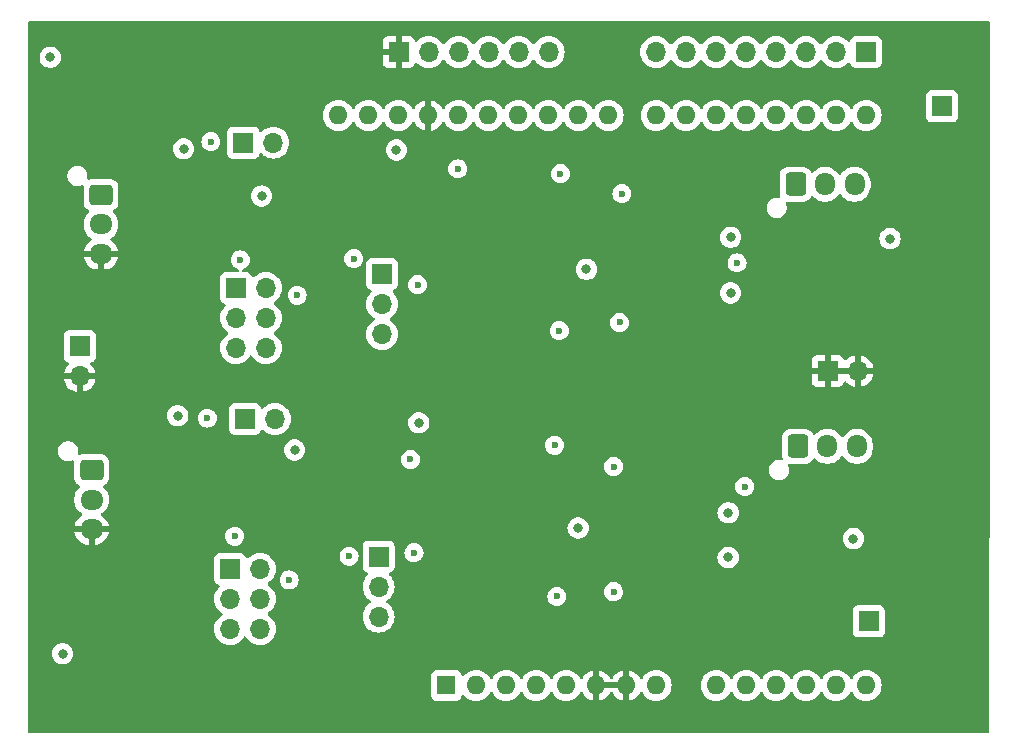
<source format=gbr>
%TF.GenerationSoftware,KiCad,Pcbnew,8.0.4*%
%TF.CreationDate,2024-11-27T12:35:37+01:00*%
%TF.ProjectId,Filtre_V2_FPGA_SMD-SMH_LD,46696c74-7265-45f5-9632-5f465047415f,rev?*%
%TF.SameCoordinates,Original*%
%TF.FileFunction,Copper,L2,Inr*%
%TF.FilePolarity,Positive*%
%FSLAX46Y46*%
G04 Gerber Fmt 4.6, Leading zero omitted, Abs format (unit mm)*
G04 Created by KiCad (PCBNEW 8.0.4) date 2024-11-27 12:35:37*
%MOMM*%
%LPD*%
G01*
G04 APERTURE LIST*
G04 Aperture macros list*
%AMRoundRect*
0 Rectangle with rounded corners*
0 $1 Rounding radius*
0 $2 $3 $4 $5 $6 $7 $8 $9 X,Y pos of 4 corners*
0 Add a 4 corners polygon primitive as box body*
4,1,4,$2,$3,$4,$5,$6,$7,$8,$9,$2,$3,0*
0 Add four circle primitives for the rounded corners*
1,1,$1+$1,$2,$3*
1,1,$1+$1,$4,$5*
1,1,$1+$1,$6,$7*
1,1,$1+$1,$8,$9*
0 Add four rect primitives between the rounded corners*
20,1,$1+$1,$2,$3,$4,$5,0*
20,1,$1+$1,$4,$5,$6,$7,0*
20,1,$1+$1,$6,$7,$8,$9,0*
20,1,$1+$1,$8,$9,$2,$3,0*%
G04 Aperture macros list end*
%TA.AperFunction,ComponentPad*%
%ADD10RoundRect,0.250000X-0.725000X0.600000X-0.725000X-0.600000X0.725000X-0.600000X0.725000X0.600000X0*%
%TD*%
%TA.AperFunction,ComponentPad*%
%ADD11O,1.950000X1.700000*%
%TD*%
%TA.AperFunction,ComponentPad*%
%ADD12R,1.700000X1.700000*%
%TD*%
%TA.AperFunction,ComponentPad*%
%ADD13O,1.700000X1.700000*%
%TD*%
%TA.AperFunction,ComponentPad*%
%ADD14RoundRect,0.250000X-0.600000X-0.725000X0.600000X-0.725000X0.600000X0.725000X-0.600000X0.725000X0*%
%TD*%
%TA.AperFunction,ComponentPad*%
%ADD15O,1.700000X1.950000*%
%TD*%
%TA.AperFunction,ComponentPad*%
%ADD16R,1.600000X1.600000*%
%TD*%
%TA.AperFunction,ComponentPad*%
%ADD17O,1.600000X1.600000*%
%TD*%
%TA.AperFunction,ViaPad*%
%ADD18C,0.600000*%
%TD*%
%TA.AperFunction,ViaPad*%
%ADD19C,0.800000*%
%TD*%
G04 APERTURE END LIST*
D10*
%TO.N,+5V*%
%TO.C,J1*%
X108000000Y-78000000D03*
D11*
%TO.N,Net-(J1-Pin_2)*%
X108000000Y-80500000D03*
%TO.N,GND*%
X108000000Y-83000000D03*
%TD*%
D12*
%TO.N,Net-(A1-D0{slash}RX)*%
%TO.C,J11*%
X172780000Y-65900000D03*
D13*
%TO.N,Net-(A1-D1{slash}TX)*%
X170240000Y-65900000D03*
%TO.N,Net-(A1-D2)*%
X167700000Y-65900000D03*
%TO.N,Net-(A1-D3)*%
X165160000Y-65900000D03*
%TO.N,Net-(A1-D4)*%
X162620000Y-65900000D03*
%TO.N,Net-(A1-D5)*%
X160080000Y-65900000D03*
%TO.N,Net-(A1-D6)*%
X157540000Y-65900000D03*
%TO.N,Net-(A1-D7)*%
X155000000Y-65900000D03*
%TD*%
D12*
%TO.N,/VacdcCh2*%
%TO.C,J8*%
X173000000Y-114100000D03*
%TD*%
%TO.N,/VA*%
%TO.C,J13*%
X120175000Y-96975000D03*
D13*
%TO.N,Net-(J13-Pin_2)*%
X122715000Y-96975000D03*
%TD*%
D12*
%TO.N,Net-(J14-Pin_1)*%
%TO.C,J14*%
X118925000Y-109660000D03*
D13*
X118925000Y-112200000D03*
X118925000Y-114740000D03*
%TO.N,Net-(J14-Pin_4)*%
X121465000Y-109660000D03*
%TO.N,Net-(J14-Pin_5)*%
X121465000Y-112200000D03*
%TO.N,Net-(J14-Pin_6)*%
X121465000Y-114740000D03*
%TD*%
D12*
%TO.N,/VA*%
%TO.C,J10*%
X131500000Y-108620000D03*
D13*
%TO.N,Net-(J10-Pin_2)*%
X131500000Y-111160000D03*
%TO.N,/VD2*%
X131500000Y-113700000D03*
%TD*%
D14*
%TO.N,Net-(U3--)*%
%TO.C,RV1*%
X166800000Y-77100000D03*
D15*
%TO.N,/V4*%
X169300000Y-77100000D03*
X171800000Y-77100000D03*
%TD*%
D12*
%TO.N,/V1*%
%TO.C,J5*%
X120050000Y-73575000D03*
D13*
%TO.N,Net-(J5-Pin_2)*%
X122590000Y-73575000D03*
%TD*%
D12*
%TO.N,Net-(J6-Pin_1)*%
%TO.C,J6*%
X119425000Y-85875000D03*
D13*
X119425000Y-88415000D03*
X119425000Y-90955000D03*
%TO.N,Net-(J6-Pin_4)*%
X121965000Y-85875000D03*
%TO.N,Net-(J6-Pin_5)*%
X121965000Y-88415000D03*
%TO.N,Net-(J6-Pin_6)*%
X121965000Y-90955000D03*
%TD*%
D12*
%TO.N,/V1*%
%TO.C,J3*%
X131800000Y-84700000D03*
D13*
%TO.N,Net-(J3-Pin_2)*%
X131800000Y-87240000D03*
%TO.N,/VD1*%
X131800000Y-89780000D03*
%TD*%
D12*
%TO.N,+5V*%
%TO.C,J2*%
X106200000Y-90825000D03*
D13*
%TO.N,GND*%
X106200000Y-93365000D03*
%TD*%
D12*
%TO.N,/VacdcCh1*%
%TO.C,J7*%
X179200000Y-70500000D03*
%TD*%
%TO.N,GND*%
%TO.C,J12*%
X133200000Y-65900000D03*
D13*
%TO.N,Net-(A1-D13)*%
X135740000Y-65900000D03*
%TO.N,unconnected-(J12-Pin_3-Pad3)*%
X138280000Y-65900000D03*
%TO.N,Net-(A1-D12)*%
X140820000Y-65900000D03*
%TO.N,Net-(A1-D11)*%
X143360000Y-65900000D03*
%TO.N,Net-(A1-D10)*%
X145900000Y-65900000D03*
%TD*%
D14*
%TO.N,Net-(U6--)*%
%TO.C,RV2*%
X167000000Y-99300000D03*
D15*
%TO.N,/VD*%
X169500000Y-99300000D03*
X172000000Y-99300000D03*
%TD*%
D12*
%TO.N,GND*%
%TO.C,J4*%
X169525000Y-92900000D03*
D13*
X172065000Y-92900000D03*
%TD*%
D10*
%TO.N,+5V*%
%TO.C,J9*%
X107200000Y-101300000D03*
D11*
%TO.N,Net-(J9-Pin_2)*%
X107200000Y-103800000D03*
%TO.N,GND*%
X107200000Y-106300000D03*
%TD*%
D16*
%TO.N,unconnected-(A1-NC-Pad1)*%
%TO.C,A1*%
X137225000Y-119530000D03*
D17*
%TO.N,unconnected-(A1-IOREF-Pad2)*%
X139765000Y-119530000D03*
%TO.N,unconnected-(A1-~{RESET}-Pad3)*%
X142305000Y-119530000D03*
%TO.N,unconnected-(A1-3V3-Pad4)*%
X144845000Y-119530000D03*
%TO.N,+5V*%
X147385000Y-119530000D03*
%TO.N,GND*%
X149925000Y-119530000D03*
X152465000Y-119530000D03*
%TO.N,unconnected-(A1-VIN-Pad8)*%
X155005000Y-119530000D03*
%TO.N,/VacdcCh1*%
X160085000Y-119530000D03*
%TO.N,/VdcCh1*%
X162625000Y-119530000D03*
%TO.N,/VacdcCh2*%
X165165000Y-119530000D03*
%TO.N,/VdcCh2*%
X167705000Y-119530000D03*
%TO.N,unconnected-(A1-SDA{slash}A4-Pad13)*%
X170245000Y-119530000D03*
%TO.N,unconnected-(A1-SCL{slash}A5-Pad14)*%
X172785000Y-119530000D03*
%TO.N,Net-(A1-D0{slash}RX)*%
X172785000Y-71270000D03*
%TO.N,Net-(A1-D1{slash}TX)*%
X170245000Y-71270000D03*
%TO.N,Net-(A1-D2)*%
X167705000Y-71270000D03*
%TO.N,Net-(A1-D3)*%
X165165000Y-71270000D03*
%TO.N,Net-(A1-D4)*%
X162625000Y-71270000D03*
%TO.N,Net-(A1-D5)*%
X160085000Y-71270000D03*
%TO.N,Net-(A1-D6)*%
X157545000Y-71270000D03*
%TO.N,Net-(A1-D7)*%
X155005000Y-71270000D03*
%TO.N,unconnected-(A1-D8-Pad23)*%
X150945000Y-71270000D03*
%TO.N,unconnected-(A1-D9-Pad24)*%
X148405000Y-71270000D03*
%TO.N,Net-(A1-D10)*%
X145865000Y-71270000D03*
%TO.N,Net-(A1-D11)*%
X143325000Y-71270000D03*
%TO.N,Net-(A1-D12)*%
X140785000Y-71270000D03*
%TO.N,Net-(A1-D13)*%
X138245000Y-71270000D03*
%TO.N,GND*%
X135705000Y-71270000D03*
%TO.N,unconnected-(A1-AREF-Pad30)*%
X133165000Y-71270000D03*
%TO.N,unconnected-(A1-SDA{slash}A4-Pad31)*%
X130625000Y-71270000D03*
%TO.N,unconnected-(A1-SCL{slash}A5-Pad32)*%
X128085000Y-71270000D03*
%TD*%
D18*
%TO.N,GND*%
X140200000Y-80400000D03*
X139500000Y-103000000D03*
X139400000Y-110200000D03*
X140100000Y-87400000D03*
D19*
%TO.N,+5V*%
X133000000Y-74200000D03*
X114500000Y-96700000D03*
X148400000Y-106200000D03*
X161100000Y-108700000D03*
X134900000Y-97300000D03*
X161299996Y-86299996D03*
X174800000Y-81700000D03*
X161313173Y-81586827D03*
X115000000Y-74100000D03*
X161099974Y-104912500D03*
X149100000Y-84300000D03*
X121600000Y-78100000D03*
X104749997Y-116849997D03*
X103700000Y-66350000D03*
X171700000Y-107100000D03*
X124400000Y-99600000D03*
D18*
%TO.N,Net-(U2A--)*%
X134800000Y-85600000D03*
X138200000Y-75800000D03*
%TO.N,/V2*%
X146800000Y-89500000D03*
%TO.N,Net-(U2C--)*%
X146900000Y-76200000D03*
X151900000Y-88800000D03*
%TO.N,Net-(U5A--)*%
X134500000Y-108300000D03*
X134200000Y-100400000D03*
%TO.N,/VB*%
X146600000Y-112000000D03*
%TO.N,Net-(U5C--)*%
X146400000Y-99200000D03*
X151400000Y-111600000D03*
%TO.N,/VD1*%
X119800000Y-83500000D03*
X124600000Y-86500000D03*
%TO.N,/V1*%
X129400000Y-83400000D03*
X117300000Y-73500000D03*
%TO.N,/VA*%
X117000000Y-96900000D03*
X129000000Y-108600000D03*
%TO.N,/VD2*%
X119325000Y-106900000D03*
X123925000Y-110600000D03*
%TO.N,/V3*%
X161850000Y-83750000D03*
X152100000Y-77900000D03*
%TO.N,/VC*%
X151400000Y-101000000D03*
X162500001Y-102700001D03*
%TD*%
%TA.AperFunction,Conductor*%
%TO.N,GND*%
G36*
X151999075Y-119337007D02*
G01*
X151965000Y-119464174D01*
X151965000Y-119595826D01*
X151999075Y-119722993D01*
X152031988Y-119780000D01*
X150358012Y-119780000D01*
X150390925Y-119722993D01*
X150425000Y-119595826D01*
X150425000Y-119464174D01*
X150390925Y-119337007D01*
X150358012Y-119280000D01*
X152031988Y-119280000D01*
X151999075Y-119337007D01*
G37*
%TD.AperFunction*%
%TA.AperFunction,Conductor*%
G36*
X171599075Y-92707007D02*
G01*
X171565000Y-92834174D01*
X171565000Y-92965826D01*
X171599075Y-93092993D01*
X171631988Y-93150000D01*
X169958012Y-93150000D01*
X169990925Y-93092993D01*
X170025000Y-92965826D01*
X170025000Y-92834174D01*
X169990925Y-92707007D01*
X169958012Y-92650000D01*
X171631988Y-92650000D01*
X171599075Y-92707007D01*
G37*
%TD.AperFunction*%
%TA.AperFunction,Conductor*%
G36*
X183242539Y-63320185D02*
G01*
X183288294Y-63372989D01*
X183299500Y-63424500D01*
X183299500Y-93451500D01*
X183209141Y-120830499D01*
X183200410Y-123475909D01*
X183180505Y-123542883D01*
X183127550Y-123588464D01*
X183076411Y-123599500D01*
X101924500Y-123599500D01*
X101857461Y-123579815D01*
X101811706Y-123527011D01*
X101800500Y-123475500D01*
X101800500Y-118682135D01*
X135924500Y-118682135D01*
X135924500Y-120377870D01*
X135924501Y-120377876D01*
X135930908Y-120437483D01*
X135981202Y-120572328D01*
X135981206Y-120572335D01*
X136067452Y-120687544D01*
X136067455Y-120687547D01*
X136182664Y-120773793D01*
X136182671Y-120773797D01*
X136317517Y-120824091D01*
X136317516Y-120824091D01*
X136324444Y-120824835D01*
X136377127Y-120830500D01*
X138072872Y-120830499D01*
X138132483Y-120824091D01*
X138267331Y-120773796D01*
X138382546Y-120687546D01*
X138468796Y-120572331D01*
X138519091Y-120437483D01*
X138522862Y-120402401D01*
X138549599Y-120337855D01*
X138606990Y-120298006D01*
X138676816Y-120295511D01*
X138736905Y-120331163D01*
X138747726Y-120344536D01*
X138764956Y-120369143D01*
X138925858Y-120530045D01*
X138925861Y-120530047D01*
X139112266Y-120660568D01*
X139318504Y-120756739D01*
X139538308Y-120815635D01*
X139700230Y-120829801D01*
X139764998Y-120835468D01*
X139765000Y-120835468D01*
X139765002Y-120835468D01*
X139821807Y-120830498D01*
X139991692Y-120815635D01*
X140211496Y-120756739D01*
X140417734Y-120660568D01*
X140604139Y-120530047D01*
X140765047Y-120369139D01*
X140895568Y-120182734D01*
X140922618Y-120124724D01*
X140968790Y-120072285D01*
X141035983Y-120053133D01*
X141102865Y-120073348D01*
X141147382Y-120124725D01*
X141174429Y-120182728D01*
X141174432Y-120182734D01*
X141304954Y-120369141D01*
X141465858Y-120530045D01*
X141465861Y-120530047D01*
X141652266Y-120660568D01*
X141858504Y-120756739D01*
X142078308Y-120815635D01*
X142240230Y-120829801D01*
X142304998Y-120835468D01*
X142305000Y-120835468D01*
X142305002Y-120835468D01*
X142361807Y-120830498D01*
X142531692Y-120815635D01*
X142751496Y-120756739D01*
X142957734Y-120660568D01*
X143144139Y-120530047D01*
X143305047Y-120369139D01*
X143435568Y-120182734D01*
X143462618Y-120124724D01*
X143508790Y-120072285D01*
X143575983Y-120053133D01*
X143642865Y-120073348D01*
X143687382Y-120124725D01*
X143714429Y-120182728D01*
X143714432Y-120182734D01*
X143844954Y-120369141D01*
X144005858Y-120530045D01*
X144005861Y-120530047D01*
X144192266Y-120660568D01*
X144398504Y-120756739D01*
X144618308Y-120815635D01*
X144780230Y-120829801D01*
X144844998Y-120835468D01*
X144845000Y-120835468D01*
X144845002Y-120835468D01*
X144901807Y-120830498D01*
X145071692Y-120815635D01*
X145291496Y-120756739D01*
X145497734Y-120660568D01*
X145684139Y-120530047D01*
X145845047Y-120369139D01*
X145975568Y-120182734D01*
X146002618Y-120124724D01*
X146048790Y-120072285D01*
X146115983Y-120053133D01*
X146182865Y-120073348D01*
X146227382Y-120124725D01*
X146254429Y-120182728D01*
X146254432Y-120182734D01*
X146384954Y-120369141D01*
X146545858Y-120530045D01*
X146545861Y-120530047D01*
X146732266Y-120660568D01*
X146938504Y-120756739D01*
X147158308Y-120815635D01*
X147320230Y-120829801D01*
X147384998Y-120835468D01*
X147385000Y-120835468D01*
X147385002Y-120835468D01*
X147441807Y-120830498D01*
X147611692Y-120815635D01*
X147831496Y-120756739D01*
X148037734Y-120660568D01*
X148224139Y-120530047D01*
X148385047Y-120369139D01*
X148515568Y-120182734D01*
X148542895Y-120124129D01*
X148589064Y-120071695D01*
X148656257Y-120052542D01*
X148723139Y-120072757D01*
X148767657Y-120124133D01*
X148794865Y-120182482D01*
X148925342Y-120368820D01*
X149086179Y-120529657D01*
X149272517Y-120660134D01*
X149478673Y-120756265D01*
X149478682Y-120756269D01*
X149674999Y-120808872D01*
X149675000Y-120808871D01*
X149675000Y-119963012D01*
X149732007Y-119995925D01*
X149859174Y-120030000D01*
X149990826Y-120030000D01*
X150117993Y-119995925D01*
X150175000Y-119963012D01*
X150175000Y-120808872D01*
X150371317Y-120756269D01*
X150371326Y-120756265D01*
X150577482Y-120660134D01*
X150763820Y-120529657D01*
X150924657Y-120368820D01*
X151055134Y-120182481D01*
X151055135Y-120182479D01*
X151082618Y-120123543D01*
X151128790Y-120071103D01*
X151195983Y-120051951D01*
X151262864Y-120072166D01*
X151307382Y-120123543D01*
X151334864Y-120182479D01*
X151334865Y-120182481D01*
X151465342Y-120368820D01*
X151626179Y-120529657D01*
X151812517Y-120660134D01*
X152018673Y-120756265D01*
X152018682Y-120756269D01*
X152214999Y-120808872D01*
X152215000Y-120808871D01*
X152215000Y-119963012D01*
X152272007Y-119995925D01*
X152399174Y-120030000D01*
X152530826Y-120030000D01*
X152657993Y-119995925D01*
X152715000Y-119963012D01*
X152715000Y-120808872D01*
X152911317Y-120756269D01*
X152911326Y-120756265D01*
X153117482Y-120660134D01*
X153303820Y-120529657D01*
X153464657Y-120368820D01*
X153595132Y-120182484D01*
X153622341Y-120124134D01*
X153668513Y-120071695D01*
X153735707Y-120052542D01*
X153802588Y-120072757D01*
X153847106Y-120124133D01*
X153874431Y-120182732D01*
X153874432Y-120182734D01*
X154004954Y-120369141D01*
X154165858Y-120530045D01*
X154165861Y-120530047D01*
X154352266Y-120660568D01*
X154558504Y-120756739D01*
X154778308Y-120815635D01*
X154940230Y-120829801D01*
X155004998Y-120835468D01*
X155005000Y-120835468D01*
X155005002Y-120835468D01*
X155061807Y-120830498D01*
X155231692Y-120815635D01*
X155451496Y-120756739D01*
X155657734Y-120660568D01*
X155844139Y-120530047D01*
X156005047Y-120369139D01*
X156135568Y-120182734D01*
X156231739Y-119976496D01*
X156290635Y-119756692D01*
X156310468Y-119530000D01*
X156310468Y-119529998D01*
X158779532Y-119529998D01*
X158779532Y-119530001D01*
X158799364Y-119756686D01*
X158799366Y-119756697D01*
X158858258Y-119976488D01*
X158858261Y-119976497D01*
X158954431Y-120182732D01*
X158954432Y-120182734D01*
X159084954Y-120369141D01*
X159245858Y-120530045D01*
X159245861Y-120530047D01*
X159432266Y-120660568D01*
X159638504Y-120756739D01*
X159858308Y-120815635D01*
X160020230Y-120829801D01*
X160084998Y-120835468D01*
X160085000Y-120835468D01*
X160085002Y-120835468D01*
X160141807Y-120830498D01*
X160311692Y-120815635D01*
X160531496Y-120756739D01*
X160737734Y-120660568D01*
X160924139Y-120530047D01*
X161085047Y-120369139D01*
X161215568Y-120182734D01*
X161242618Y-120124724D01*
X161288790Y-120072285D01*
X161355983Y-120053133D01*
X161422865Y-120073348D01*
X161467382Y-120124725D01*
X161494429Y-120182728D01*
X161494432Y-120182734D01*
X161624954Y-120369141D01*
X161785858Y-120530045D01*
X161785861Y-120530047D01*
X161972266Y-120660568D01*
X162178504Y-120756739D01*
X162398308Y-120815635D01*
X162560230Y-120829801D01*
X162624998Y-120835468D01*
X162625000Y-120835468D01*
X162625002Y-120835468D01*
X162681807Y-120830498D01*
X162851692Y-120815635D01*
X163071496Y-120756739D01*
X163277734Y-120660568D01*
X163464139Y-120530047D01*
X163625047Y-120369139D01*
X163755568Y-120182734D01*
X163782618Y-120124724D01*
X163828790Y-120072285D01*
X163895983Y-120053133D01*
X163962865Y-120073348D01*
X164007382Y-120124725D01*
X164034429Y-120182728D01*
X164034432Y-120182734D01*
X164164954Y-120369141D01*
X164325858Y-120530045D01*
X164325861Y-120530047D01*
X164512266Y-120660568D01*
X164718504Y-120756739D01*
X164938308Y-120815635D01*
X165100230Y-120829801D01*
X165164998Y-120835468D01*
X165165000Y-120835468D01*
X165165002Y-120835468D01*
X165221807Y-120830498D01*
X165391692Y-120815635D01*
X165611496Y-120756739D01*
X165817734Y-120660568D01*
X166004139Y-120530047D01*
X166165047Y-120369139D01*
X166295568Y-120182734D01*
X166322618Y-120124724D01*
X166368790Y-120072285D01*
X166435983Y-120053133D01*
X166502865Y-120073348D01*
X166547382Y-120124725D01*
X166574429Y-120182728D01*
X166574432Y-120182734D01*
X166704954Y-120369141D01*
X166865858Y-120530045D01*
X166865861Y-120530047D01*
X167052266Y-120660568D01*
X167258504Y-120756739D01*
X167478308Y-120815635D01*
X167640230Y-120829801D01*
X167704998Y-120835468D01*
X167705000Y-120835468D01*
X167705002Y-120835468D01*
X167761807Y-120830498D01*
X167931692Y-120815635D01*
X168151496Y-120756739D01*
X168357734Y-120660568D01*
X168544139Y-120530047D01*
X168705047Y-120369139D01*
X168835568Y-120182734D01*
X168862618Y-120124724D01*
X168908790Y-120072285D01*
X168975983Y-120053133D01*
X169042865Y-120073348D01*
X169087382Y-120124725D01*
X169114429Y-120182728D01*
X169114432Y-120182734D01*
X169244954Y-120369141D01*
X169405858Y-120530045D01*
X169405861Y-120530047D01*
X169592266Y-120660568D01*
X169798504Y-120756739D01*
X170018308Y-120815635D01*
X170180230Y-120829801D01*
X170244998Y-120835468D01*
X170245000Y-120835468D01*
X170245002Y-120835468D01*
X170301807Y-120830498D01*
X170471692Y-120815635D01*
X170691496Y-120756739D01*
X170897734Y-120660568D01*
X171084139Y-120530047D01*
X171245047Y-120369139D01*
X171375568Y-120182734D01*
X171402618Y-120124724D01*
X171448790Y-120072285D01*
X171515983Y-120053133D01*
X171582865Y-120073348D01*
X171627382Y-120124725D01*
X171654429Y-120182728D01*
X171654432Y-120182734D01*
X171784954Y-120369141D01*
X171945858Y-120530045D01*
X171945861Y-120530047D01*
X172132266Y-120660568D01*
X172338504Y-120756739D01*
X172558308Y-120815635D01*
X172720230Y-120829801D01*
X172784998Y-120835468D01*
X172785000Y-120835468D01*
X172785002Y-120835468D01*
X172841807Y-120830498D01*
X173011692Y-120815635D01*
X173231496Y-120756739D01*
X173437734Y-120660568D01*
X173624139Y-120530047D01*
X173785047Y-120369139D01*
X173915568Y-120182734D01*
X174011739Y-119976496D01*
X174070635Y-119756692D01*
X174090468Y-119530000D01*
X174070635Y-119303308D01*
X174011739Y-119083504D01*
X173915568Y-118877266D01*
X173785047Y-118690861D01*
X173785045Y-118690858D01*
X173624141Y-118529954D01*
X173437734Y-118399432D01*
X173437732Y-118399431D01*
X173231497Y-118303261D01*
X173231488Y-118303258D01*
X173011697Y-118244366D01*
X173011693Y-118244365D01*
X173011692Y-118244365D01*
X173011691Y-118244364D01*
X173011686Y-118244364D01*
X172785002Y-118224532D01*
X172784998Y-118224532D01*
X172558313Y-118244364D01*
X172558302Y-118244366D01*
X172338511Y-118303258D01*
X172338502Y-118303261D01*
X172132267Y-118399431D01*
X172132265Y-118399432D01*
X171945858Y-118529954D01*
X171784954Y-118690858D01*
X171654432Y-118877265D01*
X171654431Y-118877267D01*
X171627382Y-118935275D01*
X171581209Y-118987714D01*
X171514016Y-119006866D01*
X171447135Y-118986650D01*
X171402618Y-118935275D01*
X171375686Y-118877520D01*
X171375568Y-118877266D01*
X171245047Y-118690861D01*
X171245045Y-118690858D01*
X171084141Y-118529954D01*
X170897734Y-118399432D01*
X170897732Y-118399431D01*
X170691497Y-118303261D01*
X170691488Y-118303258D01*
X170471697Y-118244366D01*
X170471693Y-118244365D01*
X170471692Y-118244365D01*
X170471691Y-118244364D01*
X170471686Y-118244364D01*
X170245002Y-118224532D01*
X170244998Y-118224532D01*
X170018313Y-118244364D01*
X170018302Y-118244366D01*
X169798511Y-118303258D01*
X169798502Y-118303261D01*
X169592267Y-118399431D01*
X169592265Y-118399432D01*
X169405858Y-118529954D01*
X169244954Y-118690858D01*
X169114432Y-118877265D01*
X169114431Y-118877267D01*
X169087382Y-118935275D01*
X169041209Y-118987714D01*
X168974016Y-119006866D01*
X168907135Y-118986650D01*
X168862618Y-118935275D01*
X168835686Y-118877520D01*
X168835568Y-118877266D01*
X168705047Y-118690861D01*
X168705045Y-118690858D01*
X168544141Y-118529954D01*
X168357734Y-118399432D01*
X168357732Y-118399431D01*
X168151497Y-118303261D01*
X168151488Y-118303258D01*
X167931697Y-118244366D01*
X167931693Y-118244365D01*
X167931692Y-118244365D01*
X167931691Y-118244364D01*
X167931686Y-118244364D01*
X167705002Y-118224532D01*
X167704998Y-118224532D01*
X167478313Y-118244364D01*
X167478302Y-118244366D01*
X167258511Y-118303258D01*
X167258502Y-118303261D01*
X167052267Y-118399431D01*
X167052265Y-118399432D01*
X166865858Y-118529954D01*
X166704954Y-118690858D01*
X166574432Y-118877265D01*
X166574431Y-118877267D01*
X166547382Y-118935275D01*
X166501209Y-118987714D01*
X166434016Y-119006866D01*
X166367135Y-118986650D01*
X166322618Y-118935275D01*
X166295686Y-118877520D01*
X166295568Y-118877266D01*
X166165047Y-118690861D01*
X166165045Y-118690858D01*
X166004141Y-118529954D01*
X165817734Y-118399432D01*
X165817732Y-118399431D01*
X165611497Y-118303261D01*
X165611488Y-118303258D01*
X165391697Y-118244366D01*
X165391693Y-118244365D01*
X165391692Y-118244365D01*
X165391691Y-118244364D01*
X165391686Y-118244364D01*
X165165002Y-118224532D01*
X165164998Y-118224532D01*
X164938313Y-118244364D01*
X164938302Y-118244366D01*
X164718511Y-118303258D01*
X164718502Y-118303261D01*
X164512267Y-118399431D01*
X164512265Y-118399432D01*
X164325858Y-118529954D01*
X164164954Y-118690858D01*
X164034432Y-118877265D01*
X164034431Y-118877267D01*
X164007382Y-118935275D01*
X163961209Y-118987714D01*
X163894016Y-119006866D01*
X163827135Y-118986650D01*
X163782618Y-118935275D01*
X163755686Y-118877520D01*
X163755568Y-118877266D01*
X163625047Y-118690861D01*
X163625045Y-118690858D01*
X163464141Y-118529954D01*
X163277734Y-118399432D01*
X163277732Y-118399431D01*
X163071497Y-118303261D01*
X163071488Y-118303258D01*
X162851697Y-118244366D01*
X162851693Y-118244365D01*
X162851692Y-118244365D01*
X162851691Y-118244364D01*
X162851686Y-118244364D01*
X162625002Y-118224532D01*
X162624998Y-118224532D01*
X162398313Y-118244364D01*
X162398302Y-118244366D01*
X162178511Y-118303258D01*
X162178502Y-118303261D01*
X161972267Y-118399431D01*
X161972265Y-118399432D01*
X161785858Y-118529954D01*
X161624954Y-118690858D01*
X161494432Y-118877265D01*
X161494431Y-118877267D01*
X161467382Y-118935275D01*
X161421209Y-118987714D01*
X161354016Y-119006866D01*
X161287135Y-118986650D01*
X161242618Y-118935275D01*
X161215686Y-118877520D01*
X161215568Y-118877266D01*
X161085047Y-118690861D01*
X161085045Y-118690858D01*
X160924141Y-118529954D01*
X160737734Y-118399432D01*
X160737732Y-118399431D01*
X160531497Y-118303261D01*
X160531488Y-118303258D01*
X160311697Y-118244366D01*
X160311693Y-118244365D01*
X160311692Y-118244365D01*
X160311691Y-118244364D01*
X160311686Y-118244364D01*
X160085002Y-118224532D01*
X160084998Y-118224532D01*
X159858313Y-118244364D01*
X159858302Y-118244366D01*
X159638511Y-118303258D01*
X159638502Y-118303261D01*
X159432267Y-118399431D01*
X159432265Y-118399432D01*
X159245858Y-118529954D01*
X159084954Y-118690858D01*
X158954432Y-118877265D01*
X158954431Y-118877267D01*
X158858261Y-119083502D01*
X158858258Y-119083511D01*
X158799366Y-119303302D01*
X158799364Y-119303313D01*
X158779532Y-119529998D01*
X156310468Y-119529998D01*
X156290635Y-119303308D01*
X156231739Y-119083504D01*
X156135568Y-118877266D01*
X156005047Y-118690861D01*
X156005045Y-118690858D01*
X155844141Y-118529954D01*
X155657734Y-118399432D01*
X155657732Y-118399431D01*
X155451497Y-118303261D01*
X155451488Y-118303258D01*
X155231697Y-118244366D01*
X155231693Y-118244365D01*
X155231692Y-118244365D01*
X155231691Y-118244364D01*
X155231686Y-118244364D01*
X155005002Y-118224532D01*
X155004998Y-118224532D01*
X154778313Y-118244364D01*
X154778302Y-118244366D01*
X154558511Y-118303258D01*
X154558502Y-118303261D01*
X154352267Y-118399431D01*
X154352265Y-118399432D01*
X154165858Y-118529954D01*
X154004954Y-118690858D01*
X153874433Y-118877264D01*
X153874432Y-118877266D01*
X153874315Y-118877518D01*
X153847106Y-118935867D01*
X153800933Y-118988306D01*
X153733739Y-119007457D01*
X153666858Y-118987241D01*
X153622342Y-118935865D01*
X153595135Y-118877520D01*
X153595134Y-118877518D01*
X153464657Y-118691179D01*
X153303820Y-118530342D01*
X153117482Y-118399865D01*
X152911328Y-118303734D01*
X152715000Y-118251127D01*
X152715000Y-119096988D01*
X152657993Y-119064075D01*
X152530826Y-119030000D01*
X152399174Y-119030000D01*
X152272007Y-119064075D01*
X152215000Y-119096988D01*
X152215000Y-118251127D01*
X152018671Y-118303734D01*
X151812517Y-118399865D01*
X151626179Y-118530342D01*
X151465342Y-118691179D01*
X151334865Y-118877517D01*
X151307382Y-118936457D01*
X151261210Y-118988896D01*
X151194016Y-119008048D01*
X151127135Y-118987832D01*
X151082618Y-118936457D01*
X151055134Y-118877517D01*
X150924657Y-118691179D01*
X150763820Y-118530342D01*
X150577482Y-118399865D01*
X150371328Y-118303734D01*
X150175000Y-118251127D01*
X150175000Y-119096988D01*
X150117993Y-119064075D01*
X149990826Y-119030000D01*
X149859174Y-119030000D01*
X149732007Y-119064075D01*
X149675000Y-119096988D01*
X149675000Y-118251127D01*
X149478671Y-118303734D01*
X149272517Y-118399865D01*
X149086179Y-118530342D01*
X148925342Y-118691179D01*
X148794867Y-118877515D01*
X148767657Y-118935867D01*
X148721484Y-118988306D01*
X148654290Y-119007457D01*
X148587409Y-118987241D01*
X148542893Y-118935865D01*
X148515685Y-118877518D01*
X148515568Y-118877266D01*
X148385047Y-118690861D01*
X148385045Y-118690858D01*
X148224141Y-118529954D01*
X148037734Y-118399432D01*
X148037732Y-118399431D01*
X147831497Y-118303261D01*
X147831488Y-118303258D01*
X147611697Y-118244366D01*
X147611693Y-118244365D01*
X147611692Y-118244365D01*
X147611691Y-118244364D01*
X147611686Y-118244364D01*
X147385002Y-118224532D01*
X147384998Y-118224532D01*
X147158313Y-118244364D01*
X147158302Y-118244366D01*
X146938511Y-118303258D01*
X146938502Y-118303261D01*
X146732267Y-118399431D01*
X146732265Y-118399432D01*
X146545858Y-118529954D01*
X146384954Y-118690858D01*
X146254432Y-118877265D01*
X146254431Y-118877267D01*
X146227382Y-118935275D01*
X146181209Y-118987714D01*
X146114016Y-119006866D01*
X146047135Y-118986650D01*
X146002618Y-118935275D01*
X145975686Y-118877520D01*
X145975568Y-118877266D01*
X145845047Y-118690861D01*
X145845045Y-118690858D01*
X145684141Y-118529954D01*
X145497734Y-118399432D01*
X145497732Y-118399431D01*
X145291497Y-118303261D01*
X145291488Y-118303258D01*
X145071697Y-118244366D01*
X145071693Y-118244365D01*
X145071692Y-118244365D01*
X145071691Y-118244364D01*
X145071686Y-118244364D01*
X144845002Y-118224532D01*
X144844998Y-118224532D01*
X144618313Y-118244364D01*
X144618302Y-118244366D01*
X144398511Y-118303258D01*
X144398502Y-118303261D01*
X144192267Y-118399431D01*
X144192265Y-118399432D01*
X144005858Y-118529954D01*
X143844954Y-118690858D01*
X143714432Y-118877265D01*
X143714431Y-118877267D01*
X143687382Y-118935275D01*
X143641209Y-118987714D01*
X143574016Y-119006866D01*
X143507135Y-118986650D01*
X143462618Y-118935275D01*
X143435686Y-118877520D01*
X143435568Y-118877266D01*
X143305047Y-118690861D01*
X143305045Y-118690858D01*
X143144141Y-118529954D01*
X142957734Y-118399432D01*
X142957732Y-118399431D01*
X142751497Y-118303261D01*
X142751488Y-118303258D01*
X142531697Y-118244366D01*
X142531693Y-118244365D01*
X142531692Y-118244365D01*
X142531691Y-118244364D01*
X142531686Y-118244364D01*
X142305002Y-118224532D01*
X142304998Y-118224532D01*
X142078313Y-118244364D01*
X142078302Y-118244366D01*
X141858511Y-118303258D01*
X141858502Y-118303261D01*
X141652267Y-118399431D01*
X141652265Y-118399432D01*
X141465858Y-118529954D01*
X141304954Y-118690858D01*
X141174432Y-118877265D01*
X141174431Y-118877267D01*
X141147382Y-118935275D01*
X141101209Y-118987714D01*
X141034016Y-119006866D01*
X140967135Y-118986650D01*
X140922618Y-118935275D01*
X140895686Y-118877520D01*
X140895568Y-118877266D01*
X140765047Y-118690861D01*
X140765045Y-118690858D01*
X140604141Y-118529954D01*
X140417734Y-118399432D01*
X140417732Y-118399431D01*
X140211497Y-118303261D01*
X140211488Y-118303258D01*
X139991697Y-118244366D01*
X139991693Y-118244365D01*
X139991692Y-118244365D01*
X139991691Y-118244364D01*
X139991686Y-118244364D01*
X139765002Y-118224532D01*
X139764998Y-118224532D01*
X139538313Y-118244364D01*
X139538302Y-118244366D01*
X139318511Y-118303258D01*
X139318502Y-118303261D01*
X139112267Y-118399431D01*
X139112265Y-118399432D01*
X138925858Y-118529954D01*
X138764954Y-118690858D01*
X138747725Y-118715464D01*
X138693147Y-118759088D01*
X138623648Y-118766280D01*
X138561294Y-118734757D01*
X138525882Y-118674526D01*
X138522861Y-118657591D01*
X138519091Y-118622516D01*
X138468797Y-118487671D01*
X138468793Y-118487664D01*
X138382547Y-118372455D01*
X138382544Y-118372452D01*
X138267335Y-118286206D01*
X138267328Y-118286202D01*
X138132482Y-118235908D01*
X138132483Y-118235908D01*
X138072883Y-118229501D01*
X138072881Y-118229500D01*
X138072873Y-118229500D01*
X138072864Y-118229500D01*
X136377129Y-118229500D01*
X136377123Y-118229501D01*
X136317516Y-118235908D01*
X136182671Y-118286202D01*
X136182664Y-118286206D01*
X136067455Y-118372452D01*
X136067452Y-118372455D01*
X135981206Y-118487664D01*
X135981202Y-118487671D01*
X135930908Y-118622517D01*
X135924501Y-118682116D01*
X135924500Y-118682135D01*
X101800500Y-118682135D01*
X101800500Y-116849997D01*
X103844537Y-116849997D01*
X103864323Y-117038253D01*
X103864324Y-117038256D01*
X103922815Y-117218274D01*
X103922818Y-117218281D01*
X104017464Y-117382213D01*
X104144126Y-117522885D01*
X104297262Y-117634145D01*
X104297267Y-117634148D01*
X104470189Y-117711139D01*
X104470194Y-117711141D01*
X104655351Y-117750497D01*
X104655352Y-117750497D01*
X104844641Y-117750497D01*
X104844643Y-117750497D01*
X105029800Y-117711141D01*
X105202727Y-117634148D01*
X105355868Y-117522885D01*
X105482530Y-117382213D01*
X105577176Y-117218281D01*
X105635671Y-117038253D01*
X105655457Y-116849997D01*
X105635671Y-116661741D01*
X105577176Y-116481713D01*
X105482530Y-116317781D01*
X105355868Y-116177109D01*
X105355867Y-116177108D01*
X105202731Y-116065848D01*
X105202726Y-116065845D01*
X105029804Y-115988854D01*
X105029799Y-115988852D01*
X104883998Y-115957862D01*
X104844643Y-115949497D01*
X104655351Y-115949497D01*
X104622894Y-115956395D01*
X104470194Y-115988852D01*
X104470189Y-115988854D01*
X104297267Y-116065845D01*
X104297262Y-116065848D01*
X104144126Y-116177108D01*
X104017463Y-116317782D01*
X103922818Y-116481712D01*
X103922815Y-116481719D01*
X103864324Y-116661737D01*
X103864323Y-116661741D01*
X103844537Y-116849997D01*
X101800500Y-116849997D01*
X101800500Y-112199999D01*
X117569341Y-112199999D01*
X117569341Y-112200000D01*
X117589936Y-112435403D01*
X117589938Y-112435413D01*
X117651094Y-112663655D01*
X117651096Y-112663659D01*
X117651097Y-112663663D01*
X117680067Y-112725789D01*
X117750965Y-112877830D01*
X117750967Y-112877834D01*
X117841876Y-113007664D01*
X117886501Y-113071396D01*
X117886506Y-113071402D01*
X118053597Y-113238493D01*
X118053603Y-113238498D01*
X118239158Y-113368425D01*
X118282783Y-113423002D01*
X118289977Y-113492500D01*
X118258454Y-113554855D01*
X118239158Y-113571575D01*
X118053597Y-113701505D01*
X117886505Y-113868597D01*
X117750965Y-114062169D01*
X117750964Y-114062171D01*
X117651098Y-114276335D01*
X117651094Y-114276344D01*
X117589938Y-114504586D01*
X117589936Y-114504596D01*
X117569341Y-114739999D01*
X117569341Y-114740000D01*
X117589936Y-114975403D01*
X117589938Y-114975413D01*
X117651094Y-115203655D01*
X117651096Y-115203659D01*
X117651097Y-115203663D01*
X117655000Y-115212032D01*
X117750965Y-115417830D01*
X117750967Y-115417834D01*
X117859281Y-115572521D01*
X117886505Y-115611401D01*
X118053599Y-115778495D01*
X118150384Y-115846265D01*
X118247165Y-115914032D01*
X118247167Y-115914033D01*
X118247170Y-115914035D01*
X118461337Y-116013903D01*
X118689592Y-116075063D01*
X118877918Y-116091539D01*
X118924999Y-116095659D01*
X118925000Y-116095659D01*
X118925001Y-116095659D01*
X118964234Y-116092226D01*
X119160408Y-116075063D01*
X119388663Y-116013903D01*
X119602830Y-115914035D01*
X119796401Y-115778495D01*
X119963495Y-115611401D01*
X120093425Y-115425842D01*
X120148002Y-115382217D01*
X120217500Y-115375023D01*
X120279855Y-115406546D01*
X120296575Y-115425842D01*
X120426500Y-115611395D01*
X120426505Y-115611401D01*
X120593599Y-115778495D01*
X120690384Y-115846265D01*
X120787165Y-115914032D01*
X120787167Y-115914033D01*
X120787170Y-115914035D01*
X121001337Y-116013903D01*
X121229592Y-116075063D01*
X121417918Y-116091539D01*
X121464999Y-116095659D01*
X121465000Y-116095659D01*
X121465001Y-116095659D01*
X121504234Y-116092226D01*
X121700408Y-116075063D01*
X121928663Y-116013903D01*
X122142830Y-115914035D01*
X122336401Y-115778495D01*
X122503495Y-115611401D01*
X122639035Y-115417830D01*
X122738903Y-115203663D01*
X122800063Y-114975408D01*
X122820659Y-114740000D01*
X122800063Y-114504592D01*
X122738903Y-114276337D01*
X122639035Y-114062171D01*
X122633425Y-114054158D01*
X122503494Y-113868597D01*
X122336402Y-113701506D01*
X122336396Y-113701501D01*
X122150842Y-113571575D01*
X122107217Y-113516998D01*
X122100023Y-113447500D01*
X122131546Y-113385145D01*
X122150842Y-113368425D01*
X122173026Y-113352891D01*
X122336401Y-113238495D01*
X122503495Y-113071401D01*
X122639035Y-112877830D01*
X122738903Y-112663663D01*
X122800063Y-112435408D01*
X122820659Y-112200000D01*
X122818843Y-112179249D01*
X122805908Y-112031401D01*
X122800063Y-111964592D01*
X122738903Y-111736337D01*
X122639035Y-111522171D01*
X122633425Y-111514158D01*
X122503494Y-111328597D01*
X122336402Y-111161506D01*
X122336396Y-111161501D01*
X122150842Y-111031575D01*
X122107217Y-110976998D01*
X122100023Y-110907500D01*
X122131546Y-110845145D01*
X122150842Y-110828425D01*
X122173026Y-110812891D01*
X122336401Y-110698495D01*
X122434900Y-110599996D01*
X123119435Y-110599996D01*
X123119435Y-110600003D01*
X123139630Y-110779249D01*
X123139631Y-110779254D01*
X123199211Y-110949523D01*
X123247243Y-111025965D01*
X123295184Y-111102262D01*
X123422738Y-111229816D01*
X123575478Y-111325789D01*
X123702352Y-111370184D01*
X123745745Y-111385368D01*
X123745750Y-111385369D01*
X123924996Y-111405565D01*
X123925000Y-111405565D01*
X123925004Y-111405565D01*
X124104249Y-111385369D01*
X124104252Y-111385368D01*
X124104255Y-111385368D01*
X124274522Y-111325789D01*
X124427262Y-111229816D01*
X124497079Y-111159999D01*
X130144341Y-111159999D01*
X130144341Y-111160000D01*
X130164936Y-111395403D01*
X130164938Y-111395413D01*
X130226094Y-111623655D01*
X130226096Y-111623659D01*
X130226097Y-111623663D01*
X130298651Y-111779255D01*
X130325965Y-111837830D01*
X130325967Y-111837834D01*
X130461501Y-112031395D01*
X130461506Y-112031402D01*
X130628597Y-112198493D01*
X130628603Y-112198498D01*
X130814158Y-112328425D01*
X130857783Y-112383002D01*
X130864977Y-112452500D01*
X130833454Y-112514855D01*
X130814158Y-112531575D01*
X130628597Y-112661505D01*
X130461505Y-112828597D01*
X130325965Y-113022169D01*
X130325964Y-113022171D01*
X130226098Y-113236335D01*
X130226094Y-113236344D01*
X130164938Y-113464586D01*
X130164936Y-113464596D01*
X130144341Y-113699999D01*
X130144341Y-113700000D01*
X130164936Y-113935403D01*
X130164938Y-113935413D01*
X130226094Y-114163655D01*
X130226096Y-114163659D01*
X130226097Y-114163663D01*
X130274735Y-114267967D01*
X130325965Y-114377830D01*
X130325967Y-114377834D01*
X130434281Y-114532521D01*
X130461505Y-114571401D01*
X130628599Y-114738495D01*
X130725384Y-114806265D01*
X130822165Y-114874032D01*
X130822167Y-114874033D01*
X130822170Y-114874035D01*
X131036337Y-114973903D01*
X131036343Y-114973904D01*
X131036344Y-114973905D01*
X131041972Y-114975413D01*
X131264592Y-115035063D01*
X131452918Y-115051539D01*
X131499999Y-115055659D01*
X131500000Y-115055659D01*
X131500001Y-115055659D01*
X131539234Y-115052226D01*
X131735408Y-115035063D01*
X131963663Y-114973903D01*
X132177830Y-114874035D01*
X132371401Y-114738495D01*
X132538495Y-114571401D01*
X132674035Y-114377830D01*
X132773903Y-114163663D01*
X132835063Y-113935408D01*
X132855659Y-113700000D01*
X132835063Y-113464592D01*
X132773903Y-113236337D01*
X132757954Y-113202135D01*
X171649500Y-113202135D01*
X171649500Y-114997870D01*
X171649501Y-114997876D01*
X171655908Y-115057483D01*
X171706202Y-115192328D01*
X171706206Y-115192335D01*
X171792452Y-115307544D01*
X171792455Y-115307547D01*
X171907664Y-115393793D01*
X171907671Y-115393797D01*
X172042517Y-115444091D01*
X172042516Y-115444091D01*
X172049444Y-115444835D01*
X172102127Y-115450500D01*
X173897872Y-115450499D01*
X173957483Y-115444091D01*
X174092331Y-115393796D01*
X174207546Y-115307546D01*
X174293796Y-115192331D01*
X174344091Y-115057483D01*
X174350500Y-114997873D01*
X174350499Y-113202128D01*
X174344091Y-113142517D01*
X174317566Y-113071401D01*
X174293797Y-113007671D01*
X174293793Y-113007664D01*
X174207547Y-112892455D01*
X174207544Y-112892452D01*
X174092335Y-112806206D01*
X174092328Y-112806202D01*
X173957482Y-112755908D01*
X173957483Y-112755908D01*
X173897883Y-112749501D01*
X173897881Y-112749500D01*
X173897873Y-112749500D01*
X173897864Y-112749500D01*
X172102129Y-112749500D01*
X172102123Y-112749501D01*
X172042516Y-112755908D01*
X171907671Y-112806202D01*
X171907664Y-112806206D01*
X171792455Y-112892452D01*
X171792452Y-112892455D01*
X171706206Y-113007664D01*
X171706202Y-113007671D01*
X171655908Y-113142517D01*
X171649501Y-113202116D01*
X171649501Y-113202123D01*
X171649500Y-113202135D01*
X132757954Y-113202135D01*
X132674035Y-113022171D01*
X132663878Y-113007664D01*
X132538494Y-112828597D01*
X132371402Y-112661506D01*
X132371396Y-112661501D01*
X132185842Y-112531575D01*
X132142217Y-112476998D01*
X132135023Y-112407500D01*
X132166546Y-112345145D01*
X132185842Y-112328425D01*
X132208026Y-112312891D01*
X132371401Y-112198495D01*
X132538495Y-112031401D01*
X132560485Y-111999996D01*
X145794435Y-111999996D01*
X145794435Y-112000003D01*
X145814630Y-112179249D01*
X145814631Y-112179254D01*
X145874211Y-112349523D01*
X145970184Y-112502262D01*
X146097738Y-112629816D01*
X146250478Y-112725789D01*
X146336556Y-112755909D01*
X146420745Y-112785368D01*
X146420750Y-112785369D01*
X146599996Y-112805565D01*
X146600000Y-112805565D01*
X146600004Y-112805565D01*
X146779249Y-112785369D01*
X146779252Y-112785368D01*
X146779255Y-112785368D01*
X146949522Y-112725789D01*
X147102262Y-112629816D01*
X147229816Y-112502262D01*
X147325789Y-112349522D01*
X147385368Y-112179255D01*
X147405565Y-112000000D01*
X147387293Y-111837834D01*
X147385369Y-111820750D01*
X147385368Y-111820745D01*
X147355832Y-111736335D01*
X147325789Y-111650478D01*
X147294069Y-111599996D01*
X150594435Y-111599996D01*
X150594435Y-111600003D01*
X150614630Y-111779249D01*
X150614631Y-111779254D01*
X150674211Y-111949523D01*
X150770184Y-112102262D01*
X150897738Y-112229816D01*
X151050478Y-112325789D01*
X151118306Y-112349523D01*
X151220745Y-112385368D01*
X151220750Y-112385369D01*
X151399996Y-112405565D01*
X151400000Y-112405565D01*
X151400004Y-112405565D01*
X151579249Y-112385369D01*
X151579252Y-112385368D01*
X151579255Y-112385368D01*
X151749522Y-112325789D01*
X151902262Y-112229816D01*
X152029816Y-112102262D01*
X152125789Y-111949522D01*
X152185368Y-111779255D01*
X152205565Y-111600000D01*
X152200808Y-111557783D01*
X152185369Y-111420750D01*
X152185368Y-111420745D01*
X152152141Y-111325788D01*
X152125789Y-111250478D01*
X152103265Y-111214632D01*
X152069884Y-111161506D01*
X152029816Y-111097738D01*
X151902262Y-110970184D01*
X151838310Y-110930000D01*
X151749523Y-110874211D01*
X151579254Y-110814631D01*
X151579249Y-110814630D01*
X151400004Y-110794435D01*
X151399996Y-110794435D01*
X151220750Y-110814630D01*
X151220745Y-110814631D01*
X151050476Y-110874211D01*
X150897737Y-110970184D01*
X150770184Y-111097737D01*
X150674211Y-111250476D01*
X150614631Y-111420745D01*
X150614630Y-111420750D01*
X150594435Y-111599996D01*
X147294069Y-111599996D01*
X147229816Y-111497738D01*
X147102262Y-111370184D01*
X147031608Y-111325789D01*
X146949523Y-111274211D01*
X146779254Y-111214631D01*
X146779249Y-111214630D01*
X146600004Y-111194435D01*
X146599996Y-111194435D01*
X146420750Y-111214630D01*
X146420745Y-111214631D01*
X146250476Y-111274211D01*
X146097737Y-111370184D01*
X145970184Y-111497737D01*
X145874211Y-111650476D01*
X145814631Y-111820745D01*
X145814630Y-111820750D01*
X145794435Y-111999996D01*
X132560485Y-111999996D01*
X132674035Y-111837830D01*
X132773903Y-111623663D01*
X132835063Y-111395408D01*
X132855659Y-111160000D01*
X132835063Y-110924592D01*
X132773903Y-110696337D01*
X132674035Y-110482171D01*
X132631024Y-110420745D01*
X132538496Y-110288600D01*
X132500372Y-110250476D01*
X132416567Y-110166671D01*
X132383084Y-110105351D01*
X132388068Y-110035659D01*
X132429939Y-109979725D01*
X132460915Y-109962810D01*
X132592331Y-109913796D01*
X132707546Y-109827546D01*
X132793796Y-109712331D01*
X132844091Y-109577483D01*
X132850500Y-109517873D01*
X132850499Y-108299996D01*
X133694435Y-108299996D01*
X133694435Y-108300003D01*
X133714630Y-108479249D01*
X133714631Y-108479254D01*
X133774211Y-108649523D01*
X133851125Y-108771930D01*
X133870184Y-108802262D01*
X133997738Y-108929816D01*
X134081057Y-108982169D01*
X134133843Y-109015337D01*
X134150478Y-109025789D01*
X134271902Y-109068277D01*
X134320745Y-109085368D01*
X134320750Y-109085369D01*
X134499996Y-109105565D01*
X134500000Y-109105565D01*
X134500004Y-109105565D01*
X134679249Y-109085369D01*
X134679252Y-109085368D01*
X134679255Y-109085368D01*
X134849522Y-109025789D01*
X135002262Y-108929816D01*
X135129816Y-108802262D01*
X135194072Y-108700000D01*
X160194540Y-108700000D01*
X160214326Y-108888256D01*
X160214327Y-108888259D01*
X160272818Y-109068277D01*
X160272821Y-109068284D01*
X160367467Y-109232216D01*
X160451720Y-109325788D01*
X160494129Y-109372888D01*
X160647265Y-109484148D01*
X160647270Y-109484151D01*
X160820192Y-109561142D01*
X160820197Y-109561144D01*
X161005354Y-109600500D01*
X161005355Y-109600500D01*
X161194644Y-109600500D01*
X161194646Y-109600500D01*
X161379803Y-109561144D01*
X161552730Y-109484151D01*
X161705871Y-109372888D01*
X161832533Y-109232216D01*
X161927179Y-109068284D01*
X161985674Y-108888256D01*
X162005460Y-108700000D01*
X161985674Y-108511744D01*
X161927179Y-108331716D01*
X161832533Y-108167784D01*
X161705871Y-108027112D01*
X161669243Y-108000500D01*
X161552734Y-107915851D01*
X161552729Y-107915848D01*
X161379807Y-107838857D01*
X161379802Y-107838855D01*
X161234001Y-107807865D01*
X161194646Y-107799500D01*
X161005354Y-107799500D01*
X160972897Y-107806398D01*
X160820197Y-107838855D01*
X160820192Y-107838857D01*
X160647270Y-107915848D01*
X160647265Y-107915851D01*
X160494129Y-108027111D01*
X160367466Y-108167785D01*
X160272821Y-108331715D01*
X160272818Y-108331722D01*
X160214327Y-108511740D01*
X160214326Y-108511744D01*
X160194540Y-108700000D01*
X135194072Y-108700000D01*
X135225789Y-108649522D01*
X135285368Y-108479255D01*
X135291960Y-108420750D01*
X135305565Y-108300003D01*
X135305565Y-108299996D01*
X135285369Y-108120750D01*
X135285368Y-108120745D01*
X135225789Y-107950478D01*
X135204031Y-107915851D01*
X135155652Y-107838856D01*
X135129816Y-107797738D01*
X135002262Y-107670184D01*
X134990060Y-107662517D01*
X134849523Y-107574211D01*
X134679254Y-107514631D01*
X134679249Y-107514630D01*
X134500004Y-107494435D01*
X134499996Y-107494435D01*
X134320750Y-107514630D01*
X134320745Y-107514631D01*
X134150476Y-107574211D01*
X133997737Y-107670184D01*
X133870184Y-107797737D01*
X133774211Y-107950476D01*
X133714631Y-108120745D01*
X133714630Y-108120750D01*
X133694435Y-108299996D01*
X132850499Y-108299996D01*
X132850499Y-107722128D01*
X132844091Y-107662517D01*
X132838314Y-107647029D01*
X132793797Y-107527671D01*
X132793793Y-107527664D01*
X132707547Y-107412455D01*
X132707544Y-107412452D01*
X132592335Y-107326206D01*
X132592328Y-107326202D01*
X132457482Y-107275908D01*
X132457483Y-107275908D01*
X132397883Y-107269501D01*
X132397881Y-107269500D01*
X132397873Y-107269500D01*
X132397864Y-107269500D01*
X130602129Y-107269500D01*
X130602123Y-107269501D01*
X130542516Y-107275908D01*
X130407671Y-107326202D01*
X130407664Y-107326206D01*
X130292455Y-107412452D01*
X130292452Y-107412455D01*
X130206206Y-107527664D01*
X130206202Y-107527671D01*
X130155908Y-107662517D01*
X130149501Y-107722116D01*
X130149501Y-107722123D01*
X130149500Y-107722135D01*
X130149500Y-109517870D01*
X130149501Y-109517876D01*
X130155908Y-109577483D01*
X130206202Y-109712328D01*
X130206206Y-109712335D01*
X130292452Y-109827544D01*
X130292455Y-109827547D01*
X130407664Y-109913793D01*
X130407671Y-109913797D01*
X130539081Y-109962810D01*
X130595015Y-110004681D01*
X130619432Y-110070145D01*
X130604580Y-110138418D01*
X130583430Y-110166673D01*
X130461503Y-110288600D01*
X130325965Y-110482169D01*
X130325964Y-110482171D01*
X130226098Y-110696335D01*
X130226094Y-110696344D01*
X130164938Y-110924586D01*
X130164936Y-110924596D01*
X130144341Y-111159999D01*
X124497079Y-111159999D01*
X124554816Y-111102262D01*
X124650789Y-110949522D01*
X124710368Y-110779255D01*
X124719467Y-110698498D01*
X124730565Y-110600003D01*
X124730565Y-110599996D01*
X124710369Y-110420750D01*
X124710368Y-110420745D01*
X124681355Y-110337830D01*
X124650789Y-110250478D01*
X124554816Y-110097738D01*
X124427262Y-109970184D01*
X124337523Y-109913797D01*
X124274523Y-109874211D01*
X124104254Y-109814631D01*
X124104249Y-109814630D01*
X123925004Y-109794435D01*
X123924996Y-109794435D01*
X123745750Y-109814630D01*
X123745745Y-109814631D01*
X123575476Y-109874211D01*
X123422737Y-109970184D01*
X123295184Y-110097737D01*
X123199211Y-110250476D01*
X123139631Y-110420745D01*
X123139630Y-110420750D01*
X123119435Y-110599996D01*
X122434900Y-110599996D01*
X122503495Y-110531401D01*
X122639035Y-110337830D01*
X122738903Y-110123663D01*
X122800063Y-109895408D01*
X122820659Y-109660000D01*
X122800063Y-109424592D01*
X122738903Y-109196337D01*
X122639035Y-108982171D01*
X122573278Y-108888259D01*
X122503494Y-108788597D01*
X122336402Y-108621506D01*
X122336395Y-108621501D01*
X122305683Y-108599996D01*
X128194435Y-108599996D01*
X128194435Y-108600003D01*
X128214630Y-108779249D01*
X128214631Y-108779254D01*
X128274211Y-108949523D01*
X128348830Y-109068277D01*
X128370184Y-109102262D01*
X128497738Y-109229816D01*
X128650478Y-109325789D01*
X128785079Y-109372888D01*
X128820745Y-109385368D01*
X128820750Y-109385369D01*
X128999996Y-109405565D01*
X129000000Y-109405565D01*
X129000004Y-109405565D01*
X129179249Y-109385369D01*
X129179252Y-109385368D01*
X129179255Y-109385368D01*
X129349522Y-109325789D01*
X129502262Y-109229816D01*
X129629816Y-109102262D01*
X129725789Y-108949522D01*
X129785368Y-108779255D01*
X129785632Y-108776914D01*
X129805565Y-108600003D01*
X129805565Y-108599996D01*
X129785369Y-108420750D01*
X129785368Y-108420745D01*
X129766283Y-108366204D01*
X129725789Y-108250478D01*
X129629816Y-108097738D01*
X129502262Y-107970184D01*
X129415792Y-107915851D01*
X129349523Y-107874211D01*
X129179254Y-107814631D01*
X129179249Y-107814630D01*
X129000004Y-107794435D01*
X128999996Y-107794435D01*
X128820750Y-107814630D01*
X128820745Y-107814631D01*
X128650476Y-107874211D01*
X128497737Y-107970184D01*
X128370184Y-108097737D01*
X128274211Y-108250476D01*
X128214631Y-108420745D01*
X128214630Y-108420750D01*
X128194435Y-108599996D01*
X122305683Y-108599996D01*
X122142834Y-108485967D01*
X122142830Y-108485965D01*
X122128438Y-108479254D01*
X121928663Y-108386097D01*
X121928659Y-108386096D01*
X121928655Y-108386094D01*
X121700413Y-108324938D01*
X121700403Y-108324936D01*
X121465001Y-108304341D01*
X121464999Y-108304341D01*
X121229596Y-108324936D01*
X121229586Y-108324938D01*
X121001344Y-108386094D01*
X121001335Y-108386098D01*
X120787171Y-108485964D01*
X120787169Y-108485965D01*
X120593600Y-108621503D01*
X120471673Y-108743430D01*
X120410350Y-108776914D01*
X120340658Y-108771930D01*
X120284725Y-108730058D01*
X120267810Y-108699081D01*
X120218797Y-108567671D01*
X120218793Y-108567664D01*
X120132547Y-108452455D01*
X120132544Y-108452452D01*
X120017335Y-108366206D01*
X120017328Y-108366202D01*
X119882482Y-108315908D01*
X119882483Y-108315908D01*
X119822883Y-108309501D01*
X119822881Y-108309500D01*
X119822873Y-108309500D01*
X119822864Y-108309500D01*
X118027129Y-108309500D01*
X118027123Y-108309501D01*
X117967516Y-108315908D01*
X117832671Y-108366202D01*
X117832664Y-108366206D01*
X117717455Y-108452452D01*
X117717452Y-108452455D01*
X117631206Y-108567664D01*
X117631202Y-108567671D01*
X117580908Y-108702517D01*
X117574501Y-108762116D01*
X117574500Y-108762135D01*
X117574500Y-110557870D01*
X117574501Y-110557876D01*
X117580908Y-110617483D01*
X117631202Y-110752328D01*
X117631206Y-110752335D01*
X117717452Y-110867544D01*
X117717455Y-110867547D01*
X117832664Y-110953793D01*
X117832671Y-110953797D01*
X117964081Y-111002810D01*
X118020015Y-111044681D01*
X118044432Y-111110145D01*
X118029580Y-111178418D01*
X118008430Y-111206673D01*
X117886503Y-111328600D01*
X117750965Y-111522169D01*
X117750964Y-111522171D01*
X117651098Y-111736335D01*
X117651094Y-111736344D01*
X117589938Y-111964586D01*
X117589936Y-111964596D01*
X117569341Y-112199999D01*
X101800500Y-112199999D01*
X101800500Y-99616228D01*
X104349500Y-99616228D01*
X104349500Y-99783771D01*
X104382182Y-99948074D01*
X104382184Y-99948082D01*
X104446295Y-100102860D01*
X104539373Y-100242162D01*
X104657837Y-100360626D01*
X104750494Y-100422537D01*
X104797137Y-100453703D01*
X104951918Y-100517816D01*
X105095093Y-100546295D01*
X105116228Y-100550499D01*
X105116232Y-100550500D01*
X105116233Y-100550500D01*
X105283768Y-100550500D01*
X105283769Y-100550499D01*
X105448082Y-100517816D01*
X105558891Y-100471916D01*
X105628358Y-100464448D01*
X105690837Y-100495722D01*
X105726490Y-100555811D01*
X105729700Y-100599078D01*
X105724501Y-100649976D01*
X105724500Y-100649996D01*
X105724500Y-101950001D01*
X105724501Y-101950018D01*
X105735000Y-102052796D01*
X105735001Y-102052799D01*
X105783030Y-102197738D01*
X105790186Y-102219334D01*
X105871076Y-102350479D01*
X105882289Y-102368657D01*
X106006344Y-102492712D01*
X106161120Y-102588178D01*
X106207845Y-102640126D01*
X106219068Y-102709088D01*
X106191224Y-102773171D01*
X106183706Y-102781398D01*
X106044889Y-102920215D01*
X105919951Y-103092179D01*
X105823444Y-103281585D01*
X105757753Y-103483760D01*
X105724500Y-103693713D01*
X105724500Y-103906286D01*
X105747476Y-104051355D01*
X105757754Y-104116243D01*
X105797839Y-104239612D01*
X105823444Y-104318414D01*
X105919951Y-104507820D01*
X106044890Y-104679786D01*
X106195209Y-104830105D01*
X106195214Y-104830109D01*
X106360218Y-104949991D01*
X106402884Y-105005320D01*
X106408863Y-105074934D01*
X106376258Y-105136729D01*
X106360218Y-105150627D01*
X106195540Y-105270272D01*
X106195535Y-105270276D01*
X106045276Y-105420535D01*
X106045272Y-105420540D01*
X105920379Y-105592442D01*
X105823904Y-105781782D01*
X105758242Y-105983870D01*
X105758242Y-105983873D01*
X105747769Y-106050000D01*
X106795854Y-106050000D01*
X106757370Y-106116657D01*
X106725000Y-106237465D01*
X106725000Y-106362535D01*
X106757370Y-106483343D01*
X106795854Y-106550000D01*
X105747769Y-106550000D01*
X105758242Y-106616126D01*
X105758242Y-106616129D01*
X105823904Y-106818217D01*
X105920379Y-107007557D01*
X106045272Y-107179459D01*
X106045276Y-107179464D01*
X106195535Y-107329723D01*
X106195540Y-107329727D01*
X106367442Y-107454620D01*
X106556782Y-107551095D01*
X106758872Y-107616757D01*
X106950000Y-107647029D01*
X106950000Y-106704145D01*
X107016657Y-106742630D01*
X107137465Y-106775000D01*
X107262535Y-106775000D01*
X107383343Y-106742630D01*
X107450000Y-106704145D01*
X107450000Y-107647028D01*
X107641127Y-107616757D01*
X107843217Y-107551095D01*
X108032557Y-107454620D01*
X108204459Y-107329727D01*
X108204464Y-107329723D01*
X108354723Y-107179464D01*
X108354727Y-107179459D01*
X108479620Y-107007557D01*
X108534426Y-106899996D01*
X118519435Y-106899996D01*
X118519435Y-106900003D01*
X118539630Y-107079249D01*
X118539631Y-107079254D01*
X118599211Y-107249523D01*
X118649607Y-107329727D01*
X118695184Y-107402262D01*
X118822738Y-107529816D01*
X118893392Y-107574211D01*
X118961103Y-107616757D01*
X118975478Y-107625789D01*
X119080438Y-107662516D01*
X119145745Y-107685368D01*
X119145750Y-107685369D01*
X119324996Y-107705565D01*
X119325000Y-107705565D01*
X119325004Y-107705565D01*
X119504249Y-107685369D01*
X119504252Y-107685368D01*
X119504255Y-107685368D01*
X119674522Y-107625789D01*
X119827262Y-107529816D01*
X119954816Y-107402262D01*
X120050789Y-107249522D01*
X120110368Y-107079255D01*
X120112409Y-107061142D01*
X120130565Y-106900003D01*
X120130565Y-106899996D01*
X120110369Y-106720750D01*
X120110368Y-106720745D01*
X120065198Y-106591657D01*
X120050789Y-106550478D01*
X119954816Y-106397738D01*
X119827262Y-106270184D01*
X119715566Y-106200000D01*
X147494540Y-106200000D01*
X147514326Y-106388256D01*
X147514327Y-106388259D01*
X147572818Y-106568277D01*
X147572821Y-106568284D01*
X147667467Y-106732216D01*
X147744903Y-106818217D01*
X147794129Y-106872888D01*
X147947265Y-106984148D01*
X147947270Y-106984151D01*
X148120192Y-107061142D01*
X148120197Y-107061144D01*
X148305354Y-107100500D01*
X148305355Y-107100500D01*
X148494644Y-107100500D01*
X148494646Y-107100500D01*
X148496998Y-107100000D01*
X170794540Y-107100000D01*
X170814326Y-107288256D01*
X170814327Y-107288259D01*
X170872818Y-107468277D01*
X170872821Y-107468284D01*
X170967467Y-107632216D01*
X171048431Y-107722135D01*
X171094129Y-107772888D01*
X171247265Y-107884148D01*
X171247270Y-107884151D01*
X171420192Y-107961142D01*
X171420197Y-107961144D01*
X171605354Y-108000500D01*
X171605355Y-108000500D01*
X171794644Y-108000500D01*
X171794646Y-108000500D01*
X171979803Y-107961144D01*
X172152730Y-107884151D01*
X172305871Y-107772888D01*
X172432533Y-107632216D01*
X172527179Y-107468284D01*
X172585674Y-107288256D01*
X172605460Y-107100000D01*
X172585674Y-106911744D01*
X172530725Y-106742630D01*
X172527181Y-106731722D01*
X172527180Y-106731721D01*
X172527179Y-106731716D01*
X172432533Y-106567784D01*
X172305871Y-106427112D01*
X172305870Y-106427111D01*
X172152734Y-106315851D01*
X172152729Y-106315848D01*
X171979807Y-106238857D01*
X171979802Y-106238855D01*
X171834001Y-106207865D01*
X171794646Y-106199500D01*
X171605354Y-106199500D01*
X171572897Y-106206398D01*
X171420197Y-106238855D01*
X171420192Y-106238857D01*
X171247270Y-106315848D01*
X171247265Y-106315851D01*
X171094129Y-106427111D01*
X170967466Y-106567785D01*
X170872821Y-106731715D01*
X170872818Y-106731722D01*
X170826951Y-106872888D01*
X170814326Y-106911744D01*
X170794540Y-107100000D01*
X148496998Y-107100000D01*
X148679803Y-107061144D01*
X148852730Y-106984151D01*
X149005871Y-106872888D01*
X149132533Y-106732216D01*
X149227179Y-106568284D01*
X149285674Y-106388256D01*
X149305460Y-106200000D01*
X149285674Y-106011744D01*
X149227179Y-105831716D01*
X149132533Y-105667784D01*
X149005871Y-105527112D01*
X149005870Y-105527111D01*
X148852734Y-105415851D01*
X148852729Y-105415848D01*
X148679807Y-105338857D01*
X148679802Y-105338855D01*
X148534001Y-105307865D01*
X148494646Y-105299500D01*
X148305354Y-105299500D01*
X148272897Y-105306398D01*
X148120197Y-105338855D01*
X148120192Y-105338857D01*
X147947270Y-105415848D01*
X147947265Y-105415851D01*
X147794129Y-105527111D01*
X147667466Y-105667785D01*
X147572821Y-105831715D01*
X147572818Y-105831722D01*
X147515431Y-106008343D01*
X147514326Y-106011744D01*
X147494540Y-106200000D01*
X119715566Y-106200000D01*
X119674523Y-106174211D01*
X119504254Y-106114631D01*
X119504249Y-106114630D01*
X119325004Y-106094435D01*
X119324996Y-106094435D01*
X119145750Y-106114630D01*
X119145745Y-106114631D01*
X118975476Y-106174211D01*
X118822737Y-106270184D01*
X118695184Y-106397737D01*
X118599211Y-106550476D01*
X118539631Y-106720745D01*
X118539630Y-106720750D01*
X118519435Y-106899996D01*
X108534426Y-106899996D01*
X108576095Y-106818217D01*
X108641757Y-106616129D01*
X108641757Y-106616126D01*
X108652231Y-106550000D01*
X107604146Y-106550000D01*
X107642630Y-106483343D01*
X107675000Y-106362535D01*
X107675000Y-106237465D01*
X107642630Y-106116657D01*
X107604146Y-106050000D01*
X108652231Y-106050000D01*
X108641757Y-105983873D01*
X108641757Y-105983870D01*
X108576095Y-105781782D01*
X108479620Y-105592442D01*
X108354727Y-105420540D01*
X108354723Y-105420535D01*
X108204464Y-105270276D01*
X108204459Y-105270272D01*
X108039781Y-105150627D01*
X107997115Y-105095297D01*
X107991136Y-105025684D01*
X108023741Y-104963889D01*
X108039776Y-104949994D01*
X108091383Y-104912500D01*
X160194514Y-104912500D01*
X160214300Y-105100756D01*
X160214301Y-105100759D01*
X160272792Y-105280777D01*
X160272795Y-105280784D01*
X160367441Y-105444716D01*
X160441630Y-105527111D01*
X160494103Y-105585388D01*
X160647239Y-105696648D01*
X160647244Y-105696651D01*
X160820166Y-105773642D01*
X160820171Y-105773644D01*
X161005328Y-105813000D01*
X161005329Y-105813000D01*
X161194618Y-105813000D01*
X161194620Y-105813000D01*
X161379777Y-105773644D01*
X161552704Y-105696651D01*
X161705845Y-105585388D01*
X161832507Y-105444716D01*
X161927153Y-105280784D01*
X161985648Y-105100756D01*
X162005434Y-104912500D01*
X161985648Y-104724244D01*
X161927153Y-104544216D01*
X161832507Y-104380284D01*
X161705845Y-104239612D01*
X161705844Y-104239611D01*
X161552708Y-104128351D01*
X161552703Y-104128348D01*
X161379781Y-104051357D01*
X161379776Y-104051355D01*
X161233975Y-104020365D01*
X161194620Y-104012000D01*
X161005328Y-104012000D01*
X160972871Y-104018898D01*
X160820171Y-104051355D01*
X160820166Y-104051357D01*
X160647244Y-104128348D01*
X160647239Y-104128351D01*
X160494103Y-104239611D01*
X160367440Y-104380285D01*
X160272795Y-104544215D01*
X160272792Y-104544222D01*
X160228745Y-104679786D01*
X160214300Y-104724244D01*
X160194514Y-104912500D01*
X108091383Y-104912500D01*
X108204792Y-104830104D01*
X108355104Y-104679792D01*
X108355106Y-104679788D01*
X108355109Y-104679786D01*
X108480048Y-104507820D01*
X108480047Y-104507820D01*
X108480051Y-104507816D01*
X108576557Y-104318412D01*
X108642246Y-104116243D01*
X108675500Y-103906287D01*
X108675500Y-103693713D01*
X108642246Y-103483757D01*
X108576557Y-103281588D01*
X108480051Y-103092184D01*
X108480049Y-103092181D01*
X108480048Y-103092179D01*
X108355109Y-102920213D01*
X108216294Y-102781398D01*
X108182809Y-102720075D01*
X108184245Y-102699997D01*
X161694436Y-102699997D01*
X161694436Y-102700004D01*
X161714631Y-102879250D01*
X161714632Y-102879255D01*
X161774212Y-103049524D01*
X161870185Y-103202263D01*
X161997739Y-103329817D01*
X162150479Y-103425790D01*
X162316139Y-103483757D01*
X162320746Y-103485369D01*
X162320751Y-103485370D01*
X162499997Y-103505566D01*
X162500001Y-103505566D01*
X162500005Y-103505566D01*
X162679250Y-103485370D01*
X162679253Y-103485369D01*
X162679256Y-103485369D01*
X162849523Y-103425790D01*
X163002263Y-103329817D01*
X163129817Y-103202263D01*
X163225790Y-103049523D01*
X163285369Y-102879256D01*
X163297691Y-102769896D01*
X163305566Y-102700004D01*
X163305566Y-102699997D01*
X163285370Y-102520751D01*
X163285369Y-102520746D01*
X163275559Y-102492712D01*
X163225790Y-102350479D01*
X163129817Y-102197739D01*
X163002263Y-102070185D01*
X162976032Y-102053703D01*
X162849524Y-101974212D01*
X162679255Y-101914632D01*
X162679250Y-101914631D01*
X162500005Y-101894436D01*
X162499997Y-101894436D01*
X162320751Y-101914631D01*
X162320746Y-101914632D01*
X162150477Y-101974212D01*
X161997738Y-102070185D01*
X161870185Y-102197738D01*
X161774212Y-102350477D01*
X161714632Y-102520746D01*
X161714631Y-102520751D01*
X161694436Y-102699997D01*
X108184245Y-102699997D01*
X108187793Y-102650383D01*
X108229665Y-102594450D01*
X108238879Y-102588178D01*
X108244331Y-102584814D01*
X108244334Y-102584814D01*
X108393656Y-102492712D01*
X108517712Y-102368656D01*
X108609814Y-102219334D01*
X108664999Y-102052797D01*
X108675500Y-101950009D01*
X108675499Y-100649992D01*
X108664999Y-100547203D01*
X108609814Y-100380666D01*
X108517712Y-100231344D01*
X108393656Y-100107288D01*
X108244334Y-100015186D01*
X108077797Y-99960001D01*
X108077795Y-99960000D01*
X107975010Y-99949500D01*
X106424998Y-99949500D01*
X106424981Y-99949501D01*
X106322203Y-99960000D01*
X106322200Y-99960001D01*
X106195971Y-100001830D01*
X106126143Y-100004232D01*
X106066101Y-99968500D01*
X106034908Y-99905980D01*
X106035350Y-99859933D01*
X106050499Y-99783770D01*
X106050500Y-99783768D01*
X106050500Y-99616232D01*
X106050499Y-99616228D01*
X106047271Y-99600000D01*
X123494540Y-99600000D01*
X123514326Y-99788256D01*
X123514327Y-99788259D01*
X123572818Y-99968277D01*
X123572821Y-99968284D01*
X123667467Y-100132216D01*
X123741673Y-100214630D01*
X123794129Y-100272888D01*
X123947265Y-100384148D01*
X123947270Y-100384151D01*
X124120192Y-100461142D01*
X124120197Y-100461144D01*
X124305354Y-100500500D01*
X124305355Y-100500500D01*
X124494644Y-100500500D01*
X124494646Y-100500500D01*
X124679803Y-100461144D01*
X124817142Y-100399996D01*
X133394435Y-100399996D01*
X133394435Y-100400003D01*
X133414630Y-100579249D01*
X133414631Y-100579254D01*
X133474211Y-100749523D01*
X133566964Y-100897137D01*
X133570184Y-100902262D01*
X133697738Y-101029816D01*
X133850478Y-101125789D01*
X134003258Y-101179249D01*
X134020745Y-101185368D01*
X134020750Y-101185369D01*
X134199996Y-101205565D01*
X134200000Y-101205565D01*
X134200004Y-101205565D01*
X134379249Y-101185369D01*
X134379252Y-101185368D01*
X134379255Y-101185368D01*
X134549522Y-101125789D01*
X134702262Y-101029816D01*
X134732082Y-100999996D01*
X150594435Y-100999996D01*
X150594435Y-101000003D01*
X150614630Y-101179249D01*
X150614631Y-101179254D01*
X150674211Y-101349523D01*
X150695729Y-101383768D01*
X150770184Y-101502262D01*
X150897738Y-101629816D01*
X150988080Y-101686582D01*
X151013991Y-101702863D01*
X151050478Y-101725789D01*
X151220745Y-101785368D01*
X151220750Y-101785369D01*
X151399996Y-101805565D01*
X151400000Y-101805565D01*
X151400004Y-101805565D01*
X151579249Y-101785369D01*
X151579252Y-101785368D01*
X151579255Y-101785368D01*
X151749522Y-101725789D01*
X151902262Y-101629816D01*
X152029816Y-101502262D01*
X152125789Y-101349522D01*
X152172431Y-101216228D01*
X164549500Y-101216228D01*
X164549500Y-101383771D01*
X164582182Y-101548074D01*
X164582184Y-101548082D01*
X164646295Y-101702860D01*
X164739373Y-101842162D01*
X164857837Y-101960626D01*
X164950494Y-102022537D01*
X164997137Y-102053703D01*
X165151918Y-102117816D01*
X165316228Y-102150499D01*
X165316232Y-102150500D01*
X165316233Y-102150500D01*
X165483768Y-102150500D01*
X165483769Y-102150499D01*
X165648082Y-102117816D01*
X165802863Y-102053703D01*
X165942162Y-101960626D01*
X166060626Y-101842162D01*
X166153703Y-101702863D01*
X166217816Y-101548082D01*
X166250500Y-101383767D01*
X166250500Y-101216233D01*
X166217816Y-101051918D01*
X166171916Y-100941108D01*
X166164448Y-100871641D01*
X166195723Y-100809162D01*
X166255811Y-100773509D01*
X166299081Y-100770299D01*
X166302300Y-100770627D01*
X166349991Y-100775500D01*
X167650008Y-100775499D01*
X167752797Y-100764999D01*
X167919334Y-100709814D01*
X168068656Y-100617712D01*
X168192712Y-100493656D01*
X168284814Y-100344334D01*
X168284814Y-100344331D01*
X168288178Y-100338879D01*
X168340126Y-100292154D01*
X168409088Y-100280931D01*
X168473170Y-100308774D01*
X168481398Y-100316294D01*
X168620213Y-100455109D01*
X168792179Y-100580048D01*
X168792181Y-100580049D01*
X168792184Y-100580051D01*
X168981588Y-100676557D01*
X169183757Y-100742246D01*
X169393713Y-100775500D01*
X169393714Y-100775500D01*
X169606286Y-100775500D01*
X169606287Y-100775500D01*
X169816243Y-100742246D01*
X170018412Y-100676557D01*
X170207816Y-100580051D01*
X170254275Y-100546297D01*
X170379786Y-100455109D01*
X170379788Y-100455106D01*
X170379792Y-100455104D01*
X170530104Y-100304792D01*
X170649683Y-100140204D01*
X170705011Y-100097540D01*
X170774624Y-100091561D01*
X170836420Y-100124166D01*
X170850313Y-100140199D01*
X170924393Y-100242162D01*
X170969896Y-100304792D01*
X171120213Y-100455109D01*
X171292179Y-100580048D01*
X171292181Y-100580049D01*
X171292184Y-100580051D01*
X171481588Y-100676557D01*
X171683757Y-100742246D01*
X171893713Y-100775500D01*
X171893714Y-100775500D01*
X172106286Y-100775500D01*
X172106287Y-100775500D01*
X172316243Y-100742246D01*
X172518412Y-100676557D01*
X172707816Y-100580051D01*
X172754275Y-100546297D01*
X172879786Y-100455109D01*
X172879788Y-100455106D01*
X172879792Y-100455104D01*
X173030104Y-100304792D01*
X173030106Y-100304788D01*
X173030109Y-100304786D01*
X173155048Y-100132820D01*
X173155047Y-100132820D01*
X173155051Y-100132816D01*
X173251557Y-99943412D01*
X173317246Y-99741243D01*
X173350500Y-99531287D01*
X173350500Y-99068713D01*
X173317246Y-98858757D01*
X173251557Y-98656588D01*
X173155051Y-98467184D01*
X173155049Y-98467181D01*
X173155048Y-98467179D01*
X173030109Y-98295213D01*
X172879786Y-98144890D01*
X172707820Y-98019951D01*
X172518414Y-97923444D01*
X172518413Y-97923443D01*
X172518412Y-97923443D01*
X172316243Y-97857754D01*
X172316241Y-97857753D01*
X172316240Y-97857753D01*
X172154957Y-97832208D01*
X172106287Y-97824500D01*
X171893713Y-97824500D01*
X171845042Y-97832208D01*
X171683760Y-97857753D01*
X171481585Y-97923444D01*
X171292179Y-98019951D01*
X171120213Y-98144890D01*
X170969894Y-98295209D01*
X170969890Y-98295214D01*
X170850318Y-98459793D01*
X170794989Y-98502459D01*
X170725375Y-98508438D01*
X170663580Y-98475833D01*
X170649682Y-98459793D01*
X170530109Y-98295214D01*
X170530105Y-98295209D01*
X170379786Y-98144890D01*
X170207820Y-98019951D01*
X170018414Y-97923444D01*
X170018413Y-97923443D01*
X170018412Y-97923443D01*
X169816243Y-97857754D01*
X169816241Y-97857753D01*
X169816240Y-97857753D01*
X169654957Y-97832208D01*
X169606287Y-97824500D01*
X169393713Y-97824500D01*
X169345042Y-97832208D01*
X169183760Y-97857753D01*
X168981585Y-97923444D01*
X168792179Y-98019951D01*
X168620215Y-98144889D01*
X168481398Y-98283706D01*
X168420075Y-98317190D01*
X168350383Y-98312206D01*
X168294450Y-98270334D01*
X168288178Y-98261120D01*
X168192712Y-98106344D01*
X168068657Y-97982289D01*
X168068656Y-97982288D01*
X167973253Y-97923443D01*
X167919336Y-97890187D01*
X167919331Y-97890185D01*
X167888546Y-97879984D01*
X167752797Y-97835001D01*
X167752795Y-97835000D01*
X167650010Y-97824500D01*
X166349998Y-97824500D01*
X166349981Y-97824501D01*
X166247203Y-97835000D01*
X166247200Y-97835001D01*
X166080668Y-97890185D01*
X166080663Y-97890187D01*
X165931342Y-97982289D01*
X165807289Y-98106342D01*
X165715187Y-98255663D01*
X165715185Y-98255668D01*
X165696450Y-98312206D01*
X165660001Y-98422203D01*
X165660001Y-98422204D01*
X165660000Y-98422204D01*
X165649500Y-98524983D01*
X165649500Y-100075001D01*
X165649501Y-100075018D01*
X165660000Y-100177796D01*
X165660001Y-100177799D01*
X165701830Y-100304028D01*
X165704232Y-100373856D01*
X165668500Y-100433898D01*
X165605980Y-100465091D01*
X165559934Y-100464650D01*
X165504897Y-100453703D01*
X165483767Y-100449500D01*
X165316233Y-100449500D01*
X165316228Y-100449500D01*
X165151925Y-100482182D01*
X165151917Y-100482184D01*
X164997139Y-100546295D01*
X164857837Y-100639373D01*
X164739373Y-100757837D01*
X164646295Y-100897139D01*
X164582184Y-101051917D01*
X164582182Y-101051925D01*
X164549500Y-101216228D01*
X152172431Y-101216228D01*
X152185368Y-101179255D01*
X152191392Y-101125789D01*
X152205565Y-101000003D01*
X152205565Y-100999996D01*
X152185369Y-100820750D01*
X152185368Y-100820745D01*
X152163356Y-100757838D01*
X152125789Y-100650478D01*
X152125487Y-100649998D01*
X152066306Y-100555811D01*
X152029816Y-100497738D01*
X151902262Y-100370184D01*
X151861122Y-100344334D01*
X151749523Y-100274211D01*
X151579254Y-100214631D01*
X151579249Y-100214630D01*
X151400004Y-100194435D01*
X151399996Y-100194435D01*
X151220750Y-100214630D01*
X151220745Y-100214631D01*
X151050476Y-100274211D01*
X150897737Y-100370184D01*
X150770184Y-100497737D01*
X150674211Y-100650476D01*
X150614631Y-100820745D01*
X150614630Y-100820750D01*
X150594435Y-100999996D01*
X134732082Y-100999996D01*
X134829816Y-100902262D01*
X134925789Y-100749522D01*
X134985368Y-100579255D01*
X134985369Y-100579249D01*
X135005565Y-100400003D01*
X135005565Y-100399996D01*
X134985369Y-100220750D01*
X134985368Y-100220745D01*
X134976162Y-100194435D01*
X134925789Y-100050478D01*
X134829816Y-99897738D01*
X134702262Y-99770184D01*
X134656203Y-99741243D01*
X134549523Y-99674211D01*
X134379254Y-99614631D01*
X134379249Y-99614630D01*
X134200004Y-99594435D01*
X134199996Y-99594435D01*
X134020750Y-99614630D01*
X134020745Y-99614631D01*
X133850476Y-99674211D01*
X133697737Y-99770184D01*
X133570184Y-99897737D01*
X133474211Y-100050476D01*
X133414631Y-100220745D01*
X133414630Y-100220750D01*
X133394435Y-100399996D01*
X124817142Y-100399996D01*
X124852730Y-100384151D01*
X125005871Y-100272888D01*
X125132533Y-100132216D01*
X125227179Y-99968284D01*
X125285674Y-99788256D01*
X125305460Y-99600000D01*
X125285674Y-99411744D01*
X125227179Y-99231716D01*
X125208865Y-99199996D01*
X145594435Y-99199996D01*
X145594435Y-99200003D01*
X145614630Y-99379249D01*
X145614631Y-99379254D01*
X145674211Y-99549523D01*
X145716128Y-99616233D01*
X145770184Y-99702262D01*
X145897738Y-99829816D01*
X145945669Y-99859933D01*
X146005833Y-99897737D01*
X146050478Y-99925789D01*
X146171902Y-99968277D01*
X146220745Y-99985368D01*
X146220750Y-99985369D01*
X146399996Y-100005565D01*
X146400000Y-100005565D01*
X146400004Y-100005565D01*
X146579249Y-99985369D01*
X146579252Y-99985368D01*
X146579255Y-99985368D01*
X146749522Y-99925789D01*
X146902262Y-99829816D01*
X147029816Y-99702262D01*
X147125789Y-99549522D01*
X147185368Y-99379255D01*
X147194620Y-99297139D01*
X147205565Y-99200003D01*
X147205565Y-99199996D01*
X147185369Y-99020750D01*
X147185368Y-99020745D01*
X147125789Y-98850478D01*
X147125174Y-98849500D01*
X147055652Y-98738856D01*
X147029816Y-98697738D01*
X146902262Y-98570184D01*
X146830338Y-98524991D01*
X146749523Y-98474211D01*
X146579254Y-98414631D01*
X146579249Y-98414630D01*
X146400004Y-98394435D01*
X146399996Y-98394435D01*
X146220750Y-98414630D01*
X146220745Y-98414631D01*
X146050476Y-98474211D01*
X145897737Y-98570184D01*
X145770184Y-98697737D01*
X145674211Y-98850476D01*
X145614631Y-99020745D01*
X145614630Y-99020750D01*
X145594435Y-99199996D01*
X125208865Y-99199996D01*
X125132533Y-99067784D01*
X125005871Y-98927112D01*
X124944033Y-98882184D01*
X124852734Y-98815851D01*
X124852729Y-98815848D01*
X124679807Y-98738857D01*
X124679802Y-98738855D01*
X124534001Y-98707865D01*
X124494646Y-98699500D01*
X124305354Y-98699500D01*
X124272897Y-98706398D01*
X124120197Y-98738855D01*
X124120192Y-98738857D01*
X123947270Y-98815848D01*
X123947265Y-98815851D01*
X123794129Y-98927111D01*
X123667466Y-99067785D01*
X123572821Y-99231715D01*
X123572818Y-99231722D01*
X123524882Y-99379255D01*
X123514326Y-99411744D01*
X123494540Y-99600000D01*
X106047271Y-99600000D01*
X106017817Y-99451925D01*
X106017816Y-99451918D01*
X105953703Y-99297137D01*
X105888798Y-99200000D01*
X105860626Y-99157837D01*
X105742162Y-99039373D01*
X105602860Y-98946295D01*
X105448082Y-98882184D01*
X105448074Y-98882182D01*
X105283771Y-98849500D01*
X105283767Y-98849500D01*
X105116233Y-98849500D01*
X105116228Y-98849500D01*
X104951925Y-98882182D01*
X104951917Y-98882184D01*
X104797139Y-98946295D01*
X104657837Y-99039373D01*
X104539373Y-99157837D01*
X104446295Y-99297139D01*
X104382184Y-99451917D01*
X104382182Y-99451925D01*
X104349500Y-99616228D01*
X101800500Y-99616228D01*
X101800500Y-96700000D01*
X113594540Y-96700000D01*
X113614326Y-96888256D01*
X113614327Y-96888259D01*
X113672818Y-97068277D01*
X113672821Y-97068284D01*
X113767467Y-97232216D01*
X113894129Y-97372888D01*
X114047265Y-97484148D01*
X114047270Y-97484151D01*
X114220192Y-97561142D01*
X114220197Y-97561144D01*
X114405354Y-97600500D01*
X114405355Y-97600500D01*
X114594644Y-97600500D01*
X114594646Y-97600500D01*
X114779803Y-97561144D01*
X114952730Y-97484151D01*
X115105871Y-97372888D01*
X115232533Y-97232216D01*
X115327179Y-97068284D01*
X115381859Y-96899996D01*
X116194435Y-96899996D01*
X116194435Y-96900003D01*
X116214630Y-97079249D01*
X116214631Y-97079254D01*
X116274211Y-97249523D01*
X116305928Y-97300000D01*
X116370184Y-97402262D01*
X116497738Y-97529816D01*
X116650478Y-97625789D01*
X116771902Y-97668277D01*
X116820745Y-97685368D01*
X116820750Y-97685369D01*
X116999996Y-97705565D01*
X117000000Y-97705565D01*
X117000004Y-97705565D01*
X117179249Y-97685369D01*
X117179252Y-97685368D01*
X117179255Y-97685368D01*
X117349522Y-97625789D01*
X117502262Y-97529816D01*
X117629816Y-97402262D01*
X117725789Y-97249522D01*
X117785368Y-97079255D01*
X117801991Y-96931722D01*
X117805565Y-96900003D01*
X117805565Y-96899996D01*
X117785369Y-96720750D01*
X117785368Y-96720745D01*
X117725788Y-96550476D01*
X117655652Y-96438856D01*
X117629816Y-96397738D01*
X117502262Y-96270184D01*
X117349523Y-96174211D01*
X117179254Y-96114631D01*
X117179249Y-96114630D01*
X117000004Y-96094435D01*
X116999996Y-96094435D01*
X116820750Y-96114630D01*
X116820745Y-96114631D01*
X116650476Y-96174211D01*
X116497737Y-96270184D01*
X116370184Y-96397737D01*
X116274211Y-96550476D01*
X116214631Y-96720745D01*
X116214630Y-96720750D01*
X116194435Y-96899996D01*
X115381859Y-96899996D01*
X115385674Y-96888256D01*
X115405460Y-96700000D01*
X115385674Y-96511744D01*
X115327179Y-96331716D01*
X115232533Y-96167784D01*
X115150912Y-96077135D01*
X118824500Y-96077135D01*
X118824500Y-97872870D01*
X118824501Y-97872876D01*
X118830908Y-97932483D01*
X118881202Y-98067328D01*
X118881206Y-98067335D01*
X118967452Y-98182544D01*
X118967455Y-98182547D01*
X119082664Y-98268793D01*
X119082671Y-98268797D01*
X119217517Y-98319091D01*
X119217516Y-98319091D01*
X119224444Y-98319835D01*
X119277127Y-98325500D01*
X121072872Y-98325499D01*
X121132483Y-98319091D01*
X121267331Y-98268796D01*
X121382546Y-98182546D01*
X121468796Y-98067331D01*
X121517810Y-97935916D01*
X121559681Y-97879984D01*
X121625145Y-97855566D01*
X121693418Y-97870417D01*
X121721673Y-97891569D01*
X121843599Y-98013495D01*
X121940384Y-98081265D01*
X122037165Y-98149032D01*
X122037167Y-98149033D01*
X122037170Y-98149035D01*
X122251337Y-98248903D01*
X122251343Y-98248904D01*
X122251344Y-98248905D01*
X122296932Y-98261120D01*
X122479592Y-98310063D01*
X122656034Y-98325500D01*
X122714999Y-98330659D01*
X122715000Y-98330659D01*
X122715001Y-98330659D01*
X122773966Y-98325500D01*
X122950408Y-98310063D01*
X123178663Y-98248903D01*
X123392830Y-98149035D01*
X123586401Y-98013495D01*
X123753495Y-97846401D01*
X123889035Y-97652830D01*
X123988903Y-97438663D01*
X124026057Y-97300000D01*
X133994540Y-97300000D01*
X134014326Y-97488256D01*
X134014327Y-97488259D01*
X134072818Y-97668277D01*
X134072821Y-97668284D01*
X134167467Y-97832216D01*
X134257748Y-97932483D01*
X134294129Y-97972888D01*
X134447265Y-98084148D01*
X134447270Y-98084151D01*
X134620192Y-98161142D01*
X134620197Y-98161144D01*
X134805354Y-98200500D01*
X134805355Y-98200500D01*
X134994644Y-98200500D01*
X134994646Y-98200500D01*
X135179803Y-98161144D01*
X135352730Y-98084151D01*
X135505871Y-97972888D01*
X135632533Y-97832216D01*
X135727179Y-97668284D01*
X135785674Y-97488256D01*
X135805460Y-97300000D01*
X135785674Y-97111744D01*
X135727179Y-96931716D01*
X135632533Y-96767784D01*
X135505871Y-96627112D01*
X135505870Y-96627111D01*
X135352734Y-96515851D01*
X135352729Y-96515848D01*
X135179807Y-96438857D01*
X135179802Y-96438855D01*
X135034001Y-96407865D01*
X134994646Y-96399500D01*
X134805354Y-96399500D01*
X134772897Y-96406398D01*
X134620197Y-96438855D01*
X134620192Y-96438857D01*
X134447270Y-96515848D01*
X134447265Y-96515851D01*
X134294129Y-96627111D01*
X134167466Y-96767785D01*
X134072821Y-96931715D01*
X134072818Y-96931722D01*
X134024882Y-97079255D01*
X134014326Y-97111744D01*
X133994540Y-97300000D01*
X124026057Y-97300000D01*
X124050063Y-97210408D01*
X124070659Y-96975000D01*
X124050063Y-96739592D01*
X123988903Y-96511337D01*
X123889035Y-96297171D01*
X123798439Y-96167785D01*
X123753494Y-96103597D01*
X123586402Y-95936506D01*
X123586395Y-95936501D01*
X123392834Y-95800967D01*
X123392830Y-95800965D01*
X123389688Y-95799500D01*
X123178663Y-95701097D01*
X123178659Y-95701096D01*
X123178655Y-95701094D01*
X122950413Y-95639938D01*
X122950403Y-95639936D01*
X122715001Y-95619341D01*
X122714999Y-95619341D01*
X122479596Y-95639936D01*
X122479586Y-95639938D01*
X122251344Y-95701094D01*
X122251335Y-95701098D01*
X122037171Y-95800964D01*
X122037169Y-95800965D01*
X121843600Y-95936503D01*
X121721673Y-96058430D01*
X121660350Y-96091914D01*
X121590658Y-96086930D01*
X121534725Y-96045058D01*
X121517810Y-96014081D01*
X121468797Y-95882671D01*
X121468793Y-95882664D01*
X121382547Y-95767455D01*
X121382544Y-95767452D01*
X121267335Y-95681206D01*
X121267328Y-95681202D01*
X121132482Y-95630908D01*
X121132483Y-95630908D01*
X121072883Y-95624501D01*
X121072881Y-95624500D01*
X121072873Y-95624500D01*
X121072864Y-95624500D01*
X119277129Y-95624500D01*
X119277123Y-95624501D01*
X119217516Y-95630908D01*
X119082671Y-95681202D01*
X119082664Y-95681206D01*
X118967455Y-95767452D01*
X118967452Y-95767455D01*
X118881206Y-95882664D01*
X118881202Y-95882671D01*
X118830908Y-96017517D01*
X118824501Y-96077116D01*
X118824500Y-96077135D01*
X115150912Y-96077135D01*
X115105871Y-96027112D01*
X115092665Y-96017517D01*
X114952734Y-95915851D01*
X114952729Y-95915848D01*
X114779807Y-95838857D01*
X114779802Y-95838855D01*
X114634001Y-95807865D01*
X114594646Y-95799500D01*
X114405354Y-95799500D01*
X114372897Y-95806398D01*
X114220197Y-95838855D01*
X114220192Y-95838857D01*
X114047270Y-95915848D01*
X114047265Y-95915851D01*
X113894129Y-96027111D01*
X113767466Y-96167785D01*
X113672821Y-96331715D01*
X113672818Y-96331722D01*
X113614459Y-96511335D01*
X113614326Y-96511744D01*
X113594540Y-96700000D01*
X101800500Y-96700000D01*
X101800500Y-89927135D01*
X104849500Y-89927135D01*
X104849500Y-91722870D01*
X104849501Y-91722876D01*
X104855908Y-91782483D01*
X104906202Y-91917328D01*
X104906206Y-91917335D01*
X104992452Y-92032544D01*
X104992455Y-92032547D01*
X105107664Y-92118793D01*
X105107671Y-92118797D01*
X105135121Y-92129035D01*
X105239598Y-92168002D01*
X105295531Y-92209873D01*
X105319949Y-92275337D01*
X105305098Y-92343610D01*
X105283947Y-92371865D01*
X105161886Y-92493926D01*
X105026400Y-92687420D01*
X105026399Y-92687422D01*
X104926570Y-92901507D01*
X104926567Y-92901513D01*
X104869364Y-93114999D01*
X104869364Y-93115000D01*
X105766988Y-93115000D01*
X105734075Y-93172007D01*
X105700000Y-93299174D01*
X105700000Y-93430826D01*
X105734075Y-93557993D01*
X105766988Y-93615000D01*
X104869364Y-93615000D01*
X104926567Y-93828486D01*
X104926570Y-93828492D01*
X105026399Y-94042578D01*
X105161894Y-94236082D01*
X105328917Y-94403105D01*
X105522421Y-94538600D01*
X105736507Y-94638429D01*
X105736516Y-94638433D01*
X105950000Y-94695634D01*
X105950000Y-93798012D01*
X106007007Y-93830925D01*
X106134174Y-93865000D01*
X106265826Y-93865000D01*
X106392993Y-93830925D01*
X106450000Y-93798012D01*
X106450000Y-94695633D01*
X106663483Y-94638433D01*
X106663492Y-94638429D01*
X106877578Y-94538600D01*
X107071082Y-94403105D01*
X107238105Y-94236082D01*
X107373600Y-94042578D01*
X107473429Y-93828492D01*
X107473432Y-93828486D01*
X107530636Y-93615000D01*
X106633012Y-93615000D01*
X106665925Y-93557993D01*
X106700000Y-93430826D01*
X106700000Y-93299174D01*
X106665925Y-93172007D01*
X106633012Y-93115000D01*
X107530636Y-93115000D01*
X107530635Y-93114999D01*
X107473432Y-92901513D01*
X107473429Y-92901507D01*
X107373600Y-92687422D01*
X107373599Y-92687420D01*
X107238113Y-92493926D01*
X107238108Y-92493920D01*
X107116053Y-92371865D01*
X107082568Y-92310542D01*
X107087552Y-92240850D01*
X107129424Y-92184917D01*
X107160400Y-92168002D01*
X107264879Y-92129035D01*
X107292326Y-92118798D01*
X107292326Y-92118797D01*
X107292331Y-92118796D01*
X107407546Y-92032546D01*
X107493796Y-91917331D01*
X107544091Y-91782483D01*
X107550500Y-91722873D01*
X107550499Y-89927128D01*
X107544091Y-89867517D01*
X107537379Y-89849522D01*
X107493797Y-89732671D01*
X107493793Y-89732664D01*
X107407547Y-89617455D01*
X107407544Y-89617452D01*
X107292335Y-89531206D01*
X107292328Y-89531202D01*
X107157482Y-89480908D01*
X107157483Y-89480908D01*
X107097883Y-89474501D01*
X107097881Y-89474500D01*
X107097873Y-89474500D01*
X107097864Y-89474500D01*
X105302129Y-89474500D01*
X105302123Y-89474501D01*
X105242516Y-89480908D01*
X105107671Y-89531202D01*
X105107664Y-89531206D01*
X104992455Y-89617452D01*
X104992452Y-89617455D01*
X104906206Y-89732664D01*
X104906202Y-89732671D01*
X104855908Y-89867517D01*
X104850642Y-89916501D01*
X104849501Y-89927123D01*
X104849500Y-89927135D01*
X101800500Y-89927135D01*
X101800500Y-88414999D01*
X118069341Y-88414999D01*
X118069341Y-88415000D01*
X118089936Y-88650403D01*
X118089938Y-88650413D01*
X118151094Y-88878655D01*
X118151096Y-88878659D01*
X118151097Y-88878663D01*
X118206623Y-88997738D01*
X118250965Y-89092830D01*
X118250967Y-89092834D01*
X118359281Y-89247521D01*
X118386501Y-89286396D01*
X118386506Y-89286402D01*
X118553597Y-89453493D01*
X118553603Y-89453498D01*
X118739158Y-89583425D01*
X118782783Y-89638002D01*
X118789977Y-89707500D01*
X118758454Y-89769855D01*
X118739158Y-89786575D01*
X118553597Y-89916505D01*
X118386505Y-90083597D01*
X118250965Y-90277169D01*
X118250964Y-90277171D01*
X118151098Y-90491335D01*
X118151094Y-90491344D01*
X118089938Y-90719586D01*
X118089936Y-90719596D01*
X118069341Y-90954999D01*
X118069341Y-90955000D01*
X118089936Y-91190403D01*
X118089938Y-91190413D01*
X118151094Y-91418655D01*
X118151096Y-91418659D01*
X118151097Y-91418663D01*
X118221370Y-91569364D01*
X118250965Y-91632830D01*
X118250967Y-91632834D01*
X118316483Y-91726400D01*
X118386505Y-91826401D01*
X118553599Y-91993495D01*
X118604191Y-92028920D01*
X118747165Y-92129032D01*
X118747167Y-92129033D01*
X118747170Y-92129035D01*
X118961337Y-92228903D01*
X119189592Y-92290063D01*
X119377918Y-92306539D01*
X119424999Y-92310659D01*
X119425000Y-92310659D01*
X119425001Y-92310659D01*
X119464234Y-92307226D01*
X119660408Y-92290063D01*
X119888663Y-92228903D01*
X120102830Y-92129035D01*
X120296401Y-91993495D01*
X120463495Y-91826401D01*
X120593425Y-91640842D01*
X120648002Y-91597217D01*
X120717500Y-91590023D01*
X120779855Y-91621546D01*
X120796575Y-91640842D01*
X120926500Y-91826395D01*
X120926505Y-91826401D01*
X121093599Y-91993495D01*
X121144191Y-92028920D01*
X121287165Y-92129032D01*
X121287167Y-92129033D01*
X121287170Y-92129035D01*
X121501337Y-92228903D01*
X121729592Y-92290063D01*
X121917918Y-92306539D01*
X121964999Y-92310659D01*
X121965000Y-92310659D01*
X121965001Y-92310659D01*
X122004234Y-92307226D01*
X122200408Y-92290063D01*
X122428663Y-92228903D01*
X122642830Y-92129035D01*
X122824033Y-92002155D01*
X168175000Y-92002155D01*
X168175000Y-92650000D01*
X169091988Y-92650000D01*
X169059075Y-92707007D01*
X169025000Y-92834174D01*
X169025000Y-92965826D01*
X169059075Y-93092993D01*
X169091988Y-93150000D01*
X168175000Y-93150000D01*
X168175000Y-93797844D01*
X168181401Y-93857372D01*
X168181403Y-93857379D01*
X168231645Y-93992086D01*
X168231649Y-93992093D01*
X168317809Y-94107187D01*
X168317812Y-94107190D01*
X168432906Y-94193350D01*
X168432913Y-94193354D01*
X168567620Y-94243596D01*
X168567627Y-94243598D01*
X168627155Y-94249999D01*
X168627172Y-94250000D01*
X169275000Y-94250000D01*
X169275000Y-93333012D01*
X169332007Y-93365925D01*
X169459174Y-93400000D01*
X169590826Y-93400000D01*
X169717993Y-93365925D01*
X169775000Y-93333012D01*
X169775000Y-94250000D01*
X170422828Y-94250000D01*
X170422844Y-94249999D01*
X170482372Y-94243598D01*
X170482379Y-94243596D01*
X170617086Y-94193354D01*
X170617093Y-94193350D01*
X170732187Y-94107190D01*
X170732190Y-94107187D01*
X170818350Y-93992093D01*
X170818354Y-93992086D01*
X170867614Y-93860013D01*
X170909485Y-93804079D01*
X170974949Y-93779662D01*
X171043222Y-93794513D01*
X171071477Y-93815665D01*
X171193917Y-93938105D01*
X171387421Y-94073600D01*
X171601507Y-94173429D01*
X171601516Y-94173433D01*
X171815000Y-94230634D01*
X171815000Y-93333012D01*
X171872007Y-93365925D01*
X171999174Y-93400000D01*
X172130826Y-93400000D01*
X172257993Y-93365925D01*
X172315000Y-93333012D01*
X172315000Y-94230633D01*
X172528483Y-94173433D01*
X172528492Y-94173429D01*
X172742578Y-94073600D01*
X172936082Y-93938105D01*
X173103105Y-93771082D01*
X173238600Y-93577578D01*
X173338429Y-93363492D01*
X173338432Y-93363486D01*
X173395636Y-93150000D01*
X172498012Y-93150000D01*
X172530925Y-93092993D01*
X172565000Y-92965826D01*
X172565000Y-92834174D01*
X172530925Y-92707007D01*
X172498012Y-92650000D01*
X173395636Y-92650000D01*
X173395635Y-92649999D01*
X173338432Y-92436513D01*
X173338429Y-92436507D01*
X173238600Y-92222422D01*
X173238599Y-92222420D01*
X173103113Y-92028926D01*
X173103108Y-92028920D01*
X172936082Y-91861894D01*
X172742578Y-91726399D01*
X172528492Y-91626570D01*
X172528486Y-91626567D01*
X172315000Y-91569364D01*
X172315000Y-92466988D01*
X172257993Y-92434075D01*
X172130826Y-92400000D01*
X171999174Y-92400000D01*
X171872007Y-92434075D01*
X171815000Y-92466988D01*
X171815000Y-91569364D01*
X171814999Y-91569364D01*
X171601513Y-91626567D01*
X171601507Y-91626570D01*
X171387422Y-91726399D01*
X171387420Y-91726400D01*
X171193926Y-91861886D01*
X171071477Y-91984335D01*
X171010154Y-92017819D01*
X170940462Y-92012835D01*
X170884529Y-91970963D01*
X170867614Y-91939986D01*
X170818354Y-91807913D01*
X170818350Y-91807906D01*
X170732190Y-91692812D01*
X170732187Y-91692809D01*
X170617093Y-91606649D01*
X170617086Y-91606645D01*
X170482379Y-91556403D01*
X170482372Y-91556401D01*
X170422844Y-91550000D01*
X169775000Y-91550000D01*
X169775000Y-92466988D01*
X169717993Y-92434075D01*
X169590826Y-92400000D01*
X169459174Y-92400000D01*
X169332007Y-92434075D01*
X169275000Y-92466988D01*
X169275000Y-91550000D01*
X168627155Y-91550000D01*
X168567627Y-91556401D01*
X168567620Y-91556403D01*
X168432913Y-91606645D01*
X168432906Y-91606649D01*
X168317812Y-91692809D01*
X168317809Y-91692812D01*
X168231649Y-91807906D01*
X168231645Y-91807913D01*
X168181403Y-91942620D01*
X168181401Y-91942627D01*
X168175000Y-92002155D01*
X122824033Y-92002155D01*
X122836401Y-91993495D01*
X123003495Y-91826401D01*
X123139035Y-91632830D01*
X123238903Y-91418663D01*
X123300063Y-91190408D01*
X123320659Y-90955000D01*
X123320574Y-90954034D01*
X123300063Y-90719596D01*
X123300063Y-90719592D01*
X123238903Y-90491337D01*
X123139035Y-90277171D01*
X123133425Y-90269158D01*
X123003494Y-90083597D01*
X122836402Y-89916506D01*
X122836396Y-89916501D01*
X122650842Y-89786575D01*
X122607217Y-89731998D01*
X122600023Y-89662500D01*
X122631546Y-89600145D01*
X122650842Y-89583425D01*
X122725424Y-89531202D01*
X122836401Y-89453495D01*
X123003495Y-89286401D01*
X123139035Y-89092830D01*
X123238903Y-88878663D01*
X123300063Y-88650408D01*
X123320659Y-88415000D01*
X123300063Y-88179592D01*
X123238903Y-87951337D01*
X123139035Y-87737171D01*
X123133425Y-87729158D01*
X123003494Y-87543597D01*
X122836402Y-87376506D01*
X122836396Y-87376501D01*
X122650842Y-87246575D01*
X122607217Y-87191998D01*
X122600023Y-87122500D01*
X122631546Y-87060145D01*
X122650842Y-87043425D01*
X122709629Y-87002262D01*
X122836401Y-86913495D01*
X123003495Y-86746401D01*
X123139035Y-86552830D01*
X123163672Y-86499996D01*
X123794435Y-86499996D01*
X123794435Y-86500003D01*
X123814630Y-86679249D01*
X123814631Y-86679254D01*
X123874211Y-86849523D01*
X123970184Y-87002262D01*
X124097738Y-87129816D01*
X124159774Y-87168796D01*
X124237779Y-87217810D01*
X124250478Y-87225789D01*
X124347336Y-87259681D01*
X124420745Y-87285368D01*
X124420750Y-87285369D01*
X124599996Y-87305565D01*
X124600000Y-87305565D01*
X124600004Y-87305565D01*
X124779249Y-87285369D01*
X124779252Y-87285368D01*
X124779255Y-87285368D01*
X124908912Y-87239999D01*
X130444341Y-87239999D01*
X130444341Y-87240000D01*
X130464936Y-87475403D01*
X130464938Y-87475413D01*
X130526094Y-87703655D01*
X130526096Y-87703659D01*
X130526097Y-87703663D01*
X130561683Y-87779977D01*
X130625965Y-87917830D01*
X130625967Y-87917834D01*
X130761501Y-88111395D01*
X130761506Y-88111402D01*
X130928597Y-88278493D01*
X130928603Y-88278498D01*
X131114158Y-88408425D01*
X131157783Y-88463002D01*
X131164977Y-88532500D01*
X131133454Y-88594855D01*
X131114158Y-88611575D01*
X130928597Y-88741505D01*
X130761505Y-88908597D01*
X130625965Y-89102169D01*
X130625964Y-89102171D01*
X130526098Y-89316335D01*
X130526094Y-89316344D01*
X130464938Y-89544586D01*
X130464936Y-89544596D01*
X130444341Y-89779999D01*
X130444341Y-89780000D01*
X130464936Y-90015403D01*
X130464938Y-90015413D01*
X130526094Y-90243655D01*
X130526096Y-90243659D01*
X130526097Y-90243663D01*
X130561683Y-90319977D01*
X130625965Y-90457830D01*
X130625967Y-90457834D01*
X130734281Y-90612521D01*
X130761505Y-90651401D01*
X130928599Y-90818495D01*
X131025384Y-90886265D01*
X131122165Y-90954032D01*
X131122167Y-90954033D01*
X131122170Y-90954035D01*
X131336337Y-91053903D01*
X131564592Y-91115063D01*
X131752918Y-91131539D01*
X131799999Y-91135659D01*
X131800000Y-91135659D01*
X131800001Y-91135659D01*
X131839234Y-91132226D01*
X132035408Y-91115063D01*
X132263663Y-91053903D01*
X132477830Y-90954035D01*
X132671401Y-90818495D01*
X132838495Y-90651401D01*
X132974035Y-90457830D01*
X133073903Y-90243663D01*
X133135063Y-90015408D01*
X133155659Y-89780000D01*
X133135063Y-89544592D01*
X133123114Y-89499996D01*
X145994435Y-89499996D01*
X145994435Y-89500003D01*
X146014630Y-89679249D01*
X146014631Y-89679254D01*
X146074211Y-89849523D01*
X146170184Y-90002262D01*
X146297738Y-90129816D01*
X146450478Y-90225789D01*
X146597314Y-90277169D01*
X146620745Y-90285368D01*
X146620750Y-90285369D01*
X146799996Y-90305565D01*
X146800000Y-90305565D01*
X146800004Y-90305565D01*
X146979249Y-90285369D01*
X146979252Y-90285368D01*
X146979255Y-90285368D01*
X147149522Y-90225789D01*
X147302262Y-90129816D01*
X147429816Y-90002262D01*
X147525789Y-89849522D01*
X147585368Y-89679255D01*
X147592331Y-89617455D01*
X147605565Y-89500003D01*
X147605565Y-89499996D01*
X147585369Y-89320750D01*
X147585368Y-89320745D01*
X147583825Y-89316335D01*
X147525789Y-89150478D01*
X147525188Y-89149522D01*
X147429815Y-88997737D01*
X147302262Y-88870184D01*
X147190559Y-88799996D01*
X151094435Y-88799996D01*
X151094435Y-88800003D01*
X151114630Y-88979249D01*
X151114631Y-88979254D01*
X151174211Y-89149523D01*
X151260214Y-89286395D01*
X151270184Y-89302262D01*
X151397738Y-89429816D01*
X151550478Y-89525789D01*
X151715192Y-89583425D01*
X151720745Y-89585368D01*
X151720750Y-89585369D01*
X151899996Y-89605565D01*
X151900000Y-89605565D01*
X151900004Y-89605565D01*
X152079249Y-89585369D01*
X152079252Y-89585368D01*
X152079255Y-89585368D01*
X152249522Y-89525789D01*
X152402262Y-89429816D01*
X152529816Y-89302262D01*
X152625789Y-89149522D01*
X152685368Y-88979255D01*
X152693329Y-88908599D01*
X152705565Y-88800003D01*
X152705565Y-88799996D01*
X152685369Y-88620750D01*
X152685368Y-88620745D01*
X152654490Y-88532500D01*
X152625789Y-88450478D01*
X152529816Y-88297738D01*
X152402262Y-88170184D01*
X152249523Y-88074211D01*
X152079254Y-88014631D01*
X152079249Y-88014630D01*
X151900004Y-87994435D01*
X151899996Y-87994435D01*
X151720750Y-88014630D01*
X151720745Y-88014631D01*
X151550476Y-88074211D01*
X151397737Y-88170184D01*
X151270184Y-88297737D01*
X151174211Y-88450476D01*
X151114631Y-88620745D01*
X151114630Y-88620750D01*
X151094435Y-88799996D01*
X147190559Y-88799996D01*
X147149523Y-88774211D01*
X146979254Y-88714631D01*
X146979249Y-88714630D01*
X146800004Y-88694435D01*
X146799996Y-88694435D01*
X146620750Y-88714630D01*
X146620745Y-88714631D01*
X146450476Y-88774211D01*
X146297737Y-88870184D01*
X146170184Y-88997737D01*
X146074211Y-89150476D01*
X146014631Y-89320745D01*
X146014630Y-89320750D01*
X145994435Y-89499996D01*
X133123114Y-89499996D01*
X133088626Y-89371285D01*
X133073905Y-89316344D01*
X133073904Y-89316343D01*
X133073903Y-89316337D01*
X132974035Y-89102171D01*
X132973105Y-89100842D01*
X132838494Y-88908597D01*
X132671402Y-88741506D01*
X132671396Y-88741501D01*
X132485842Y-88611575D01*
X132442217Y-88556998D01*
X132435023Y-88487500D01*
X132466546Y-88425145D01*
X132485842Y-88408425D01*
X132643919Y-88297738D01*
X132671401Y-88278495D01*
X132838495Y-88111401D01*
X132974035Y-87917830D01*
X133073903Y-87703663D01*
X133135063Y-87475408D01*
X133155659Y-87240000D01*
X133155197Y-87234725D01*
X133145379Y-87122500D01*
X133135063Y-87004592D01*
X133073903Y-86776337D01*
X132974035Y-86562171D01*
X132967497Y-86552834D01*
X132838496Y-86368600D01*
X132790641Y-86320745D01*
X132716567Y-86246671D01*
X132683084Y-86185351D01*
X132688068Y-86115659D01*
X132729939Y-86059725D01*
X132760915Y-86042810D01*
X132892331Y-85993796D01*
X133007546Y-85907546D01*
X133093796Y-85792331D01*
X133144091Y-85657483D01*
X133150272Y-85599996D01*
X133994435Y-85599996D01*
X133994435Y-85600003D01*
X134014630Y-85779249D01*
X134014631Y-85779254D01*
X134074211Y-85949523D01*
X134137659Y-86050499D01*
X134170184Y-86102262D01*
X134297738Y-86229816D01*
X134388080Y-86286582D01*
X134442450Y-86320745D01*
X134450478Y-86325789D01*
X134487270Y-86338663D01*
X134620745Y-86385368D01*
X134620750Y-86385369D01*
X134799996Y-86405565D01*
X134800000Y-86405565D01*
X134800004Y-86405565D01*
X134979249Y-86385369D01*
X134979252Y-86385368D01*
X134979255Y-86385368D01*
X135149522Y-86325789D01*
X135190571Y-86299996D01*
X160394536Y-86299996D01*
X160414322Y-86488252D01*
X160414323Y-86488255D01*
X160472814Y-86668273D01*
X160472817Y-86668280D01*
X160567463Y-86832212D01*
X160689122Y-86967328D01*
X160694125Y-86972884D01*
X160847261Y-87084144D01*
X160847266Y-87084147D01*
X161020188Y-87161138D01*
X161020193Y-87161140D01*
X161205350Y-87200496D01*
X161205351Y-87200496D01*
X161394640Y-87200496D01*
X161394642Y-87200496D01*
X161579799Y-87161140D01*
X161752726Y-87084147D01*
X161905867Y-86972884D01*
X162032529Y-86832212D01*
X162127175Y-86668280D01*
X162185670Y-86488252D01*
X162205456Y-86299996D01*
X162185670Y-86111740D01*
X162127175Y-85931712D01*
X162032529Y-85767780D01*
X161905867Y-85627108D01*
X161905866Y-85627107D01*
X161752730Y-85515847D01*
X161752725Y-85515844D01*
X161579803Y-85438853D01*
X161579798Y-85438851D01*
X161433997Y-85407861D01*
X161394642Y-85399496D01*
X161205350Y-85399496D01*
X161172893Y-85406394D01*
X161020193Y-85438851D01*
X161020188Y-85438853D01*
X160847266Y-85515844D01*
X160847261Y-85515847D01*
X160694125Y-85627107D01*
X160567462Y-85767781D01*
X160472817Y-85931711D01*
X160472814Y-85931718D01*
X160414753Y-86110413D01*
X160414322Y-86111740D01*
X160394536Y-86299996D01*
X135190571Y-86299996D01*
X135302262Y-86229816D01*
X135429816Y-86102262D01*
X135525789Y-85949522D01*
X135585368Y-85779255D01*
X135585369Y-85779249D01*
X135605565Y-85600003D01*
X135605565Y-85599996D01*
X135585369Y-85420750D01*
X135585368Y-85420745D01*
X135525788Y-85250476D01*
X135429815Y-85097737D01*
X135302262Y-84970184D01*
X135149523Y-84874211D01*
X134979254Y-84814631D01*
X134979249Y-84814630D01*
X134800004Y-84794435D01*
X134799996Y-84794435D01*
X134620750Y-84814630D01*
X134620745Y-84814631D01*
X134450476Y-84874211D01*
X134297737Y-84970184D01*
X134170184Y-85097737D01*
X134074211Y-85250476D01*
X134014631Y-85420745D01*
X134014630Y-85420750D01*
X133994435Y-85599996D01*
X133150272Y-85599996D01*
X133150500Y-85597873D01*
X133150499Y-84300000D01*
X148194540Y-84300000D01*
X148214326Y-84488256D01*
X148214327Y-84488259D01*
X148272818Y-84668277D01*
X148272821Y-84668284D01*
X148367467Y-84832216D01*
X148405280Y-84874211D01*
X148494129Y-84972888D01*
X148647265Y-85084148D01*
X148647270Y-85084151D01*
X148820192Y-85161142D01*
X148820197Y-85161144D01*
X149005354Y-85200500D01*
X149005355Y-85200500D01*
X149194644Y-85200500D01*
X149194646Y-85200500D01*
X149379803Y-85161144D01*
X149552730Y-85084151D01*
X149705871Y-84972888D01*
X149832533Y-84832216D01*
X149927179Y-84668284D01*
X149985674Y-84488256D01*
X150005460Y-84300000D01*
X149985674Y-84111744D01*
X149927179Y-83931716D01*
X149832533Y-83767784D01*
X149816517Y-83749996D01*
X161044435Y-83749996D01*
X161044435Y-83750003D01*
X161064630Y-83929249D01*
X161064631Y-83929254D01*
X161124211Y-84099523D01*
X161178152Y-84185369D01*
X161220184Y-84252262D01*
X161347738Y-84379816D01*
X161362566Y-84389133D01*
X161462635Y-84452011D01*
X161500478Y-84475789D01*
X161639686Y-84524500D01*
X161670745Y-84535368D01*
X161670750Y-84535369D01*
X161849996Y-84555565D01*
X161850000Y-84555565D01*
X161850004Y-84555565D01*
X162029249Y-84535369D01*
X162029252Y-84535368D01*
X162029255Y-84535368D01*
X162199522Y-84475789D01*
X162352262Y-84379816D01*
X162479816Y-84252262D01*
X162575789Y-84099522D01*
X162635368Y-83929255D01*
X162635369Y-83929249D01*
X162655565Y-83750003D01*
X162655565Y-83749996D01*
X162635369Y-83570750D01*
X162635368Y-83570745D01*
X162601865Y-83475000D01*
X162575789Y-83400478D01*
X162575174Y-83399500D01*
X162536582Y-83338080D01*
X162479816Y-83247738D01*
X162352262Y-83120184D01*
X162199523Y-83024211D01*
X162029254Y-82964631D01*
X162029249Y-82964630D01*
X161850004Y-82944435D01*
X161849996Y-82944435D01*
X161670750Y-82964630D01*
X161670745Y-82964631D01*
X161500476Y-83024211D01*
X161347737Y-83120184D01*
X161220184Y-83247737D01*
X161124211Y-83400476D01*
X161064631Y-83570745D01*
X161064630Y-83570750D01*
X161044435Y-83749996D01*
X149816517Y-83749996D01*
X149705871Y-83627112D01*
X149679110Y-83607669D01*
X149552734Y-83515851D01*
X149552729Y-83515848D01*
X149379807Y-83438857D01*
X149379802Y-83438855D01*
X149234001Y-83407865D01*
X149194646Y-83399500D01*
X149005354Y-83399500D01*
X148972897Y-83406398D01*
X148820197Y-83438855D01*
X148820192Y-83438857D01*
X148647270Y-83515848D01*
X148647265Y-83515851D01*
X148494129Y-83627111D01*
X148367466Y-83767785D01*
X148272821Y-83931715D01*
X148272818Y-83931722D01*
X148240946Y-84029816D01*
X148214326Y-84111744D01*
X148194540Y-84300000D01*
X133150499Y-84300000D01*
X133150499Y-83802128D01*
X133144091Y-83742517D01*
X133120495Y-83679254D01*
X133093797Y-83607671D01*
X133093793Y-83607664D01*
X133007547Y-83492455D01*
X133007544Y-83492452D01*
X132892335Y-83406206D01*
X132892328Y-83406202D01*
X132757482Y-83355908D01*
X132757483Y-83355908D01*
X132697883Y-83349501D01*
X132697881Y-83349500D01*
X132697873Y-83349500D01*
X132697864Y-83349500D01*
X130902129Y-83349500D01*
X130902123Y-83349501D01*
X130842516Y-83355908D01*
X130707671Y-83406202D01*
X130707664Y-83406206D01*
X130592455Y-83492452D01*
X130592452Y-83492455D01*
X130506206Y-83607664D01*
X130506202Y-83607671D01*
X130455908Y-83742517D01*
X130453192Y-83767784D01*
X130449501Y-83802123D01*
X130449500Y-83802135D01*
X130449500Y-85597870D01*
X130449501Y-85597876D01*
X130455908Y-85657483D01*
X130506202Y-85792328D01*
X130506206Y-85792335D01*
X130592452Y-85907544D01*
X130592455Y-85907547D01*
X130707664Y-85993793D01*
X130707671Y-85993797D01*
X130839081Y-86042810D01*
X130895015Y-86084681D01*
X130919432Y-86150145D01*
X130904580Y-86218418D01*
X130883430Y-86246673D01*
X130761503Y-86368600D01*
X130625965Y-86562169D01*
X130625964Y-86562171D01*
X130526098Y-86776335D01*
X130526094Y-86776344D01*
X130464938Y-87004586D01*
X130464936Y-87004596D01*
X130444341Y-87239999D01*
X124908912Y-87239999D01*
X124949522Y-87225789D01*
X125102262Y-87129816D01*
X125229816Y-87002262D01*
X125325789Y-86849522D01*
X125385368Y-86679255D01*
X125386605Y-86668280D01*
X125405565Y-86500003D01*
X125405565Y-86499996D01*
X125385369Y-86320750D01*
X125385368Y-86320745D01*
X125359449Y-86246673D01*
X125325789Y-86150478D01*
X125300614Y-86110413D01*
X125268765Y-86059725D01*
X125229816Y-85997738D01*
X125102262Y-85870184D01*
X124949523Y-85774211D01*
X124779254Y-85714631D01*
X124779249Y-85714630D01*
X124600004Y-85694435D01*
X124599996Y-85694435D01*
X124420750Y-85714630D01*
X124420745Y-85714631D01*
X124250476Y-85774211D01*
X124097737Y-85870184D01*
X123970184Y-85997737D01*
X123874211Y-86150476D01*
X123814631Y-86320745D01*
X123814630Y-86320750D01*
X123794435Y-86499996D01*
X123163672Y-86499996D01*
X123238903Y-86338663D01*
X123300063Y-86110408D01*
X123320659Y-85875000D01*
X123300063Y-85639592D01*
X123238903Y-85411337D01*
X123139035Y-85197171D01*
X123113808Y-85161142D01*
X123003494Y-85003597D01*
X122836402Y-84836506D01*
X122836395Y-84836501D01*
X122830275Y-84832216D01*
X122759518Y-84782671D01*
X122642834Y-84700967D01*
X122642830Y-84700965D01*
X122642828Y-84700964D01*
X122428663Y-84601097D01*
X122428659Y-84601096D01*
X122428655Y-84601094D01*
X122200413Y-84539938D01*
X122200403Y-84539936D01*
X121965001Y-84519341D01*
X121964999Y-84519341D01*
X121729596Y-84539936D01*
X121729586Y-84539938D01*
X121501344Y-84601094D01*
X121501335Y-84601098D01*
X121287171Y-84700964D01*
X121287169Y-84700965D01*
X121093600Y-84836503D01*
X120971673Y-84958430D01*
X120910350Y-84991914D01*
X120840658Y-84986930D01*
X120784725Y-84945058D01*
X120767810Y-84914081D01*
X120718797Y-84782671D01*
X120718793Y-84782664D01*
X120632547Y-84667455D01*
X120632544Y-84667452D01*
X120517335Y-84581206D01*
X120517328Y-84581202D01*
X120382482Y-84530908D01*
X120382483Y-84530908D01*
X120322883Y-84524501D01*
X120322881Y-84524500D01*
X120322873Y-84524500D01*
X120322865Y-84524500D01*
X120025668Y-84524500D01*
X119958629Y-84504815D01*
X119912874Y-84452011D01*
X119902930Y-84382853D01*
X119931955Y-84319297D01*
X119984713Y-84283458D01*
X120149522Y-84225789D01*
X120302262Y-84129816D01*
X120429816Y-84002262D01*
X120525789Y-83849522D01*
X120585368Y-83679255D01*
X120593434Y-83607669D01*
X120605565Y-83500003D01*
X120605565Y-83499996D01*
X120594298Y-83399996D01*
X128594435Y-83399996D01*
X128594435Y-83400003D01*
X128614630Y-83579249D01*
X128614631Y-83579254D01*
X128674211Y-83749523D01*
X128707266Y-83802129D01*
X128770184Y-83902262D01*
X128897738Y-84029816D01*
X128988080Y-84086582D01*
X129028125Y-84111744D01*
X129050478Y-84125789D01*
X129220745Y-84185368D01*
X129220750Y-84185369D01*
X129399996Y-84205565D01*
X129400000Y-84205565D01*
X129400004Y-84205565D01*
X129579249Y-84185369D01*
X129579252Y-84185368D01*
X129579255Y-84185368D01*
X129749522Y-84125789D01*
X129902262Y-84029816D01*
X130029816Y-83902262D01*
X130125789Y-83749522D01*
X130185368Y-83579255D01*
X130185369Y-83579249D01*
X130205565Y-83400003D01*
X130205565Y-83399996D01*
X130185369Y-83220750D01*
X130185368Y-83220745D01*
X130172280Y-83183343D01*
X130125789Y-83050478D01*
X130029816Y-82897738D01*
X129902262Y-82770184D01*
X129749523Y-82674211D01*
X129579254Y-82614631D01*
X129579249Y-82614630D01*
X129400004Y-82594435D01*
X129399996Y-82594435D01*
X129220750Y-82614630D01*
X129220745Y-82614631D01*
X129050476Y-82674211D01*
X128897737Y-82770184D01*
X128770184Y-82897737D01*
X128674211Y-83050476D01*
X128614631Y-83220745D01*
X128614630Y-83220750D01*
X128594435Y-83399996D01*
X120594298Y-83399996D01*
X120585369Y-83320750D01*
X120585368Y-83320745D01*
X120525788Y-83150476D01*
X120462955Y-83050478D01*
X120429816Y-82997738D01*
X120302262Y-82870184D01*
X120149523Y-82774211D01*
X119979254Y-82714631D01*
X119979249Y-82714630D01*
X119800004Y-82694435D01*
X119799996Y-82694435D01*
X119620750Y-82714630D01*
X119620745Y-82714631D01*
X119450476Y-82774211D01*
X119297737Y-82870184D01*
X119170184Y-82997737D01*
X119074211Y-83150476D01*
X119014631Y-83320745D01*
X119014630Y-83320750D01*
X118994435Y-83499996D01*
X118994435Y-83500003D01*
X119014630Y-83679249D01*
X119014631Y-83679254D01*
X119074211Y-83849523D01*
X119170184Y-84002262D01*
X119297738Y-84129816D01*
X119450478Y-84225789D01*
X119615287Y-84283458D01*
X119672063Y-84324180D01*
X119697810Y-84389133D01*
X119684354Y-84457694D01*
X119635967Y-84508097D01*
X119574332Y-84524500D01*
X118527129Y-84524500D01*
X118527123Y-84524501D01*
X118467516Y-84530908D01*
X118332671Y-84581202D01*
X118332664Y-84581206D01*
X118217455Y-84667452D01*
X118217452Y-84667455D01*
X118131206Y-84782664D01*
X118131202Y-84782671D01*
X118080908Y-84917517D01*
X118074501Y-84977116D01*
X118074500Y-84977135D01*
X118074500Y-86772870D01*
X118074501Y-86772876D01*
X118080908Y-86832483D01*
X118131202Y-86967328D01*
X118131206Y-86967335D01*
X118217452Y-87082544D01*
X118217455Y-87082547D01*
X118332664Y-87168793D01*
X118332671Y-87168797D01*
X118464081Y-87217810D01*
X118520015Y-87259681D01*
X118544432Y-87325145D01*
X118529580Y-87393418D01*
X118508430Y-87421673D01*
X118386503Y-87543600D01*
X118250965Y-87737169D01*
X118250964Y-87737171D01*
X118151098Y-87951335D01*
X118151094Y-87951344D01*
X118089938Y-88179586D01*
X118089936Y-88179596D01*
X118069341Y-88414999D01*
X101800500Y-88414999D01*
X101800500Y-76316228D01*
X105149500Y-76316228D01*
X105149500Y-76483771D01*
X105182182Y-76648074D01*
X105182184Y-76648082D01*
X105246295Y-76802860D01*
X105339373Y-76942162D01*
X105457837Y-77060626D01*
X105538660Y-77114630D01*
X105597137Y-77153703D01*
X105751918Y-77217816D01*
X105899643Y-77247200D01*
X105916228Y-77250499D01*
X105916232Y-77250500D01*
X105916233Y-77250500D01*
X106083768Y-77250500D01*
X106083769Y-77250499D01*
X106248082Y-77217816D01*
X106358891Y-77171916D01*
X106428358Y-77164448D01*
X106490837Y-77195722D01*
X106526490Y-77255811D01*
X106529700Y-77299078D01*
X106524501Y-77349976D01*
X106524500Y-77349996D01*
X106524500Y-78650001D01*
X106524501Y-78650018D01*
X106535000Y-78752796D01*
X106535001Y-78752799D01*
X106567849Y-78851925D01*
X106590186Y-78919334D01*
X106649953Y-79016233D01*
X106682289Y-79068657D01*
X106806344Y-79192712D01*
X106961120Y-79288178D01*
X107007845Y-79340126D01*
X107019068Y-79409088D01*
X106991224Y-79473171D01*
X106983706Y-79481398D01*
X106844889Y-79620215D01*
X106719951Y-79792179D01*
X106623444Y-79981585D01*
X106557753Y-80183760D01*
X106524500Y-80393713D01*
X106524500Y-80606286D01*
X106543410Y-80725683D01*
X106557754Y-80816243D01*
X106589497Y-80913938D01*
X106623444Y-81018414D01*
X106719951Y-81207820D01*
X106844890Y-81379786D01*
X106995209Y-81530105D01*
X106995214Y-81530109D01*
X107160218Y-81649991D01*
X107202884Y-81705320D01*
X107208863Y-81774934D01*
X107176258Y-81836729D01*
X107160218Y-81850627D01*
X106995540Y-81970272D01*
X106995535Y-81970276D01*
X106845276Y-82120535D01*
X106845272Y-82120540D01*
X106720379Y-82292442D01*
X106623904Y-82481782D01*
X106558242Y-82683870D01*
X106558242Y-82683873D01*
X106547769Y-82750000D01*
X107595854Y-82750000D01*
X107557370Y-82816657D01*
X107525000Y-82937465D01*
X107525000Y-83062535D01*
X107557370Y-83183343D01*
X107595854Y-83250000D01*
X106547769Y-83250000D01*
X106558242Y-83316126D01*
X106558242Y-83316129D01*
X106623904Y-83518217D01*
X106720379Y-83707557D01*
X106845272Y-83879459D01*
X106845276Y-83879464D01*
X106995535Y-84029723D01*
X106995540Y-84029727D01*
X107167442Y-84154620D01*
X107356782Y-84251095D01*
X107558872Y-84316757D01*
X107750000Y-84347029D01*
X107750000Y-83404145D01*
X107816657Y-83442630D01*
X107937465Y-83475000D01*
X108062535Y-83475000D01*
X108183343Y-83442630D01*
X108250000Y-83404145D01*
X108250000Y-84347028D01*
X108441127Y-84316757D01*
X108643217Y-84251095D01*
X108832557Y-84154620D01*
X109004459Y-84029727D01*
X109004464Y-84029723D01*
X109154723Y-83879464D01*
X109154727Y-83879459D01*
X109279620Y-83707557D01*
X109376095Y-83518217D01*
X109441757Y-83316129D01*
X109441757Y-83316126D01*
X109452231Y-83250000D01*
X108404146Y-83250000D01*
X108442630Y-83183343D01*
X108475000Y-83062535D01*
X108475000Y-82937465D01*
X108442630Y-82816657D01*
X108404146Y-82750000D01*
X109452231Y-82750000D01*
X109441757Y-82683873D01*
X109441757Y-82683870D01*
X109376095Y-82481782D01*
X109279620Y-82292442D01*
X109154727Y-82120540D01*
X109154723Y-82120535D01*
X109004464Y-81970276D01*
X109004459Y-81970272D01*
X108839781Y-81850627D01*
X108797115Y-81795297D01*
X108791136Y-81725684D01*
X108823741Y-81663889D01*
X108839776Y-81649994D01*
X108926719Y-81586827D01*
X160407713Y-81586827D01*
X160427499Y-81775083D01*
X160427500Y-81775086D01*
X160485991Y-81955104D01*
X160485994Y-81955111D01*
X160580640Y-82119043D01*
X160682540Y-82232214D01*
X160707302Y-82259715D01*
X160860438Y-82370975D01*
X160860443Y-82370978D01*
X161033365Y-82447969D01*
X161033370Y-82447971D01*
X161218527Y-82487327D01*
X161218528Y-82487327D01*
X161407817Y-82487327D01*
X161407819Y-82487327D01*
X161592976Y-82447971D01*
X161765903Y-82370978D01*
X161919044Y-82259715D01*
X162045706Y-82119043D01*
X162140352Y-81955111D01*
X162198847Y-81775083D01*
X162206738Y-81700000D01*
X173894540Y-81700000D01*
X173914326Y-81888256D01*
X173914327Y-81888259D01*
X173972818Y-82068277D01*
X173972821Y-82068284D01*
X174067467Y-82232216D01*
X174121695Y-82292442D01*
X174194129Y-82372888D01*
X174347265Y-82484148D01*
X174347270Y-82484151D01*
X174520192Y-82561142D01*
X174520197Y-82561144D01*
X174705354Y-82600500D01*
X174705355Y-82600500D01*
X174894644Y-82600500D01*
X174894646Y-82600500D01*
X175079803Y-82561144D01*
X175252730Y-82484151D01*
X175405871Y-82372888D01*
X175532533Y-82232216D01*
X175627179Y-82068284D01*
X175685674Y-81888256D01*
X175705460Y-81700000D01*
X175685674Y-81511744D01*
X175627179Y-81331716D01*
X175532533Y-81167784D01*
X175405871Y-81027112D01*
X175405870Y-81027111D01*
X175252734Y-80915851D01*
X175252729Y-80915848D01*
X175079807Y-80838857D01*
X175079802Y-80838855D01*
X174909597Y-80802678D01*
X174894646Y-80799500D01*
X174705354Y-80799500D01*
X174690403Y-80802678D01*
X174520197Y-80838855D01*
X174520192Y-80838857D01*
X174347270Y-80915848D01*
X174347265Y-80915851D01*
X174194129Y-81027111D01*
X174067466Y-81167785D01*
X173972821Y-81331715D01*
X173972818Y-81331722D01*
X173951098Y-81398571D01*
X173914326Y-81511744D01*
X173894540Y-81700000D01*
X162206738Y-81700000D01*
X162218633Y-81586827D01*
X162198847Y-81398571D01*
X162140352Y-81218543D01*
X162045706Y-81054611D01*
X161919044Y-80913939D01*
X161919043Y-80913938D01*
X161765907Y-80802678D01*
X161765902Y-80802675D01*
X161592980Y-80725684D01*
X161592975Y-80725682D01*
X161447174Y-80694692D01*
X161407819Y-80686327D01*
X161218527Y-80686327D01*
X161186070Y-80693225D01*
X161033370Y-80725682D01*
X161033365Y-80725684D01*
X160860443Y-80802675D01*
X160860438Y-80802678D01*
X160707302Y-80913938D01*
X160580639Y-81054612D01*
X160485994Y-81218542D01*
X160485991Y-81218549D01*
X160427500Y-81398567D01*
X160427499Y-81398571D01*
X160407713Y-81586827D01*
X108926719Y-81586827D01*
X109004792Y-81530104D01*
X109155104Y-81379792D01*
X109155106Y-81379788D01*
X109155109Y-81379786D01*
X109280048Y-81207820D01*
X109280047Y-81207820D01*
X109280051Y-81207816D01*
X109376557Y-81018412D01*
X109442246Y-80816243D01*
X109475500Y-80606287D01*
X109475500Y-80393713D01*
X109442246Y-80183757D01*
X109376557Y-79981588D01*
X109280051Y-79792184D01*
X109280049Y-79792181D01*
X109280048Y-79792179D01*
X109155109Y-79620213D01*
X109016294Y-79481398D01*
X108982809Y-79420075D01*
X108987793Y-79350383D01*
X109029665Y-79294450D01*
X109038879Y-79288178D01*
X109044331Y-79284814D01*
X109044334Y-79284814D01*
X109193656Y-79192712D01*
X109317712Y-79068656D01*
X109350050Y-79016228D01*
X164349500Y-79016228D01*
X164349500Y-79183771D01*
X164382182Y-79348074D01*
X164382184Y-79348082D01*
X164446295Y-79502860D01*
X164539373Y-79642162D01*
X164657837Y-79760626D01*
X164750494Y-79822537D01*
X164797137Y-79853703D01*
X164951918Y-79917816D01*
X165116228Y-79950499D01*
X165116232Y-79950500D01*
X165116233Y-79950500D01*
X165283768Y-79950500D01*
X165283769Y-79950499D01*
X165448082Y-79917816D01*
X165602863Y-79853703D01*
X165742162Y-79760626D01*
X165860626Y-79642162D01*
X165953703Y-79502863D01*
X166017816Y-79348082D01*
X166050500Y-79183767D01*
X166050500Y-79016233D01*
X166017816Y-78851918D01*
X165971916Y-78741108D01*
X165964448Y-78671641D01*
X165995723Y-78609162D01*
X166055811Y-78573509D01*
X166099081Y-78570299D01*
X166102300Y-78570627D01*
X166149991Y-78575500D01*
X167450008Y-78575499D01*
X167552797Y-78564999D01*
X167719334Y-78509814D01*
X167868656Y-78417712D01*
X167992712Y-78293656D01*
X168084814Y-78144334D01*
X168084814Y-78144331D01*
X168088178Y-78138879D01*
X168140126Y-78092154D01*
X168209088Y-78080931D01*
X168273170Y-78108774D01*
X168281398Y-78116294D01*
X168420213Y-78255109D01*
X168592179Y-78380048D01*
X168592181Y-78380049D01*
X168592184Y-78380051D01*
X168781588Y-78476557D01*
X168983757Y-78542246D01*
X169193713Y-78575500D01*
X169193714Y-78575500D01*
X169406286Y-78575500D01*
X169406287Y-78575500D01*
X169616243Y-78542246D01*
X169818412Y-78476557D01*
X170007816Y-78380051D01*
X170054275Y-78346297D01*
X170179786Y-78255109D01*
X170179788Y-78255106D01*
X170179792Y-78255104D01*
X170330104Y-78104792D01*
X170449683Y-77940204D01*
X170505011Y-77897540D01*
X170574624Y-77891561D01*
X170636420Y-77924166D01*
X170650313Y-77940199D01*
X170752560Y-78080931D01*
X170769896Y-78104792D01*
X170920213Y-78255109D01*
X171092179Y-78380048D01*
X171092181Y-78380049D01*
X171092184Y-78380051D01*
X171281588Y-78476557D01*
X171483757Y-78542246D01*
X171693713Y-78575500D01*
X171693714Y-78575500D01*
X171906286Y-78575500D01*
X171906287Y-78575500D01*
X172116243Y-78542246D01*
X172318412Y-78476557D01*
X172507816Y-78380051D01*
X172554275Y-78346297D01*
X172679786Y-78255109D01*
X172679788Y-78255106D01*
X172679792Y-78255104D01*
X172830104Y-78104792D01*
X172830106Y-78104788D01*
X172830109Y-78104786D01*
X172955048Y-77932820D01*
X172955047Y-77932820D01*
X172955051Y-77932816D01*
X173051557Y-77743412D01*
X173117246Y-77541243D01*
X173150500Y-77331287D01*
X173150500Y-76868713D01*
X173117246Y-76658757D01*
X173051557Y-76456588D01*
X172955051Y-76267184D01*
X172955049Y-76267181D01*
X172955048Y-76267179D01*
X172830109Y-76095213D01*
X172679786Y-75944890D01*
X172507820Y-75819951D01*
X172318414Y-75723444D01*
X172318413Y-75723443D01*
X172318412Y-75723443D01*
X172116243Y-75657754D01*
X172116241Y-75657753D01*
X172116240Y-75657753D01*
X171954957Y-75632208D01*
X171906287Y-75624500D01*
X171693713Y-75624500D01*
X171645042Y-75632208D01*
X171483760Y-75657753D01*
X171281585Y-75723444D01*
X171092179Y-75819951D01*
X170920213Y-75944890D01*
X170769894Y-76095209D01*
X170769890Y-76095214D01*
X170650318Y-76259793D01*
X170594989Y-76302459D01*
X170525375Y-76308438D01*
X170463580Y-76275833D01*
X170449682Y-76259793D01*
X170330109Y-76095214D01*
X170330105Y-76095209D01*
X170179786Y-75944890D01*
X170007820Y-75819951D01*
X169818414Y-75723444D01*
X169818413Y-75723443D01*
X169818412Y-75723443D01*
X169616243Y-75657754D01*
X169616241Y-75657753D01*
X169616240Y-75657753D01*
X169454957Y-75632208D01*
X169406287Y-75624500D01*
X169193713Y-75624500D01*
X169145042Y-75632208D01*
X168983760Y-75657753D01*
X168781585Y-75723444D01*
X168592179Y-75819951D01*
X168420215Y-75944889D01*
X168281398Y-76083706D01*
X168220075Y-76117190D01*
X168150383Y-76112206D01*
X168094450Y-76070334D01*
X168088178Y-76061120D01*
X167992712Y-75906344D01*
X167868657Y-75782289D01*
X167868656Y-75782288D01*
X167719334Y-75690186D01*
X167552797Y-75635001D01*
X167552795Y-75635000D01*
X167450010Y-75624500D01*
X166149998Y-75624500D01*
X166149981Y-75624501D01*
X166047203Y-75635000D01*
X166047200Y-75635001D01*
X165880668Y-75690185D01*
X165880663Y-75690187D01*
X165731342Y-75782289D01*
X165607289Y-75906342D01*
X165515187Y-76055663D01*
X165515185Y-76055668D01*
X165510325Y-76070334D01*
X165460001Y-76222203D01*
X165460001Y-76222204D01*
X165460000Y-76222204D01*
X165449500Y-76324983D01*
X165449500Y-77875001D01*
X165449501Y-77875018D01*
X165460000Y-77977796D01*
X165460001Y-77977799D01*
X165501830Y-78104028D01*
X165504232Y-78173856D01*
X165468500Y-78233898D01*
X165405980Y-78265091D01*
X165359934Y-78264650D01*
X165308015Y-78254323D01*
X165283767Y-78249500D01*
X165116233Y-78249500D01*
X165116228Y-78249500D01*
X164951925Y-78282182D01*
X164951917Y-78282184D01*
X164797139Y-78346295D01*
X164657837Y-78439373D01*
X164539373Y-78557837D01*
X164446295Y-78697139D01*
X164382184Y-78851917D01*
X164382182Y-78851925D01*
X164349500Y-79016228D01*
X109350050Y-79016228D01*
X109409814Y-78919334D01*
X109464999Y-78752797D01*
X109475500Y-78650009D01*
X109475500Y-78100000D01*
X120694540Y-78100000D01*
X120714326Y-78288256D01*
X120714327Y-78288259D01*
X120772818Y-78468277D01*
X120772821Y-78468284D01*
X120867467Y-78632216D01*
X120933511Y-78705565D01*
X120994129Y-78772888D01*
X121147265Y-78884148D01*
X121147270Y-78884151D01*
X121320192Y-78961142D01*
X121320197Y-78961144D01*
X121505354Y-79000500D01*
X121505355Y-79000500D01*
X121694644Y-79000500D01*
X121694646Y-79000500D01*
X121879803Y-78961144D01*
X122052730Y-78884151D01*
X122205871Y-78772888D01*
X122332533Y-78632216D01*
X122427179Y-78468284D01*
X122485674Y-78288256D01*
X122505460Y-78100000D01*
X122485674Y-77911744D01*
X122481857Y-77899996D01*
X151294435Y-77899996D01*
X151294435Y-77900003D01*
X151314630Y-78079249D01*
X151314631Y-78079254D01*
X151374211Y-78249523D01*
X151435019Y-78346297D01*
X151470184Y-78402262D01*
X151597738Y-78529816D01*
X151750478Y-78625789D01*
X151920745Y-78685368D01*
X151920750Y-78685369D01*
X152099996Y-78705565D01*
X152100000Y-78705565D01*
X152100004Y-78705565D01*
X152279249Y-78685369D01*
X152279252Y-78685368D01*
X152279255Y-78685368D01*
X152449522Y-78625789D01*
X152602262Y-78529816D01*
X152729816Y-78402262D01*
X152825789Y-78249522D01*
X152885368Y-78079255D01*
X152885369Y-78079249D01*
X152905565Y-77900003D01*
X152905565Y-77899996D01*
X152885369Y-77720750D01*
X152885368Y-77720745D01*
X152831845Y-77567785D01*
X152825789Y-77550478D01*
X152729816Y-77397738D01*
X152602262Y-77270184D01*
X152565683Y-77247200D01*
X152449523Y-77174211D01*
X152279254Y-77114631D01*
X152279249Y-77114630D01*
X152100004Y-77094435D01*
X152099996Y-77094435D01*
X151920750Y-77114630D01*
X151920745Y-77114631D01*
X151750476Y-77174211D01*
X151597737Y-77270184D01*
X151470184Y-77397737D01*
X151374211Y-77550476D01*
X151314631Y-77720745D01*
X151314630Y-77720750D01*
X151294435Y-77899996D01*
X122481857Y-77899996D01*
X122427179Y-77731716D01*
X122332533Y-77567784D01*
X122205871Y-77427112D01*
X122205870Y-77427111D01*
X122052734Y-77315851D01*
X122052729Y-77315848D01*
X121879807Y-77238857D01*
X121879802Y-77238855D01*
X121734001Y-77207865D01*
X121694646Y-77199500D01*
X121505354Y-77199500D01*
X121472897Y-77206398D01*
X121320197Y-77238855D01*
X121320192Y-77238857D01*
X121147270Y-77315848D01*
X121147265Y-77315851D01*
X120994129Y-77427111D01*
X120867466Y-77567785D01*
X120772821Y-77731715D01*
X120772818Y-77731722D01*
X120726262Y-77875008D01*
X120714326Y-77911744D01*
X120694540Y-78100000D01*
X109475500Y-78100000D01*
X109475499Y-77349992D01*
X109472011Y-77315851D01*
X109464999Y-77247203D01*
X109464998Y-77247200D01*
X109440812Y-77174211D01*
X109409814Y-77080666D01*
X109317712Y-76931344D01*
X109193656Y-76807288D01*
X109044334Y-76715186D01*
X108877797Y-76660001D01*
X108877795Y-76660000D01*
X108775010Y-76649500D01*
X107224998Y-76649500D01*
X107224981Y-76649501D01*
X107122203Y-76660000D01*
X107122200Y-76660001D01*
X106995971Y-76701830D01*
X106926143Y-76704232D01*
X106866101Y-76668500D01*
X106834908Y-76605980D01*
X106835350Y-76559933D01*
X106850499Y-76483770D01*
X106850500Y-76483768D01*
X106850500Y-76316232D01*
X106850499Y-76316228D01*
X106839273Y-76259793D01*
X106817816Y-76151918D01*
X106753703Y-75997137D01*
X106693037Y-75906344D01*
X106660626Y-75857837D01*
X106602785Y-75799996D01*
X137394435Y-75799996D01*
X137394435Y-75800003D01*
X137414630Y-75979249D01*
X137414631Y-75979254D01*
X137474211Y-76149523D01*
X137570184Y-76302262D01*
X137697738Y-76429816D01*
X137850478Y-76525789D01*
X137918306Y-76549523D01*
X138020745Y-76585368D01*
X138020750Y-76585369D01*
X138199996Y-76605565D01*
X138200000Y-76605565D01*
X138200004Y-76605565D01*
X138379249Y-76585369D01*
X138379252Y-76585368D01*
X138379255Y-76585368D01*
X138549522Y-76525789D01*
X138702262Y-76429816D01*
X138829816Y-76302262D01*
X138894074Y-76199996D01*
X146094435Y-76199996D01*
X146094435Y-76200003D01*
X146114630Y-76379249D01*
X146114631Y-76379254D01*
X146174211Y-76549523D01*
X146248970Y-76668500D01*
X146270184Y-76702262D01*
X146397738Y-76829816D01*
X146550478Y-76925789D01*
X146720745Y-76985368D01*
X146720750Y-76985369D01*
X146899996Y-77005565D01*
X146900000Y-77005565D01*
X146900004Y-77005565D01*
X147079249Y-76985369D01*
X147079252Y-76985368D01*
X147079255Y-76985368D01*
X147249522Y-76925789D01*
X147402262Y-76829816D01*
X147529816Y-76702262D01*
X147625789Y-76549522D01*
X147685368Y-76379255D01*
X147692469Y-76316232D01*
X147705565Y-76200003D01*
X147705565Y-76199996D01*
X147685369Y-76020750D01*
X147685368Y-76020745D01*
X147645337Y-75906344D01*
X147625789Y-75850478D01*
X147529816Y-75697738D01*
X147402262Y-75570184D01*
X147369344Y-75549500D01*
X147249523Y-75474211D01*
X147079254Y-75414631D01*
X147079249Y-75414630D01*
X146900004Y-75394435D01*
X146899996Y-75394435D01*
X146720750Y-75414630D01*
X146720745Y-75414631D01*
X146550476Y-75474211D01*
X146397737Y-75570184D01*
X146270184Y-75697737D01*
X146174211Y-75850476D01*
X146114631Y-76020745D01*
X146114630Y-76020750D01*
X146094435Y-76199996D01*
X138894074Y-76199996D01*
X138925789Y-76149522D01*
X138985368Y-75979255D01*
X138985369Y-75979249D01*
X139005565Y-75800003D01*
X139005565Y-75799996D01*
X138985369Y-75620750D01*
X138985368Y-75620745D01*
X138960438Y-75549500D01*
X138925789Y-75450478D01*
X138903265Y-75414632D01*
X138829815Y-75297737D01*
X138702262Y-75170184D01*
X138549523Y-75074211D01*
X138379254Y-75014631D01*
X138379249Y-75014630D01*
X138200004Y-74994435D01*
X138199996Y-74994435D01*
X138020750Y-75014630D01*
X138020745Y-75014631D01*
X137850476Y-75074211D01*
X137697737Y-75170184D01*
X137570184Y-75297737D01*
X137474211Y-75450476D01*
X137414631Y-75620745D01*
X137414630Y-75620750D01*
X137394435Y-75799996D01*
X106602785Y-75799996D01*
X106542162Y-75739373D01*
X106402860Y-75646295D01*
X106248082Y-75582184D01*
X106248074Y-75582182D01*
X106083771Y-75549500D01*
X106083767Y-75549500D01*
X105916233Y-75549500D01*
X105916228Y-75549500D01*
X105751925Y-75582182D01*
X105751917Y-75582184D01*
X105597139Y-75646295D01*
X105457837Y-75739373D01*
X105339373Y-75857837D01*
X105246295Y-75997139D01*
X105182184Y-76151917D01*
X105182182Y-76151925D01*
X105149500Y-76316228D01*
X101800500Y-76316228D01*
X101800500Y-74100000D01*
X114094540Y-74100000D01*
X114114326Y-74288256D01*
X114114327Y-74288259D01*
X114172818Y-74468277D01*
X114172821Y-74468284D01*
X114267467Y-74632216D01*
X114357506Y-74732214D01*
X114394129Y-74772888D01*
X114547265Y-74884148D01*
X114547270Y-74884151D01*
X114720192Y-74961142D01*
X114720197Y-74961144D01*
X114905354Y-75000500D01*
X114905355Y-75000500D01*
X115094644Y-75000500D01*
X115094646Y-75000500D01*
X115279803Y-74961144D01*
X115452730Y-74884151D01*
X115605871Y-74772888D01*
X115732533Y-74632216D01*
X115827179Y-74468284D01*
X115885674Y-74288256D01*
X115905460Y-74100000D01*
X115885674Y-73911744D01*
X115827179Y-73731716D01*
X115732533Y-73567784D01*
X115671496Y-73499996D01*
X116494435Y-73499996D01*
X116494435Y-73500003D01*
X116514630Y-73679249D01*
X116514631Y-73679254D01*
X116574211Y-73849523D01*
X116670184Y-74002262D01*
X116797738Y-74129816D01*
X116950478Y-74225789D01*
X117120745Y-74285368D01*
X117120750Y-74285369D01*
X117299996Y-74305565D01*
X117300000Y-74305565D01*
X117300004Y-74305565D01*
X117479249Y-74285369D01*
X117479252Y-74285368D01*
X117479255Y-74285368D01*
X117649522Y-74225789D01*
X117802262Y-74129816D01*
X117929816Y-74002262D01*
X118025789Y-73849522D01*
X118085368Y-73679255D01*
X118085369Y-73679249D01*
X118105565Y-73500003D01*
X118105565Y-73499996D01*
X118085369Y-73320750D01*
X118085368Y-73320745D01*
X118056713Y-73238855D01*
X118025789Y-73150478D01*
X118001199Y-73111344D01*
X117929815Y-72997737D01*
X117802262Y-72870184D01*
X117649523Y-72774211D01*
X117479254Y-72714631D01*
X117479249Y-72714630D01*
X117300004Y-72694435D01*
X117299996Y-72694435D01*
X117120750Y-72714630D01*
X117120745Y-72714631D01*
X116950476Y-72774211D01*
X116797737Y-72870184D01*
X116670184Y-72997737D01*
X116574211Y-73150476D01*
X116514631Y-73320745D01*
X116514630Y-73320750D01*
X116494435Y-73499996D01*
X115671496Y-73499996D01*
X115605871Y-73427112D01*
X115590369Y-73415849D01*
X115452734Y-73315851D01*
X115452729Y-73315848D01*
X115279807Y-73238857D01*
X115279802Y-73238855D01*
X115134001Y-73207865D01*
X115094646Y-73199500D01*
X114905354Y-73199500D01*
X114872897Y-73206398D01*
X114720197Y-73238855D01*
X114720192Y-73238857D01*
X114547270Y-73315848D01*
X114547265Y-73315851D01*
X114394129Y-73427111D01*
X114267466Y-73567785D01*
X114172821Y-73731715D01*
X114172818Y-73731722D01*
X114114327Y-73911740D01*
X114114326Y-73911744D01*
X114094540Y-74100000D01*
X101800500Y-74100000D01*
X101800500Y-72677135D01*
X118699500Y-72677135D01*
X118699500Y-74472870D01*
X118699501Y-74472876D01*
X118705908Y-74532483D01*
X118756202Y-74667328D01*
X118756206Y-74667335D01*
X118842452Y-74782544D01*
X118842455Y-74782547D01*
X118957664Y-74868793D01*
X118957671Y-74868797D01*
X119092517Y-74919091D01*
X119092516Y-74919091D01*
X119099444Y-74919835D01*
X119152127Y-74925500D01*
X120947872Y-74925499D01*
X121007483Y-74919091D01*
X121142331Y-74868796D01*
X121257546Y-74782546D01*
X121343796Y-74667331D01*
X121392810Y-74535916D01*
X121434681Y-74479984D01*
X121500145Y-74455566D01*
X121568418Y-74470417D01*
X121596673Y-74491569D01*
X121718599Y-74613495D01*
X121815384Y-74681265D01*
X121912165Y-74749032D01*
X121912167Y-74749033D01*
X121912170Y-74749035D01*
X122126337Y-74848903D01*
X122354592Y-74910063D01*
X122531034Y-74925500D01*
X122589999Y-74930659D01*
X122590000Y-74930659D01*
X122590001Y-74930659D01*
X122648966Y-74925500D01*
X122825408Y-74910063D01*
X123053663Y-74848903D01*
X123267830Y-74749035D01*
X123461401Y-74613495D01*
X123628495Y-74446401D01*
X123764035Y-74252830D01*
X123788670Y-74200000D01*
X132094540Y-74200000D01*
X132114326Y-74388256D01*
X132114327Y-74388259D01*
X132172818Y-74568277D01*
X132172821Y-74568284D01*
X132267467Y-74732216D01*
X132372531Y-74848901D01*
X132394129Y-74872888D01*
X132547265Y-74984148D01*
X132547270Y-74984151D01*
X132720192Y-75061142D01*
X132720197Y-75061144D01*
X132905354Y-75100500D01*
X132905355Y-75100500D01*
X133094644Y-75100500D01*
X133094646Y-75100500D01*
X133279803Y-75061144D01*
X133452730Y-74984151D01*
X133605871Y-74872888D01*
X133732533Y-74732216D01*
X133827179Y-74568284D01*
X133885674Y-74388256D01*
X133905460Y-74200000D01*
X133885674Y-74011744D01*
X133827179Y-73831716D01*
X133732533Y-73667784D01*
X133605871Y-73527112D01*
X133568559Y-73500003D01*
X133452734Y-73415851D01*
X133452729Y-73415848D01*
X133279807Y-73338857D01*
X133279802Y-73338855D01*
X133134001Y-73307865D01*
X133094646Y-73299500D01*
X132905354Y-73299500D01*
X132872897Y-73306398D01*
X132720197Y-73338855D01*
X132720192Y-73338857D01*
X132547270Y-73415848D01*
X132547265Y-73415851D01*
X132394129Y-73527111D01*
X132267466Y-73667785D01*
X132172821Y-73831715D01*
X132172818Y-73831722D01*
X132117407Y-74002262D01*
X132114326Y-74011744D01*
X132094540Y-74200000D01*
X123788670Y-74200000D01*
X123863903Y-74038663D01*
X123925063Y-73810408D01*
X123945659Y-73575000D01*
X123925063Y-73339592D01*
X123863903Y-73111337D01*
X123764035Y-72897171D01*
X123636221Y-72714632D01*
X123628494Y-72703597D01*
X123461402Y-72536506D01*
X123461395Y-72536501D01*
X123267834Y-72400967D01*
X123267830Y-72400965D01*
X123266048Y-72400134D01*
X123053663Y-72301097D01*
X123053659Y-72301096D01*
X123053655Y-72301094D01*
X122825413Y-72239938D01*
X122825403Y-72239936D01*
X122590001Y-72219341D01*
X122589999Y-72219341D01*
X122354596Y-72239936D01*
X122354586Y-72239938D01*
X122126344Y-72301094D01*
X122126335Y-72301098D01*
X121912171Y-72400964D01*
X121912169Y-72400965D01*
X121718600Y-72536503D01*
X121596673Y-72658430D01*
X121535350Y-72691914D01*
X121465658Y-72686930D01*
X121409725Y-72645058D01*
X121392810Y-72614081D01*
X121343797Y-72482671D01*
X121343793Y-72482664D01*
X121257547Y-72367455D01*
X121257544Y-72367452D01*
X121142335Y-72281206D01*
X121142328Y-72281202D01*
X121007482Y-72230908D01*
X121007483Y-72230908D01*
X120947883Y-72224501D01*
X120947881Y-72224500D01*
X120947873Y-72224500D01*
X120947864Y-72224500D01*
X119152129Y-72224500D01*
X119152123Y-72224501D01*
X119092516Y-72230908D01*
X118957671Y-72281202D01*
X118957664Y-72281206D01*
X118842455Y-72367452D01*
X118842452Y-72367455D01*
X118756206Y-72482664D01*
X118756202Y-72482671D01*
X118705908Y-72617517D01*
X118699501Y-72677116D01*
X118699500Y-72677135D01*
X101800500Y-72677135D01*
X101800500Y-71269998D01*
X126779532Y-71269998D01*
X126779532Y-71270001D01*
X126799364Y-71496686D01*
X126799366Y-71496697D01*
X126858258Y-71716488D01*
X126858261Y-71716497D01*
X126954431Y-71922732D01*
X126954432Y-71922734D01*
X127084954Y-72109141D01*
X127245858Y-72270045D01*
X127245861Y-72270047D01*
X127432266Y-72400568D01*
X127638504Y-72496739D01*
X127858308Y-72555635D01*
X128020230Y-72569801D01*
X128084998Y-72575468D01*
X128085000Y-72575468D01*
X128085002Y-72575468D01*
X128141673Y-72570509D01*
X128311692Y-72555635D01*
X128531496Y-72496739D01*
X128737734Y-72400568D01*
X128924139Y-72270047D01*
X129085047Y-72109139D01*
X129215568Y-71922734D01*
X129242618Y-71864724D01*
X129288790Y-71812285D01*
X129355983Y-71793133D01*
X129422865Y-71813348D01*
X129467382Y-71864725D01*
X129494429Y-71922728D01*
X129494432Y-71922734D01*
X129624954Y-72109141D01*
X129785858Y-72270045D01*
X129785861Y-72270047D01*
X129972266Y-72400568D01*
X130178504Y-72496739D01*
X130398308Y-72555635D01*
X130560230Y-72569801D01*
X130624998Y-72575468D01*
X130625000Y-72575468D01*
X130625002Y-72575468D01*
X130681673Y-72570509D01*
X130851692Y-72555635D01*
X131071496Y-72496739D01*
X131277734Y-72400568D01*
X131464139Y-72270047D01*
X131625047Y-72109139D01*
X131755568Y-71922734D01*
X131782618Y-71864724D01*
X131828790Y-71812285D01*
X131895983Y-71793133D01*
X131962865Y-71813348D01*
X132007382Y-71864725D01*
X132034429Y-71922728D01*
X132034432Y-71922734D01*
X132164954Y-72109141D01*
X132325858Y-72270045D01*
X132325861Y-72270047D01*
X132512266Y-72400568D01*
X132718504Y-72496739D01*
X132938308Y-72555635D01*
X133100230Y-72569801D01*
X133164998Y-72575468D01*
X133165000Y-72575468D01*
X133165002Y-72575468D01*
X133221673Y-72570509D01*
X133391692Y-72555635D01*
X133611496Y-72496739D01*
X133817734Y-72400568D01*
X134004139Y-72270047D01*
X134165047Y-72109139D01*
X134295568Y-71922734D01*
X134322895Y-71864129D01*
X134369064Y-71811695D01*
X134436257Y-71792542D01*
X134503139Y-71812757D01*
X134547657Y-71864133D01*
X134574865Y-71922482D01*
X134705342Y-72108820D01*
X134866179Y-72269657D01*
X135052517Y-72400134D01*
X135258673Y-72496265D01*
X135258682Y-72496269D01*
X135454999Y-72548872D01*
X135455000Y-72548871D01*
X135455000Y-71703012D01*
X135512007Y-71735925D01*
X135639174Y-71770000D01*
X135770826Y-71770000D01*
X135897993Y-71735925D01*
X135955000Y-71703012D01*
X135955000Y-72548872D01*
X136151317Y-72496269D01*
X136151326Y-72496265D01*
X136357482Y-72400134D01*
X136543820Y-72269657D01*
X136704657Y-72108820D01*
X136835132Y-71922484D01*
X136862341Y-71864134D01*
X136908513Y-71811695D01*
X136975707Y-71792542D01*
X137042588Y-71812757D01*
X137087106Y-71864133D01*
X137114431Y-71922732D01*
X137114432Y-71922734D01*
X137244954Y-72109141D01*
X137405858Y-72270045D01*
X137405861Y-72270047D01*
X137592266Y-72400568D01*
X137798504Y-72496739D01*
X138018308Y-72555635D01*
X138180230Y-72569801D01*
X138244998Y-72575468D01*
X138245000Y-72575468D01*
X138245002Y-72575468D01*
X138301673Y-72570509D01*
X138471692Y-72555635D01*
X138691496Y-72496739D01*
X138897734Y-72400568D01*
X139084139Y-72270047D01*
X139245047Y-72109139D01*
X139375568Y-71922734D01*
X139402618Y-71864724D01*
X139448790Y-71812285D01*
X139515983Y-71793133D01*
X139582865Y-71813348D01*
X139627382Y-71864725D01*
X139654429Y-71922728D01*
X139654432Y-71922734D01*
X139784954Y-72109141D01*
X139945858Y-72270045D01*
X139945861Y-72270047D01*
X140132266Y-72400568D01*
X140338504Y-72496739D01*
X140558308Y-72555635D01*
X140720230Y-72569801D01*
X140784998Y-72575468D01*
X140785000Y-72575468D01*
X140785002Y-72575468D01*
X140841673Y-72570509D01*
X141011692Y-72555635D01*
X141231496Y-72496739D01*
X141437734Y-72400568D01*
X141624139Y-72270047D01*
X141785047Y-72109139D01*
X141915568Y-71922734D01*
X141942618Y-71864724D01*
X141988790Y-71812285D01*
X142055983Y-71793133D01*
X142122865Y-71813348D01*
X142167382Y-71864725D01*
X142194429Y-71922728D01*
X142194432Y-71922734D01*
X142324954Y-72109141D01*
X142485858Y-72270045D01*
X142485861Y-72270047D01*
X142672266Y-72400568D01*
X142878504Y-72496739D01*
X143098308Y-72555635D01*
X143260230Y-72569801D01*
X143324998Y-72575468D01*
X143325000Y-72575468D01*
X143325002Y-72575468D01*
X143381673Y-72570509D01*
X143551692Y-72555635D01*
X143771496Y-72496739D01*
X143977734Y-72400568D01*
X144164139Y-72270047D01*
X144325047Y-72109139D01*
X144455568Y-71922734D01*
X144482618Y-71864724D01*
X144528790Y-71812285D01*
X144595983Y-71793133D01*
X144662865Y-71813348D01*
X144707382Y-71864725D01*
X144734429Y-71922728D01*
X144734432Y-71922734D01*
X144864954Y-72109141D01*
X145025858Y-72270045D01*
X145025861Y-72270047D01*
X145212266Y-72400568D01*
X145418504Y-72496739D01*
X145638308Y-72555635D01*
X145800230Y-72569801D01*
X145864998Y-72575468D01*
X145865000Y-72575468D01*
X145865002Y-72575468D01*
X145921673Y-72570509D01*
X146091692Y-72555635D01*
X146311496Y-72496739D01*
X146517734Y-72400568D01*
X146704139Y-72270047D01*
X146865047Y-72109139D01*
X146995568Y-71922734D01*
X147022618Y-71864724D01*
X147068790Y-71812285D01*
X147135983Y-71793133D01*
X147202865Y-71813348D01*
X147247382Y-71864725D01*
X147274429Y-71922728D01*
X147274432Y-71922734D01*
X147404954Y-72109141D01*
X147565858Y-72270045D01*
X147565861Y-72270047D01*
X147752266Y-72400568D01*
X147958504Y-72496739D01*
X148178308Y-72555635D01*
X148340230Y-72569801D01*
X148404998Y-72575468D01*
X148405000Y-72575468D01*
X148405002Y-72575468D01*
X148461673Y-72570509D01*
X148631692Y-72555635D01*
X148851496Y-72496739D01*
X149057734Y-72400568D01*
X149244139Y-72270047D01*
X149405047Y-72109139D01*
X149535568Y-71922734D01*
X149562618Y-71864724D01*
X149608790Y-71812285D01*
X149675983Y-71793133D01*
X149742865Y-71813348D01*
X149787382Y-71864725D01*
X149814429Y-71922728D01*
X149814432Y-71922734D01*
X149944954Y-72109141D01*
X150105858Y-72270045D01*
X150105861Y-72270047D01*
X150292266Y-72400568D01*
X150498504Y-72496739D01*
X150718308Y-72555635D01*
X150880230Y-72569801D01*
X150944998Y-72575468D01*
X150945000Y-72575468D01*
X150945002Y-72575468D01*
X151001673Y-72570509D01*
X151171692Y-72555635D01*
X151391496Y-72496739D01*
X151597734Y-72400568D01*
X151784139Y-72270047D01*
X151945047Y-72109139D01*
X152075568Y-71922734D01*
X152171739Y-71716496D01*
X152230635Y-71496692D01*
X152250468Y-71270000D01*
X152250468Y-71269998D01*
X153699532Y-71269998D01*
X153699532Y-71270001D01*
X153719364Y-71496686D01*
X153719366Y-71496697D01*
X153778258Y-71716488D01*
X153778261Y-71716497D01*
X153874431Y-71922732D01*
X153874432Y-71922734D01*
X154004954Y-72109141D01*
X154165858Y-72270045D01*
X154165861Y-72270047D01*
X154352266Y-72400568D01*
X154558504Y-72496739D01*
X154778308Y-72555635D01*
X154940230Y-72569801D01*
X155004998Y-72575468D01*
X155005000Y-72575468D01*
X155005002Y-72575468D01*
X155061673Y-72570509D01*
X155231692Y-72555635D01*
X155451496Y-72496739D01*
X155657734Y-72400568D01*
X155844139Y-72270047D01*
X156005047Y-72109139D01*
X156135568Y-71922734D01*
X156162618Y-71864724D01*
X156208790Y-71812285D01*
X156275983Y-71793133D01*
X156342865Y-71813348D01*
X156387382Y-71864725D01*
X156414429Y-71922728D01*
X156414432Y-71922734D01*
X156544954Y-72109141D01*
X156705858Y-72270045D01*
X156705861Y-72270047D01*
X156892266Y-72400568D01*
X157098504Y-72496739D01*
X157318308Y-72555635D01*
X157480230Y-72569801D01*
X157544998Y-72575468D01*
X157545000Y-72575468D01*
X157545002Y-72575468D01*
X157601673Y-72570509D01*
X157771692Y-72555635D01*
X157991496Y-72496739D01*
X158197734Y-72400568D01*
X158384139Y-72270047D01*
X158545047Y-72109139D01*
X158675568Y-71922734D01*
X158702618Y-71864724D01*
X158748790Y-71812285D01*
X158815983Y-71793133D01*
X158882865Y-71813348D01*
X158927382Y-71864725D01*
X158954429Y-71922728D01*
X158954432Y-71922734D01*
X159084954Y-72109141D01*
X159245858Y-72270045D01*
X159245861Y-72270047D01*
X159432266Y-72400568D01*
X159638504Y-72496739D01*
X159858308Y-72555635D01*
X160020230Y-72569801D01*
X160084998Y-72575468D01*
X160085000Y-72575468D01*
X160085002Y-72575468D01*
X160141673Y-72570509D01*
X160311692Y-72555635D01*
X160531496Y-72496739D01*
X160737734Y-72400568D01*
X160924139Y-72270047D01*
X161085047Y-72109139D01*
X161215568Y-71922734D01*
X161242618Y-71864724D01*
X161288790Y-71812285D01*
X161355983Y-71793133D01*
X161422865Y-71813348D01*
X161467382Y-71864725D01*
X161494429Y-71922728D01*
X161494432Y-71922734D01*
X161624954Y-72109141D01*
X161785858Y-72270045D01*
X161785861Y-72270047D01*
X161972266Y-72400568D01*
X162178504Y-72496739D01*
X162398308Y-72555635D01*
X162560230Y-72569801D01*
X162624998Y-72575468D01*
X162625000Y-72575468D01*
X162625002Y-72575468D01*
X162681673Y-72570509D01*
X162851692Y-72555635D01*
X163071496Y-72496739D01*
X163277734Y-72400568D01*
X163464139Y-72270047D01*
X163625047Y-72109139D01*
X163755568Y-71922734D01*
X163782618Y-71864724D01*
X163828790Y-71812285D01*
X163895983Y-71793133D01*
X163962865Y-71813348D01*
X164007382Y-71864725D01*
X164034429Y-71922728D01*
X164034432Y-71922734D01*
X164164954Y-72109141D01*
X164325858Y-72270045D01*
X164325861Y-72270047D01*
X164512266Y-72400568D01*
X164718504Y-72496739D01*
X164938308Y-72555635D01*
X165100230Y-72569801D01*
X165164998Y-72575468D01*
X165165000Y-72575468D01*
X165165002Y-72575468D01*
X165221673Y-72570509D01*
X165391692Y-72555635D01*
X165611496Y-72496739D01*
X165817734Y-72400568D01*
X166004139Y-72270047D01*
X166165047Y-72109139D01*
X166295568Y-71922734D01*
X166322618Y-71864724D01*
X166368790Y-71812285D01*
X166435983Y-71793133D01*
X166502865Y-71813348D01*
X166547382Y-71864725D01*
X166574429Y-71922728D01*
X166574432Y-71922734D01*
X166704954Y-72109141D01*
X166865858Y-72270045D01*
X166865861Y-72270047D01*
X167052266Y-72400568D01*
X167258504Y-72496739D01*
X167478308Y-72555635D01*
X167640230Y-72569801D01*
X167704998Y-72575468D01*
X167705000Y-72575468D01*
X167705002Y-72575468D01*
X167761673Y-72570509D01*
X167931692Y-72555635D01*
X168151496Y-72496739D01*
X168357734Y-72400568D01*
X168544139Y-72270047D01*
X168705047Y-72109139D01*
X168835568Y-71922734D01*
X168862618Y-71864724D01*
X168908790Y-71812285D01*
X168975983Y-71793133D01*
X169042865Y-71813348D01*
X169087382Y-71864725D01*
X169114429Y-71922728D01*
X169114432Y-71922734D01*
X169244954Y-72109141D01*
X169405858Y-72270045D01*
X169405861Y-72270047D01*
X169592266Y-72400568D01*
X169798504Y-72496739D01*
X170018308Y-72555635D01*
X170180230Y-72569801D01*
X170244998Y-72575468D01*
X170245000Y-72575468D01*
X170245002Y-72575468D01*
X170301673Y-72570509D01*
X170471692Y-72555635D01*
X170691496Y-72496739D01*
X170897734Y-72400568D01*
X171084139Y-72270047D01*
X171245047Y-72109139D01*
X171375568Y-71922734D01*
X171402618Y-71864724D01*
X171448790Y-71812285D01*
X171515983Y-71793133D01*
X171582865Y-71813348D01*
X171627382Y-71864725D01*
X171654429Y-71922728D01*
X171654432Y-71922734D01*
X171784954Y-72109141D01*
X171945858Y-72270045D01*
X171945861Y-72270047D01*
X172132266Y-72400568D01*
X172338504Y-72496739D01*
X172558308Y-72555635D01*
X172720230Y-72569801D01*
X172784998Y-72575468D01*
X172785000Y-72575468D01*
X172785002Y-72575468D01*
X172841673Y-72570509D01*
X173011692Y-72555635D01*
X173231496Y-72496739D01*
X173437734Y-72400568D01*
X173624139Y-72270047D01*
X173785047Y-72109139D01*
X173915568Y-71922734D01*
X174011739Y-71716496D01*
X174070635Y-71496692D01*
X174090468Y-71270000D01*
X174070635Y-71043308D01*
X174011739Y-70823504D01*
X173915568Y-70617266D01*
X173785047Y-70430861D01*
X173785045Y-70430858D01*
X173624141Y-70269954D01*
X173437734Y-70139432D01*
X173437732Y-70139431D01*
X173231497Y-70043261D01*
X173231488Y-70043258D01*
X173011697Y-69984366D01*
X173011693Y-69984365D01*
X173011692Y-69984365D01*
X173011691Y-69984364D01*
X173011686Y-69984364D01*
X172785002Y-69964532D01*
X172784998Y-69964532D01*
X172558313Y-69984364D01*
X172558302Y-69984366D01*
X172338511Y-70043258D01*
X172338502Y-70043261D01*
X172132267Y-70139431D01*
X172132265Y-70139432D01*
X171945858Y-70269954D01*
X171784954Y-70430858D01*
X171654432Y-70617265D01*
X171654431Y-70617267D01*
X171627382Y-70675275D01*
X171581209Y-70727714D01*
X171514016Y-70746866D01*
X171447135Y-70726650D01*
X171402618Y-70675275D01*
X171375686Y-70617520D01*
X171375568Y-70617266D01*
X171245047Y-70430861D01*
X171245045Y-70430858D01*
X171084141Y-70269954D01*
X170897734Y-70139432D01*
X170897732Y-70139431D01*
X170691497Y-70043261D01*
X170691488Y-70043258D01*
X170471697Y-69984366D01*
X170471693Y-69984365D01*
X170471692Y-69984365D01*
X170471691Y-69984364D01*
X170471686Y-69984364D01*
X170245002Y-69964532D01*
X170244998Y-69964532D01*
X170018313Y-69984364D01*
X170018302Y-69984366D01*
X169798511Y-70043258D01*
X169798502Y-70043261D01*
X169592267Y-70139431D01*
X169592265Y-70139432D01*
X169405858Y-70269954D01*
X169244954Y-70430858D01*
X169114432Y-70617265D01*
X169114431Y-70617267D01*
X169087382Y-70675275D01*
X169041209Y-70727714D01*
X168974016Y-70746866D01*
X168907135Y-70726650D01*
X168862618Y-70675275D01*
X168835686Y-70617520D01*
X168835568Y-70617266D01*
X168705047Y-70430861D01*
X168705045Y-70430858D01*
X168544141Y-70269954D01*
X168357734Y-70139432D01*
X168357732Y-70139431D01*
X168151497Y-70043261D01*
X168151488Y-70043258D01*
X167931697Y-69984366D01*
X167931693Y-69984365D01*
X167931692Y-69984365D01*
X167931691Y-69984364D01*
X167931686Y-69984364D01*
X167705002Y-69964532D01*
X167704998Y-69964532D01*
X167478313Y-69984364D01*
X167478302Y-69984366D01*
X167258511Y-70043258D01*
X167258502Y-70043261D01*
X167052267Y-70139431D01*
X167052265Y-70139432D01*
X166865858Y-70269954D01*
X166704954Y-70430858D01*
X166574432Y-70617265D01*
X166574431Y-70617267D01*
X166547382Y-70675275D01*
X166501209Y-70727714D01*
X166434016Y-70746866D01*
X166367135Y-70726650D01*
X166322618Y-70675275D01*
X166295686Y-70617520D01*
X166295568Y-70617266D01*
X166165047Y-70430861D01*
X166165045Y-70430858D01*
X166004141Y-70269954D01*
X165817734Y-70139432D01*
X165817732Y-70139431D01*
X165611497Y-70043261D01*
X165611488Y-70043258D01*
X165391697Y-69984366D01*
X165391693Y-69984365D01*
X165391692Y-69984365D01*
X165391691Y-69984364D01*
X165391686Y-69984364D01*
X165165002Y-69964532D01*
X165164998Y-69964532D01*
X164938313Y-69984364D01*
X164938302Y-69984366D01*
X164718511Y-70043258D01*
X164718502Y-70043261D01*
X164512267Y-70139431D01*
X164512265Y-70139432D01*
X164325858Y-70269954D01*
X164164954Y-70430858D01*
X164034432Y-70617265D01*
X164034431Y-70617267D01*
X164007382Y-70675275D01*
X163961209Y-70727714D01*
X163894016Y-70746866D01*
X163827135Y-70726650D01*
X163782618Y-70675275D01*
X163755686Y-70617520D01*
X163755568Y-70617266D01*
X163625047Y-70430861D01*
X163625045Y-70430858D01*
X163464141Y-70269954D01*
X163277734Y-70139432D01*
X163277732Y-70139431D01*
X163071497Y-70043261D01*
X163071488Y-70043258D01*
X162851697Y-69984366D01*
X162851693Y-69984365D01*
X162851692Y-69984365D01*
X162851691Y-69984364D01*
X162851686Y-69984364D01*
X162625002Y-69964532D01*
X162624998Y-69964532D01*
X162398313Y-69984364D01*
X162398302Y-69984366D01*
X162178511Y-70043258D01*
X162178502Y-70043261D01*
X161972267Y-70139431D01*
X161972265Y-70139432D01*
X161785858Y-70269954D01*
X161624954Y-70430858D01*
X161494432Y-70617265D01*
X161494431Y-70617267D01*
X161467382Y-70675275D01*
X161421209Y-70727714D01*
X161354016Y-70746866D01*
X161287135Y-70726650D01*
X161242618Y-70675275D01*
X161215686Y-70617520D01*
X161215568Y-70617266D01*
X161085047Y-70430861D01*
X161085045Y-70430858D01*
X160924141Y-70269954D01*
X160737734Y-70139432D01*
X160737732Y-70139431D01*
X160531497Y-70043261D01*
X160531488Y-70043258D01*
X160311697Y-69984366D01*
X160311693Y-69984365D01*
X160311692Y-69984365D01*
X160311691Y-69984364D01*
X160311686Y-69984364D01*
X160085002Y-69964532D01*
X160084998Y-69964532D01*
X159858313Y-69984364D01*
X159858302Y-69984366D01*
X159638511Y-70043258D01*
X159638502Y-70043261D01*
X159432267Y-70139431D01*
X159432265Y-70139432D01*
X159245858Y-70269954D01*
X159084954Y-70430858D01*
X158954432Y-70617265D01*
X158954431Y-70617267D01*
X158927382Y-70675275D01*
X158881209Y-70727714D01*
X158814016Y-70746866D01*
X158747135Y-70726650D01*
X158702618Y-70675275D01*
X158675686Y-70617520D01*
X158675568Y-70617266D01*
X158545047Y-70430861D01*
X158545045Y-70430858D01*
X158384141Y-70269954D01*
X158197734Y-70139432D01*
X158197732Y-70139431D01*
X157991497Y-70043261D01*
X157991488Y-70043258D01*
X157771697Y-69984366D01*
X157771693Y-69984365D01*
X157771692Y-69984365D01*
X157771691Y-69984364D01*
X157771686Y-69984364D01*
X157545002Y-69964532D01*
X157544998Y-69964532D01*
X157318313Y-69984364D01*
X157318302Y-69984366D01*
X157098511Y-70043258D01*
X157098502Y-70043261D01*
X156892267Y-70139431D01*
X156892265Y-70139432D01*
X156705858Y-70269954D01*
X156544954Y-70430858D01*
X156414432Y-70617265D01*
X156414431Y-70617267D01*
X156387382Y-70675275D01*
X156341209Y-70727714D01*
X156274016Y-70746866D01*
X156207135Y-70726650D01*
X156162618Y-70675275D01*
X156135686Y-70617520D01*
X156135568Y-70617266D01*
X156005047Y-70430861D01*
X156005045Y-70430858D01*
X155844141Y-70269954D01*
X155657734Y-70139432D01*
X155657732Y-70139431D01*
X155451497Y-70043261D01*
X155451488Y-70043258D01*
X155231697Y-69984366D01*
X155231693Y-69984365D01*
X155231692Y-69984365D01*
X155231691Y-69984364D01*
X155231686Y-69984364D01*
X155005002Y-69964532D01*
X155004998Y-69964532D01*
X154778313Y-69984364D01*
X154778302Y-69984366D01*
X154558511Y-70043258D01*
X154558502Y-70043261D01*
X154352267Y-70139431D01*
X154352265Y-70139432D01*
X154165858Y-70269954D01*
X154004954Y-70430858D01*
X153874432Y-70617265D01*
X153874431Y-70617267D01*
X153778261Y-70823502D01*
X153778258Y-70823511D01*
X153719366Y-71043302D01*
X153719364Y-71043313D01*
X153699532Y-71269998D01*
X152250468Y-71269998D01*
X152230635Y-71043308D01*
X152171739Y-70823504D01*
X152075568Y-70617266D01*
X151945047Y-70430861D01*
X151945045Y-70430858D01*
X151784141Y-70269954D01*
X151597734Y-70139432D01*
X151597732Y-70139431D01*
X151391497Y-70043261D01*
X151391488Y-70043258D01*
X151171697Y-69984366D01*
X151171693Y-69984365D01*
X151171692Y-69984365D01*
X151171691Y-69984364D01*
X151171686Y-69984364D01*
X150945002Y-69964532D01*
X150944998Y-69964532D01*
X150718313Y-69984364D01*
X150718302Y-69984366D01*
X150498511Y-70043258D01*
X150498502Y-70043261D01*
X150292267Y-70139431D01*
X150292265Y-70139432D01*
X150105858Y-70269954D01*
X149944954Y-70430858D01*
X149814432Y-70617265D01*
X149814431Y-70617267D01*
X149787382Y-70675275D01*
X149741209Y-70727714D01*
X149674016Y-70746866D01*
X149607135Y-70726650D01*
X149562618Y-70675275D01*
X149535686Y-70617520D01*
X149535568Y-70617266D01*
X149405047Y-70430861D01*
X149405045Y-70430858D01*
X149244141Y-70269954D01*
X149057734Y-70139432D01*
X149057732Y-70139431D01*
X148851497Y-70043261D01*
X148851488Y-70043258D01*
X148631697Y-69984366D01*
X148631693Y-69984365D01*
X148631692Y-69984365D01*
X148631691Y-69984364D01*
X148631686Y-69984364D01*
X148405002Y-69964532D01*
X148404998Y-69964532D01*
X148178313Y-69984364D01*
X148178302Y-69984366D01*
X147958511Y-70043258D01*
X147958502Y-70043261D01*
X147752267Y-70139431D01*
X147752265Y-70139432D01*
X147565858Y-70269954D01*
X147404954Y-70430858D01*
X147274432Y-70617265D01*
X147274431Y-70617267D01*
X147247382Y-70675275D01*
X147201209Y-70727714D01*
X147134016Y-70746866D01*
X147067135Y-70726650D01*
X147022618Y-70675275D01*
X146995686Y-70617520D01*
X146995568Y-70617266D01*
X146865047Y-70430861D01*
X146865045Y-70430858D01*
X146704141Y-70269954D01*
X146517734Y-70139432D01*
X146517732Y-70139431D01*
X146311497Y-70043261D01*
X146311488Y-70043258D01*
X146091697Y-69984366D01*
X146091693Y-69984365D01*
X146091692Y-69984365D01*
X146091691Y-69984364D01*
X146091686Y-69984364D01*
X145865002Y-69964532D01*
X145864998Y-69964532D01*
X145638313Y-69984364D01*
X145638302Y-69984366D01*
X145418511Y-70043258D01*
X145418502Y-70043261D01*
X145212267Y-70139431D01*
X145212265Y-70139432D01*
X145025858Y-70269954D01*
X144864954Y-70430858D01*
X144734432Y-70617265D01*
X144734431Y-70617267D01*
X144707382Y-70675275D01*
X144661209Y-70727714D01*
X144594016Y-70746866D01*
X144527135Y-70726650D01*
X144482618Y-70675275D01*
X144455686Y-70617520D01*
X144455568Y-70617266D01*
X144325047Y-70430861D01*
X144325045Y-70430858D01*
X144164141Y-70269954D01*
X143977734Y-70139432D01*
X143977732Y-70139431D01*
X143771497Y-70043261D01*
X143771488Y-70043258D01*
X143551697Y-69984366D01*
X143551693Y-69984365D01*
X143551692Y-69984365D01*
X143551691Y-69984364D01*
X143551686Y-69984364D01*
X143325002Y-69964532D01*
X143324998Y-69964532D01*
X143098313Y-69984364D01*
X143098302Y-69984366D01*
X142878511Y-70043258D01*
X142878502Y-70043261D01*
X142672267Y-70139431D01*
X142672265Y-70139432D01*
X142485858Y-70269954D01*
X142324954Y-70430858D01*
X142194432Y-70617265D01*
X142194431Y-70617267D01*
X142167382Y-70675275D01*
X142121209Y-70727714D01*
X142054016Y-70746866D01*
X141987135Y-70726650D01*
X141942618Y-70675275D01*
X141915686Y-70617520D01*
X141915568Y-70617266D01*
X141785047Y-70430861D01*
X141785045Y-70430858D01*
X141624141Y-70269954D01*
X141437734Y-70139432D01*
X141437732Y-70139431D01*
X141231497Y-70043261D01*
X141231488Y-70043258D01*
X141011697Y-69984366D01*
X141011693Y-69984365D01*
X141011692Y-69984365D01*
X141011691Y-69984364D01*
X141011686Y-69984364D01*
X140785002Y-69964532D01*
X140784998Y-69964532D01*
X140558313Y-69984364D01*
X140558302Y-69984366D01*
X140338511Y-70043258D01*
X140338502Y-70043261D01*
X140132267Y-70139431D01*
X140132265Y-70139432D01*
X139945858Y-70269954D01*
X139784954Y-70430858D01*
X139654432Y-70617265D01*
X139654431Y-70617267D01*
X139627382Y-70675275D01*
X139581209Y-70727714D01*
X139514016Y-70746866D01*
X139447135Y-70726650D01*
X139402618Y-70675275D01*
X139375686Y-70617520D01*
X139375568Y-70617266D01*
X139245047Y-70430861D01*
X139245045Y-70430858D01*
X139084141Y-70269954D01*
X138897734Y-70139432D01*
X138897732Y-70139431D01*
X138691497Y-70043261D01*
X138691488Y-70043258D01*
X138471697Y-69984366D01*
X138471693Y-69984365D01*
X138471692Y-69984365D01*
X138471691Y-69984364D01*
X138471686Y-69984364D01*
X138245002Y-69964532D01*
X138244998Y-69964532D01*
X138018313Y-69984364D01*
X138018302Y-69984366D01*
X137798511Y-70043258D01*
X137798502Y-70043261D01*
X137592267Y-70139431D01*
X137592265Y-70139432D01*
X137405858Y-70269954D01*
X137244954Y-70430858D01*
X137114433Y-70617264D01*
X137114432Y-70617266D01*
X137114315Y-70617518D01*
X137087106Y-70675867D01*
X137040933Y-70728306D01*
X136973739Y-70747457D01*
X136906858Y-70727241D01*
X136862342Y-70675865D01*
X136835135Y-70617520D01*
X136835134Y-70617518D01*
X136704657Y-70431179D01*
X136543820Y-70270342D01*
X136357482Y-70139865D01*
X136151328Y-70043734D01*
X135955000Y-69991127D01*
X135955000Y-70836988D01*
X135897993Y-70804075D01*
X135770826Y-70770000D01*
X135639174Y-70770000D01*
X135512007Y-70804075D01*
X135455000Y-70836988D01*
X135455000Y-69991127D01*
X135258671Y-70043734D01*
X135052517Y-70139865D01*
X134866179Y-70270342D01*
X134705342Y-70431179D01*
X134574867Y-70617515D01*
X134547657Y-70675867D01*
X134501484Y-70728306D01*
X134434290Y-70747457D01*
X134367409Y-70727241D01*
X134322893Y-70675865D01*
X134295685Y-70617518D01*
X134295568Y-70617266D01*
X134165047Y-70430861D01*
X134165045Y-70430858D01*
X134004141Y-70269954D01*
X133817734Y-70139432D01*
X133817732Y-70139431D01*
X133611497Y-70043261D01*
X133611488Y-70043258D01*
X133391697Y-69984366D01*
X133391693Y-69984365D01*
X133391692Y-69984365D01*
X133391691Y-69984364D01*
X133391686Y-69984364D01*
X133165002Y-69964532D01*
X133164998Y-69964532D01*
X132938313Y-69984364D01*
X132938302Y-69984366D01*
X132718511Y-70043258D01*
X132718502Y-70043261D01*
X132512267Y-70139431D01*
X132512265Y-70139432D01*
X132325858Y-70269954D01*
X132164954Y-70430858D01*
X132034432Y-70617265D01*
X132034431Y-70617267D01*
X132007382Y-70675275D01*
X131961209Y-70727714D01*
X131894016Y-70746866D01*
X131827135Y-70726650D01*
X131782618Y-70675275D01*
X131755686Y-70617520D01*
X131755568Y-70617266D01*
X131625047Y-70430861D01*
X131625045Y-70430858D01*
X131464141Y-70269954D01*
X131277734Y-70139432D01*
X131277732Y-70139431D01*
X131071497Y-70043261D01*
X131071488Y-70043258D01*
X130851697Y-69984366D01*
X130851693Y-69984365D01*
X130851692Y-69984365D01*
X130851691Y-69984364D01*
X130851686Y-69984364D01*
X130625002Y-69964532D01*
X130624998Y-69964532D01*
X130398313Y-69984364D01*
X130398302Y-69984366D01*
X130178511Y-70043258D01*
X130178502Y-70043261D01*
X129972267Y-70139431D01*
X129972265Y-70139432D01*
X129785858Y-70269954D01*
X129624954Y-70430858D01*
X129494432Y-70617265D01*
X129494431Y-70617267D01*
X129467382Y-70675275D01*
X129421209Y-70727714D01*
X129354016Y-70746866D01*
X129287135Y-70726650D01*
X129242618Y-70675275D01*
X129215686Y-70617520D01*
X129215568Y-70617266D01*
X129085047Y-70430861D01*
X129085045Y-70430858D01*
X128924141Y-70269954D01*
X128737734Y-70139432D01*
X128737732Y-70139431D01*
X128531497Y-70043261D01*
X128531488Y-70043258D01*
X128311697Y-69984366D01*
X128311693Y-69984365D01*
X128311692Y-69984365D01*
X128311691Y-69984364D01*
X128311686Y-69984364D01*
X128085002Y-69964532D01*
X128084998Y-69964532D01*
X127858313Y-69984364D01*
X127858302Y-69984366D01*
X127638511Y-70043258D01*
X127638502Y-70043261D01*
X127432267Y-70139431D01*
X127432265Y-70139432D01*
X127245858Y-70269954D01*
X127084954Y-70430858D01*
X126954432Y-70617265D01*
X126954431Y-70617267D01*
X126858261Y-70823502D01*
X126858258Y-70823511D01*
X126799366Y-71043302D01*
X126799364Y-71043313D01*
X126779532Y-71269998D01*
X101800500Y-71269998D01*
X101800500Y-69602135D01*
X177849500Y-69602135D01*
X177849500Y-71397870D01*
X177849501Y-71397876D01*
X177855908Y-71457483D01*
X177906202Y-71592328D01*
X177906206Y-71592335D01*
X177992452Y-71707544D01*
X177992455Y-71707547D01*
X178107664Y-71793793D01*
X178107671Y-71793797D01*
X178242517Y-71844091D01*
X178242516Y-71844091D01*
X178249444Y-71844835D01*
X178302127Y-71850500D01*
X180097872Y-71850499D01*
X180157483Y-71844091D01*
X180292331Y-71793796D01*
X180407546Y-71707546D01*
X180493796Y-71592331D01*
X180544091Y-71457483D01*
X180550500Y-71397873D01*
X180550499Y-69602128D01*
X180544091Y-69542517D01*
X180493796Y-69407669D01*
X180493795Y-69407668D01*
X180493793Y-69407664D01*
X180407547Y-69292455D01*
X180407544Y-69292452D01*
X180292335Y-69206206D01*
X180292328Y-69206202D01*
X180157482Y-69155908D01*
X180157483Y-69155908D01*
X180097883Y-69149501D01*
X180097881Y-69149500D01*
X180097873Y-69149500D01*
X180097864Y-69149500D01*
X178302129Y-69149500D01*
X178302123Y-69149501D01*
X178242516Y-69155908D01*
X178107671Y-69206202D01*
X178107664Y-69206206D01*
X177992455Y-69292452D01*
X177992452Y-69292455D01*
X177906206Y-69407664D01*
X177906202Y-69407671D01*
X177855908Y-69542517D01*
X177849501Y-69602116D01*
X177849501Y-69602123D01*
X177849500Y-69602135D01*
X101800500Y-69602135D01*
X101800500Y-66350000D01*
X102794540Y-66350000D01*
X102814326Y-66538256D01*
X102814327Y-66538259D01*
X102872818Y-66718277D01*
X102872821Y-66718284D01*
X102967467Y-66882216D01*
X103018141Y-66938495D01*
X103094129Y-67022888D01*
X103247265Y-67134148D01*
X103247270Y-67134151D01*
X103420192Y-67211142D01*
X103420197Y-67211144D01*
X103605354Y-67250500D01*
X103605355Y-67250500D01*
X103794644Y-67250500D01*
X103794646Y-67250500D01*
X103979803Y-67211144D01*
X104152730Y-67134151D01*
X104305871Y-67022888D01*
X104432533Y-66882216D01*
X104527179Y-66718284D01*
X104585674Y-66538256D01*
X104605460Y-66350000D01*
X104585674Y-66161744D01*
X104527179Y-65981716D01*
X104432533Y-65817784D01*
X104305871Y-65677112D01*
X104305870Y-65677111D01*
X104152734Y-65565851D01*
X104152729Y-65565848D01*
X103979807Y-65488857D01*
X103979802Y-65488855D01*
X103834001Y-65457865D01*
X103794646Y-65449500D01*
X103605354Y-65449500D01*
X103572897Y-65456398D01*
X103420197Y-65488855D01*
X103420192Y-65488857D01*
X103247270Y-65565848D01*
X103247265Y-65565851D01*
X103094129Y-65677111D01*
X102967466Y-65817785D01*
X102872821Y-65981715D01*
X102872818Y-65981722D01*
X102818142Y-66150000D01*
X102814326Y-66161744D01*
X102794540Y-66350000D01*
X101800500Y-66350000D01*
X101800500Y-65002155D01*
X131850000Y-65002155D01*
X131850000Y-65650000D01*
X132766988Y-65650000D01*
X132734075Y-65707007D01*
X132700000Y-65834174D01*
X132700000Y-65965826D01*
X132734075Y-66092993D01*
X132766988Y-66150000D01*
X131850000Y-66150000D01*
X131850000Y-66797844D01*
X131856401Y-66857372D01*
X131856403Y-66857379D01*
X131906645Y-66992086D01*
X131906649Y-66992093D01*
X131992809Y-67107187D01*
X131992812Y-67107190D01*
X132107906Y-67193350D01*
X132107913Y-67193354D01*
X132242620Y-67243596D01*
X132242627Y-67243598D01*
X132302155Y-67249999D01*
X132302172Y-67250000D01*
X132950000Y-67250000D01*
X132950000Y-66333012D01*
X133007007Y-66365925D01*
X133134174Y-66400000D01*
X133265826Y-66400000D01*
X133392993Y-66365925D01*
X133450000Y-66333012D01*
X133450000Y-67250000D01*
X134097828Y-67250000D01*
X134097844Y-67249999D01*
X134157372Y-67243598D01*
X134157379Y-67243596D01*
X134292086Y-67193354D01*
X134292093Y-67193350D01*
X134407187Y-67107190D01*
X134407190Y-67107187D01*
X134493350Y-66992093D01*
X134493354Y-66992086D01*
X134542422Y-66860529D01*
X134584293Y-66804595D01*
X134649757Y-66780178D01*
X134718030Y-66795030D01*
X134746285Y-66816181D01*
X134868599Y-66938495D01*
X134965384Y-67006265D01*
X135062165Y-67074032D01*
X135062167Y-67074033D01*
X135062170Y-67074035D01*
X135276337Y-67173903D01*
X135504592Y-67235063D01*
X135681034Y-67250500D01*
X135739999Y-67255659D01*
X135740000Y-67255659D01*
X135740001Y-67255659D01*
X135798966Y-67250500D01*
X135975408Y-67235063D01*
X136203663Y-67173903D01*
X136417830Y-67074035D01*
X136611401Y-66938495D01*
X136778495Y-66771401D01*
X136908425Y-66585842D01*
X136963002Y-66542217D01*
X137032500Y-66535023D01*
X137094855Y-66566546D01*
X137111575Y-66585842D01*
X137241500Y-66771395D01*
X137241505Y-66771401D01*
X137408599Y-66938495D01*
X137505384Y-67006265D01*
X137602165Y-67074032D01*
X137602167Y-67074033D01*
X137602170Y-67074035D01*
X137816337Y-67173903D01*
X138044592Y-67235063D01*
X138221034Y-67250500D01*
X138279999Y-67255659D01*
X138280000Y-67255659D01*
X138280001Y-67255659D01*
X138338966Y-67250500D01*
X138515408Y-67235063D01*
X138743663Y-67173903D01*
X138957830Y-67074035D01*
X139151401Y-66938495D01*
X139318495Y-66771401D01*
X139448425Y-66585842D01*
X139503002Y-66542217D01*
X139572500Y-66535023D01*
X139634855Y-66566546D01*
X139651575Y-66585842D01*
X139781500Y-66771395D01*
X139781505Y-66771401D01*
X139948599Y-66938495D01*
X140045384Y-67006265D01*
X140142165Y-67074032D01*
X140142167Y-67074033D01*
X140142170Y-67074035D01*
X140356337Y-67173903D01*
X140584592Y-67235063D01*
X140761034Y-67250500D01*
X140819999Y-67255659D01*
X140820000Y-67255659D01*
X140820001Y-67255659D01*
X140878966Y-67250500D01*
X141055408Y-67235063D01*
X141283663Y-67173903D01*
X141497830Y-67074035D01*
X141691401Y-66938495D01*
X141858495Y-66771401D01*
X141988425Y-66585842D01*
X142043002Y-66542217D01*
X142112500Y-66535023D01*
X142174855Y-66566546D01*
X142191575Y-66585842D01*
X142321500Y-66771395D01*
X142321505Y-66771401D01*
X142488599Y-66938495D01*
X142585384Y-67006265D01*
X142682165Y-67074032D01*
X142682167Y-67074033D01*
X142682170Y-67074035D01*
X142896337Y-67173903D01*
X143124592Y-67235063D01*
X143301034Y-67250500D01*
X143359999Y-67255659D01*
X143360000Y-67255659D01*
X143360001Y-67255659D01*
X143418966Y-67250500D01*
X143595408Y-67235063D01*
X143823663Y-67173903D01*
X144037830Y-67074035D01*
X144231401Y-66938495D01*
X144398495Y-66771401D01*
X144528425Y-66585842D01*
X144583002Y-66542217D01*
X144652500Y-66535023D01*
X144714855Y-66566546D01*
X144731575Y-66585842D01*
X144861500Y-66771395D01*
X144861505Y-66771401D01*
X145028599Y-66938495D01*
X145125384Y-67006265D01*
X145222165Y-67074032D01*
X145222167Y-67074033D01*
X145222170Y-67074035D01*
X145436337Y-67173903D01*
X145664592Y-67235063D01*
X145841034Y-67250500D01*
X145899999Y-67255659D01*
X145900000Y-67255659D01*
X145900001Y-67255659D01*
X145958966Y-67250500D01*
X146135408Y-67235063D01*
X146363663Y-67173903D01*
X146577830Y-67074035D01*
X146771401Y-66938495D01*
X146938495Y-66771401D01*
X147074035Y-66577830D01*
X147173903Y-66363663D01*
X147235063Y-66135408D01*
X147255659Y-65900000D01*
X147255659Y-65899999D01*
X153644341Y-65899999D01*
X153644341Y-65900000D01*
X153664936Y-66135403D01*
X153664938Y-66135413D01*
X153726094Y-66363655D01*
X153726096Y-66363659D01*
X153726097Y-66363663D01*
X153806004Y-66535023D01*
X153825965Y-66577830D01*
X153825967Y-66577834D01*
X153924307Y-66718277D01*
X153961505Y-66771401D01*
X154128599Y-66938495D01*
X154225384Y-67006265D01*
X154322165Y-67074032D01*
X154322167Y-67074033D01*
X154322170Y-67074035D01*
X154536337Y-67173903D01*
X154764592Y-67235063D01*
X154941034Y-67250500D01*
X154999999Y-67255659D01*
X155000000Y-67255659D01*
X155000001Y-67255659D01*
X155058966Y-67250500D01*
X155235408Y-67235063D01*
X155463663Y-67173903D01*
X155677830Y-67074035D01*
X155871401Y-66938495D01*
X156038495Y-66771401D01*
X156168425Y-66585842D01*
X156223002Y-66542217D01*
X156292500Y-66535023D01*
X156354855Y-66566546D01*
X156371575Y-66585842D01*
X156501500Y-66771395D01*
X156501505Y-66771401D01*
X156668599Y-66938495D01*
X156765384Y-67006265D01*
X156862165Y-67074032D01*
X156862167Y-67074033D01*
X156862170Y-67074035D01*
X157076337Y-67173903D01*
X157304592Y-67235063D01*
X157481034Y-67250500D01*
X157539999Y-67255659D01*
X157540000Y-67255659D01*
X157540001Y-67255659D01*
X157598966Y-67250500D01*
X157775408Y-67235063D01*
X158003663Y-67173903D01*
X158217830Y-67074035D01*
X158411401Y-66938495D01*
X158578495Y-66771401D01*
X158708425Y-66585842D01*
X158763002Y-66542217D01*
X158832500Y-66535023D01*
X158894855Y-66566546D01*
X158911575Y-66585842D01*
X159041500Y-66771395D01*
X159041505Y-66771401D01*
X159208599Y-66938495D01*
X159305384Y-67006265D01*
X159402165Y-67074032D01*
X159402167Y-67074033D01*
X159402170Y-67074035D01*
X159616337Y-67173903D01*
X159844592Y-67235063D01*
X160021034Y-67250500D01*
X160079999Y-67255659D01*
X160080000Y-67255659D01*
X160080001Y-67255659D01*
X160138966Y-67250500D01*
X160315408Y-67235063D01*
X160543663Y-67173903D01*
X160757830Y-67074035D01*
X160951401Y-66938495D01*
X161118495Y-66771401D01*
X161248425Y-66585842D01*
X161303002Y-66542217D01*
X161372500Y-66535023D01*
X161434855Y-66566546D01*
X161451575Y-66585842D01*
X161581500Y-66771395D01*
X161581505Y-66771401D01*
X161748599Y-66938495D01*
X161845384Y-67006265D01*
X161942165Y-67074032D01*
X161942167Y-67074033D01*
X161942170Y-67074035D01*
X162156337Y-67173903D01*
X162384592Y-67235063D01*
X162561034Y-67250500D01*
X162619999Y-67255659D01*
X162620000Y-67255659D01*
X162620001Y-67255659D01*
X162678966Y-67250500D01*
X162855408Y-67235063D01*
X163083663Y-67173903D01*
X163297830Y-67074035D01*
X163491401Y-66938495D01*
X163658495Y-66771401D01*
X163788425Y-66585842D01*
X163843002Y-66542217D01*
X163912500Y-66535023D01*
X163974855Y-66566546D01*
X163991575Y-66585842D01*
X164121500Y-66771395D01*
X164121505Y-66771401D01*
X164288599Y-66938495D01*
X164385384Y-67006265D01*
X164482165Y-67074032D01*
X164482167Y-67074033D01*
X164482170Y-67074035D01*
X164696337Y-67173903D01*
X164924592Y-67235063D01*
X165101034Y-67250500D01*
X165159999Y-67255659D01*
X165160000Y-67255659D01*
X165160001Y-67255659D01*
X165218966Y-67250500D01*
X165395408Y-67235063D01*
X165623663Y-67173903D01*
X165837830Y-67074035D01*
X166031401Y-66938495D01*
X166198495Y-66771401D01*
X166328425Y-66585842D01*
X166383002Y-66542217D01*
X166452500Y-66535023D01*
X166514855Y-66566546D01*
X166531575Y-66585842D01*
X166661500Y-66771395D01*
X166661505Y-66771401D01*
X166828599Y-66938495D01*
X166925384Y-67006265D01*
X167022165Y-67074032D01*
X167022167Y-67074033D01*
X167022170Y-67074035D01*
X167236337Y-67173903D01*
X167464592Y-67235063D01*
X167641034Y-67250500D01*
X167699999Y-67255659D01*
X167700000Y-67255659D01*
X167700001Y-67255659D01*
X167758966Y-67250500D01*
X167935408Y-67235063D01*
X168163663Y-67173903D01*
X168377830Y-67074035D01*
X168571401Y-66938495D01*
X168738495Y-66771401D01*
X168868425Y-66585842D01*
X168923002Y-66542217D01*
X168992500Y-66535023D01*
X169054855Y-66566546D01*
X169071575Y-66585842D01*
X169201500Y-66771395D01*
X169201505Y-66771401D01*
X169368599Y-66938495D01*
X169465384Y-67006265D01*
X169562165Y-67074032D01*
X169562167Y-67074033D01*
X169562170Y-67074035D01*
X169776337Y-67173903D01*
X170004592Y-67235063D01*
X170181034Y-67250500D01*
X170239999Y-67255659D01*
X170240000Y-67255659D01*
X170240001Y-67255659D01*
X170298966Y-67250500D01*
X170475408Y-67235063D01*
X170703663Y-67173903D01*
X170917830Y-67074035D01*
X171111401Y-66938495D01*
X171233329Y-66816566D01*
X171294648Y-66783084D01*
X171364340Y-66788068D01*
X171420274Y-66829939D01*
X171437189Y-66860917D01*
X171486202Y-66992328D01*
X171486206Y-66992335D01*
X171572452Y-67107544D01*
X171572455Y-67107547D01*
X171687664Y-67193793D01*
X171687671Y-67193797D01*
X171822517Y-67244091D01*
X171822516Y-67244091D01*
X171829444Y-67244835D01*
X171882127Y-67250500D01*
X173677872Y-67250499D01*
X173737483Y-67244091D01*
X173872331Y-67193796D01*
X173987546Y-67107546D01*
X174073796Y-66992331D01*
X174124091Y-66857483D01*
X174130500Y-66797873D01*
X174130499Y-65002128D01*
X174124091Y-64942517D01*
X174122810Y-64939083D01*
X174073797Y-64807671D01*
X174073793Y-64807664D01*
X173987547Y-64692455D01*
X173987544Y-64692452D01*
X173872335Y-64606206D01*
X173872328Y-64606202D01*
X173737482Y-64555908D01*
X173737483Y-64555908D01*
X173677883Y-64549501D01*
X173677881Y-64549500D01*
X173677873Y-64549500D01*
X173677864Y-64549500D01*
X171882129Y-64549500D01*
X171882123Y-64549501D01*
X171822516Y-64555908D01*
X171687671Y-64606202D01*
X171687664Y-64606206D01*
X171572455Y-64692452D01*
X171572452Y-64692455D01*
X171486206Y-64807664D01*
X171486203Y-64807669D01*
X171437189Y-64939083D01*
X171395317Y-64995016D01*
X171329853Y-65019433D01*
X171261580Y-65004581D01*
X171233326Y-64983430D01*
X171111402Y-64861506D01*
X171111395Y-64861501D01*
X170917834Y-64725967D01*
X170917830Y-64725965D01*
X170846727Y-64692809D01*
X170703663Y-64626097D01*
X170703659Y-64626096D01*
X170703655Y-64626094D01*
X170475413Y-64564938D01*
X170475403Y-64564936D01*
X170240001Y-64544341D01*
X170239999Y-64544341D01*
X170004596Y-64564936D01*
X170004586Y-64564938D01*
X169776344Y-64626094D01*
X169776335Y-64626098D01*
X169562171Y-64725964D01*
X169562169Y-64725965D01*
X169368597Y-64861505D01*
X169201505Y-65028597D01*
X169071575Y-65214158D01*
X169016998Y-65257783D01*
X168947500Y-65264977D01*
X168885145Y-65233454D01*
X168868425Y-65214158D01*
X168738494Y-65028597D01*
X168571402Y-64861506D01*
X168571395Y-64861501D01*
X168377834Y-64725967D01*
X168377830Y-64725965D01*
X168306727Y-64692809D01*
X168163663Y-64626097D01*
X168163659Y-64626096D01*
X168163655Y-64626094D01*
X167935413Y-64564938D01*
X167935403Y-64564936D01*
X167700001Y-64544341D01*
X167699999Y-64544341D01*
X167464596Y-64564936D01*
X167464586Y-64564938D01*
X167236344Y-64626094D01*
X167236335Y-64626098D01*
X167022171Y-64725964D01*
X167022169Y-64725965D01*
X166828597Y-64861505D01*
X166661505Y-65028597D01*
X166531575Y-65214158D01*
X166476998Y-65257783D01*
X166407500Y-65264977D01*
X166345145Y-65233454D01*
X166328425Y-65214158D01*
X166198494Y-65028597D01*
X166031402Y-64861506D01*
X166031395Y-64861501D01*
X165837834Y-64725967D01*
X165837830Y-64725965D01*
X165766727Y-64692809D01*
X165623663Y-64626097D01*
X165623659Y-64626096D01*
X165623655Y-64626094D01*
X165395413Y-64564938D01*
X165395403Y-64564936D01*
X165160001Y-64544341D01*
X165159999Y-64544341D01*
X164924596Y-64564936D01*
X164924586Y-64564938D01*
X164696344Y-64626094D01*
X164696335Y-64626098D01*
X164482171Y-64725964D01*
X164482169Y-64725965D01*
X164288597Y-64861505D01*
X164121505Y-65028597D01*
X163991575Y-65214158D01*
X163936998Y-65257783D01*
X163867500Y-65264977D01*
X163805145Y-65233454D01*
X163788425Y-65214158D01*
X163658494Y-65028597D01*
X163491402Y-64861506D01*
X163491395Y-64861501D01*
X163297834Y-64725967D01*
X163297830Y-64725965D01*
X163226727Y-64692809D01*
X163083663Y-64626097D01*
X163083659Y-64626096D01*
X163083655Y-64626094D01*
X162855413Y-64564938D01*
X162855403Y-64564936D01*
X162620001Y-64544341D01*
X162619999Y-64544341D01*
X162384596Y-64564936D01*
X162384586Y-64564938D01*
X162156344Y-64626094D01*
X162156335Y-64626098D01*
X161942171Y-64725964D01*
X161942169Y-64725965D01*
X161748597Y-64861505D01*
X161581505Y-65028597D01*
X161451575Y-65214158D01*
X161396998Y-65257783D01*
X161327500Y-65264977D01*
X161265145Y-65233454D01*
X161248425Y-65214158D01*
X161118494Y-65028597D01*
X160951402Y-64861506D01*
X160951395Y-64861501D01*
X160757834Y-64725967D01*
X160757830Y-64725965D01*
X160686727Y-64692809D01*
X160543663Y-64626097D01*
X160543659Y-64626096D01*
X160543655Y-64626094D01*
X160315413Y-64564938D01*
X160315403Y-64564936D01*
X160080001Y-64544341D01*
X160079999Y-64544341D01*
X159844596Y-64564936D01*
X159844586Y-64564938D01*
X159616344Y-64626094D01*
X159616335Y-64626098D01*
X159402171Y-64725964D01*
X159402169Y-64725965D01*
X159208597Y-64861505D01*
X159041505Y-65028597D01*
X158911575Y-65214158D01*
X158856998Y-65257783D01*
X158787500Y-65264977D01*
X158725145Y-65233454D01*
X158708425Y-65214158D01*
X158578494Y-65028597D01*
X158411402Y-64861506D01*
X158411395Y-64861501D01*
X158217834Y-64725967D01*
X158217830Y-64725965D01*
X158146727Y-64692809D01*
X158003663Y-64626097D01*
X158003659Y-64626096D01*
X158003655Y-64626094D01*
X157775413Y-64564938D01*
X157775403Y-64564936D01*
X157540001Y-64544341D01*
X157539999Y-64544341D01*
X157304596Y-64564936D01*
X157304586Y-64564938D01*
X157076344Y-64626094D01*
X157076335Y-64626098D01*
X156862171Y-64725964D01*
X156862169Y-64725965D01*
X156668597Y-64861505D01*
X156501505Y-65028597D01*
X156371575Y-65214158D01*
X156316998Y-65257783D01*
X156247500Y-65264977D01*
X156185145Y-65233454D01*
X156168425Y-65214158D01*
X156038494Y-65028597D01*
X155871402Y-64861506D01*
X155871395Y-64861501D01*
X155677834Y-64725967D01*
X155677830Y-64725965D01*
X155606727Y-64692809D01*
X155463663Y-64626097D01*
X155463659Y-64626096D01*
X155463655Y-64626094D01*
X155235413Y-64564938D01*
X155235403Y-64564936D01*
X155000001Y-64544341D01*
X154999999Y-64544341D01*
X154764596Y-64564936D01*
X154764586Y-64564938D01*
X154536344Y-64626094D01*
X154536335Y-64626098D01*
X154322171Y-64725964D01*
X154322169Y-64725965D01*
X154128597Y-64861505D01*
X153961505Y-65028597D01*
X153825965Y-65222169D01*
X153825964Y-65222171D01*
X153726098Y-65436335D01*
X153726094Y-65436344D01*
X153664938Y-65664586D01*
X153664936Y-65664596D01*
X153644341Y-65899999D01*
X147255659Y-65899999D01*
X147235063Y-65664592D01*
X147173903Y-65436337D01*
X147074035Y-65222171D01*
X147068425Y-65214158D01*
X146938494Y-65028597D01*
X146771402Y-64861506D01*
X146771395Y-64861501D01*
X146577834Y-64725967D01*
X146577830Y-64725965D01*
X146506727Y-64692809D01*
X146363663Y-64626097D01*
X146363659Y-64626096D01*
X146363655Y-64626094D01*
X146135413Y-64564938D01*
X146135403Y-64564936D01*
X145900001Y-64544341D01*
X145899999Y-64544341D01*
X145664596Y-64564936D01*
X145664586Y-64564938D01*
X145436344Y-64626094D01*
X145436335Y-64626098D01*
X145222171Y-64725964D01*
X145222169Y-64725965D01*
X145028597Y-64861505D01*
X144861505Y-65028597D01*
X144731575Y-65214158D01*
X144676998Y-65257783D01*
X144607500Y-65264977D01*
X144545145Y-65233454D01*
X144528425Y-65214158D01*
X144398494Y-65028597D01*
X144231402Y-64861506D01*
X144231395Y-64861501D01*
X144037834Y-64725967D01*
X144037830Y-64725965D01*
X143966727Y-64692809D01*
X143823663Y-64626097D01*
X143823659Y-64626096D01*
X143823655Y-64626094D01*
X143595413Y-64564938D01*
X143595403Y-64564936D01*
X143360001Y-64544341D01*
X143359999Y-64544341D01*
X143124596Y-64564936D01*
X143124586Y-64564938D01*
X142896344Y-64626094D01*
X142896335Y-64626098D01*
X142682171Y-64725964D01*
X142682169Y-64725965D01*
X142488597Y-64861505D01*
X142321505Y-65028597D01*
X142191575Y-65214158D01*
X142136998Y-65257783D01*
X142067500Y-65264977D01*
X142005145Y-65233454D01*
X141988425Y-65214158D01*
X141858494Y-65028597D01*
X141691402Y-64861506D01*
X141691395Y-64861501D01*
X141497834Y-64725967D01*
X141497830Y-64725965D01*
X141426727Y-64692809D01*
X141283663Y-64626097D01*
X141283659Y-64626096D01*
X141283655Y-64626094D01*
X141055413Y-64564938D01*
X141055403Y-64564936D01*
X140820001Y-64544341D01*
X140819999Y-64544341D01*
X140584596Y-64564936D01*
X140584586Y-64564938D01*
X140356344Y-64626094D01*
X140356335Y-64626098D01*
X140142171Y-64725964D01*
X140142169Y-64725965D01*
X139948597Y-64861505D01*
X139781505Y-65028597D01*
X139651575Y-65214158D01*
X139596998Y-65257783D01*
X139527500Y-65264977D01*
X139465145Y-65233454D01*
X139448425Y-65214158D01*
X139318494Y-65028597D01*
X139151402Y-64861506D01*
X139151395Y-64861501D01*
X138957834Y-64725967D01*
X138957830Y-64725965D01*
X138886727Y-64692809D01*
X138743663Y-64626097D01*
X138743659Y-64626096D01*
X138743655Y-64626094D01*
X138515413Y-64564938D01*
X138515403Y-64564936D01*
X138280001Y-64544341D01*
X138279999Y-64544341D01*
X138044596Y-64564936D01*
X138044586Y-64564938D01*
X137816344Y-64626094D01*
X137816335Y-64626098D01*
X137602171Y-64725964D01*
X137602169Y-64725965D01*
X137408597Y-64861505D01*
X137241505Y-65028597D01*
X137111575Y-65214158D01*
X137056998Y-65257783D01*
X136987500Y-65264977D01*
X136925145Y-65233454D01*
X136908425Y-65214158D01*
X136778494Y-65028597D01*
X136611402Y-64861506D01*
X136611395Y-64861501D01*
X136417834Y-64725967D01*
X136417830Y-64725965D01*
X136346727Y-64692809D01*
X136203663Y-64626097D01*
X136203659Y-64626096D01*
X136203655Y-64626094D01*
X135975413Y-64564938D01*
X135975403Y-64564936D01*
X135740001Y-64544341D01*
X135739999Y-64544341D01*
X135504596Y-64564936D01*
X135504586Y-64564938D01*
X135276344Y-64626094D01*
X135276335Y-64626098D01*
X135062171Y-64725964D01*
X135062169Y-64725965D01*
X134868600Y-64861503D01*
X134746284Y-64983819D01*
X134684961Y-65017303D01*
X134615269Y-65012319D01*
X134559336Y-64970447D01*
X134542421Y-64939470D01*
X134493354Y-64807913D01*
X134493350Y-64807906D01*
X134407190Y-64692812D01*
X134407187Y-64692809D01*
X134292093Y-64606649D01*
X134292086Y-64606645D01*
X134157379Y-64556403D01*
X134157372Y-64556401D01*
X134097844Y-64550000D01*
X133450000Y-64550000D01*
X133450000Y-65466988D01*
X133392993Y-65434075D01*
X133265826Y-65400000D01*
X133134174Y-65400000D01*
X133007007Y-65434075D01*
X132950000Y-65466988D01*
X132950000Y-64550000D01*
X132302155Y-64550000D01*
X132242627Y-64556401D01*
X132242620Y-64556403D01*
X132107913Y-64606645D01*
X132107906Y-64606649D01*
X131992812Y-64692809D01*
X131992809Y-64692812D01*
X131906649Y-64807906D01*
X131906645Y-64807913D01*
X131856403Y-64942620D01*
X131856401Y-64942627D01*
X131850000Y-65002155D01*
X101800500Y-65002155D01*
X101800500Y-63424500D01*
X101820185Y-63357461D01*
X101872989Y-63311706D01*
X101924500Y-63300500D01*
X183175500Y-63300500D01*
X183242539Y-63320185D01*
G37*
%TD.AperFunction*%
%TD*%
M02*

</source>
